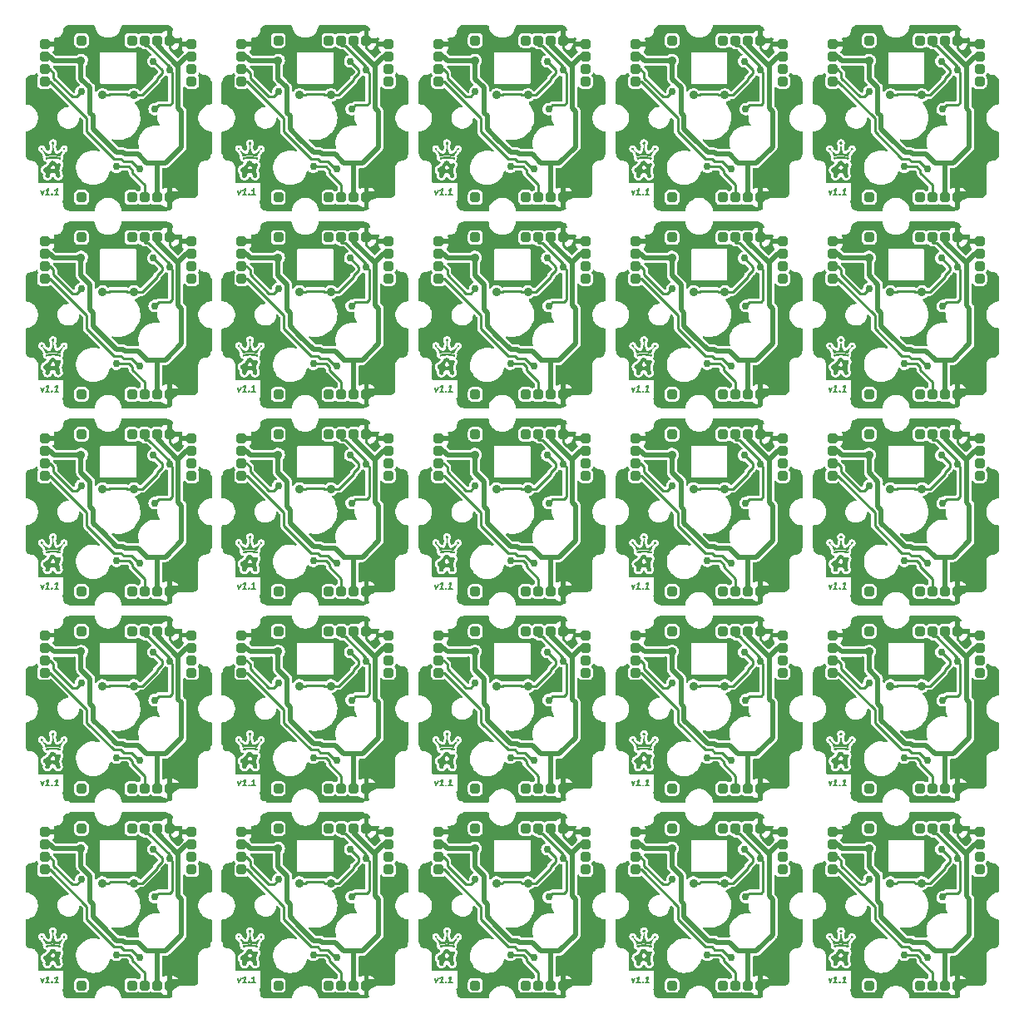
<source format=gtl>
G04 #@! TF.GenerationSoftware,KiCad,Pcbnew,(6.0.4-0)*
G04 #@! TF.CreationDate,2022-05-03T13:04:23-07:00*
G04 #@! TF.ProjectId,amoeba-king,616d6f65-6261-42d6-9b69-6e672e6b6963,rev?*
G04 #@! TF.SameCoordinates,Original*
G04 #@! TF.FileFunction,Copper,L1,Top*
G04 #@! TF.FilePolarity,Positive*
%FSLAX46Y46*%
G04 Gerber Fmt 4.6, Leading zero omitted, Abs format (unit mm)*
G04 Created by KiCad (PCBNEW (6.0.4-0)) date 2022-05-03 13:04:23*
%MOMM*%
%LPD*%
G01*
G04 APERTURE LIST*
G04 Aperture macros list*
%AMRoundRect*
0 Rectangle with rounded corners*
0 $1 Rounding radius*
0 $2 $3 $4 $5 $6 $7 $8 $9 X,Y pos of 4 corners*
0 Add a 4 corners polygon primitive as box body*
4,1,4,$2,$3,$4,$5,$6,$7,$8,$9,$2,$3,0*
0 Add four circle primitives for the rounded corners*
1,1,$1+$1,$2,$3*
1,1,$1+$1,$4,$5*
1,1,$1+$1,$6,$7*
1,1,$1+$1,$8,$9*
0 Add four rect primitives between the rounded corners*
20,1,$1+$1,$2,$3,$4,$5,0*
20,1,$1+$1,$4,$5,$6,$7,0*
20,1,$1+$1,$6,$7,$8,$9,0*
20,1,$1+$1,$8,$9,$2,$3,0*%
G04 Aperture macros list end*
%ADD10C,0.158750*%
G04 #@! TA.AperFunction,NonConductor*
%ADD11C,0.158750*%
G04 #@! TD*
G04 #@! TA.AperFunction,EtchedComponent*
%ADD12C,0.094155*%
G04 #@! TD*
G04 #@! TA.AperFunction,ComponentPad*
%ADD13RoundRect,0.250000X-0.250000X0.250000X-0.250000X-0.250000X0.250000X-0.250000X0.250000X0.250000X0*%
G04 #@! TD*
G04 #@! TA.AperFunction,ComponentPad*
%ADD14RoundRect,0.250000X-0.250000X-0.250000X0.250000X-0.250000X0.250000X0.250000X-0.250000X0.250000X0*%
G04 #@! TD*
G04 #@! TA.AperFunction,ComponentPad*
%ADD15RoundRect,0.250000X0.250000X-0.250000X0.250000X0.250000X-0.250000X0.250000X-0.250000X-0.250000X0*%
G04 #@! TD*
G04 #@! TA.AperFunction,ViaPad*
%ADD16C,0.889000*%
G04 #@! TD*
G04 #@! TA.AperFunction,ViaPad*
%ADD17C,0.762000*%
G04 #@! TD*
G04 #@! TA.AperFunction,Conductor*
%ADD18C,0.254000*%
G04 #@! TD*
G04 #@! TA.AperFunction,Conductor*
%ADD19C,0.508000*%
G04 #@! TD*
G04 APERTURE END LIST*
D10*
D11*
X67589456Y-176051028D02*
X67687730Y-176474361D01*
X67891837Y-176051028D01*
X68413444Y-176474361D02*
X68050587Y-176474361D01*
X68232016Y-176474361D02*
X68311391Y-175839361D01*
X68239575Y-175930076D01*
X68171540Y-175990552D01*
X68107284Y-176020790D01*
X68693147Y-176413885D02*
X68719605Y-176444123D01*
X68685587Y-176474361D01*
X68659129Y-176444123D01*
X68693147Y-176413885D01*
X68685587Y-176474361D01*
X69320587Y-176474361D02*
X68957730Y-176474361D01*
X69139159Y-176474361D02*
X69218534Y-175839361D01*
X69146718Y-175930076D01*
X69078682Y-175990552D01*
X69014426Y-176020790D01*
D10*
D11*
X127739456Y-176051028D02*
X127837730Y-176474361D01*
X128041837Y-176051028D01*
X128563444Y-176474361D02*
X128200587Y-176474361D01*
X128382016Y-176474361D02*
X128461391Y-175839361D01*
X128389575Y-175930076D01*
X128321540Y-175990552D01*
X128257284Y-176020790D01*
X128843147Y-176413885D02*
X128869605Y-176444123D01*
X128835587Y-176474361D01*
X128809129Y-176444123D01*
X128843147Y-176413885D01*
X128835587Y-176474361D01*
X129470587Y-176474361D02*
X129107730Y-176474361D01*
X129289159Y-176474361D02*
X129368534Y-175839361D01*
X129296718Y-175930076D01*
X129228682Y-175990552D01*
X129164426Y-176020790D01*
D10*
D11*
X127739456Y-236201028D02*
X127837730Y-236624361D01*
X128041837Y-236201028D01*
X128563444Y-236624361D02*
X128200587Y-236624361D01*
X128382016Y-236624361D02*
X128461391Y-235989361D01*
X128389575Y-236080076D01*
X128321540Y-236140552D01*
X128257284Y-236170790D01*
X128843147Y-236563885D02*
X128869605Y-236594123D01*
X128835587Y-236624361D01*
X128809129Y-236594123D01*
X128843147Y-236563885D01*
X128835587Y-236624361D01*
X129470587Y-236624361D02*
X129107730Y-236624361D01*
X129289159Y-236624361D02*
X129368534Y-235989361D01*
X129296718Y-236080076D01*
X129228682Y-236140552D01*
X129164426Y-236170790D01*
D10*
D11*
X147789456Y-176051028D02*
X147887730Y-176474361D01*
X148091837Y-176051028D01*
X148613444Y-176474361D02*
X148250587Y-176474361D01*
X148432016Y-176474361D02*
X148511391Y-175839361D01*
X148439575Y-175930076D01*
X148371540Y-175990552D01*
X148307284Y-176020790D01*
X148893147Y-176413885D02*
X148919605Y-176444123D01*
X148885587Y-176474361D01*
X148859129Y-176444123D01*
X148893147Y-176413885D01*
X148885587Y-176474361D01*
X149520587Y-176474361D02*
X149157730Y-176474361D01*
X149339159Y-176474361D02*
X149418534Y-175839361D01*
X149346718Y-175930076D01*
X149278682Y-175990552D01*
X149214426Y-176020790D01*
D10*
D11*
X127739456Y-256251028D02*
X127837730Y-256674361D01*
X128041837Y-256251028D01*
X128563444Y-256674361D02*
X128200587Y-256674361D01*
X128382016Y-256674361D02*
X128461391Y-256039361D01*
X128389575Y-256130076D01*
X128321540Y-256190552D01*
X128257284Y-256220790D01*
X128843147Y-256613885D02*
X128869605Y-256644123D01*
X128835587Y-256674361D01*
X128809129Y-256644123D01*
X128843147Y-256613885D01*
X128835587Y-256674361D01*
X129470587Y-256674361D02*
X129107730Y-256674361D01*
X129289159Y-256674361D02*
X129368534Y-256039361D01*
X129296718Y-256130076D01*
X129228682Y-256190552D01*
X129164426Y-256220790D01*
D10*
D11*
X127739456Y-216151028D02*
X127837730Y-216574361D01*
X128041837Y-216151028D01*
X128563444Y-216574361D02*
X128200587Y-216574361D01*
X128382016Y-216574361D02*
X128461391Y-215939361D01*
X128389575Y-216030076D01*
X128321540Y-216090552D01*
X128257284Y-216120790D01*
X128843147Y-216513885D02*
X128869605Y-216544123D01*
X128835587Y-216574361D01*
X128809129Y-216544123D01*
X128843147Y-216513885D01*
X128835587Y-216574361D01*
X129470587Y-216574361D02*
X129107730Y-216574361D01*
X129289159Y-216574361D02*
X129368534Y-215939361D01*
X129296718Y-216030076D01*
X129228682Y-216090552D01*
X129164426Y-216120790D01*
D10*
D11*
X147789456Y-236201028D02*
X147887730Y-236624361D01*
X148091837Y-236201028D01*
X148613444Y-236624361D02*
X148250587Y-236624361D01*
X148432016Y-236624361D02*
X148511391Y-235989361D01*
X148439575Y-236080076D01*
X148371540Y-236140552D01*
X148307284Y-236170790D01*
X148893147Y-236563885D02*
X148919605Y-236594123D01*
X148885587Y-236624361D01*
X148859129Y-236594123D01*
X148893147Y-236563885D01*
X148885587Y-236624361D01*
X149520587Y-236624361D02*
X149157730Y-236624361D01*
X149339159Y-236624361D02*
X149418534Y-235989361D01*
X149346718Y-236080076D01*
X149278682Y-236140552D01*
X149214426Y-236170790D01*
D10*
D11*
X107689456Y-256251028D02*
X107787730Y-256674361D01*
X107991837Y-256251028D01*
X108513444Y-256674361D02*
X108150587Y-256674361D01*
X108332016Y-256674361D02*
X108411391Y-256039361D01*
X108339575Y-256130076D01*
X108271540Y-256190552D01*
X108207284Y-256220790D01*
X108793147Y-256613885D02*
X108819605Y-256644123D01*
X108785587Y-256674361D01*
X108759129Y-256644123D01*
X108793147Y-256613885D01*
X108785587Y-256674361D01*
X109420587Y-256674361D02*
X109057730Y-256674361D01*
X109239159Y-256674361D02*
X109318534Y-256039361D01*
X109246718Y-256130076D01*
X109178682Y-256190552D01*
X109114426Y-256220790D01*
D10*
D11*
X87639456Y-256251028D02*
X87737730Y-256674361D01*
X87941837Y-256251028D01*
X88463444Y-256674361D02*
X88100587Y-256674361D01*
X88282016Y-256674361D02*
X88361391Y-256039361D01*
X88289575Y-256130076D01*
X88221540Y-256190552D01*
X88157284Y-256220790D01*
X88743147Y-256613885D02*
X88769605Y-256644123D01*
X88735587Y-256674361D01*
X88709129Y-256644123D01*
X88743147Y-256613885D01*
X88735587Y-256674361D01*
X89370587Y-256674361D02*
X89007730Y-256674361D01*
X89189159Y-256674361D02*
X89268534Y-256039361D01*
X89196718Y-256130076D01*
X89128682Y-256190552D01*
X89064426Y-256220790D01*
D10*
D11*
X87639456Y-176051028D02*
X87737730Y-176474361D01*
X87941837Y-176051028D01*
X88463444Y-176474361D02*
X88100587Y-176474361D01*
X88282016Y-176474361D02*
X88361391Y-175839361D01*
X88289575Y-175930076D01*
X88221540Y-175990552D01*
X88157284Y-176020790D01*
X88743147Y-176413885D02*
X88769605Y-176444123D01*
X88735587Y-176474361D01*
X88709129Y-176444123D01*
X88743147Y-176413885D01*
X88735587Y-176474361D01*
X89370587Y-176474361D02*
X89007730Y-176474361D01*
X89189159Y-176474361D02*
X89268534Y-175839361D01*
X89196718Y-175930076D01*
X89128682Y-175990552D01*
X89064426Y-176020790D01*
D10*
D11*
X67589456Y-216151028D02*
X67687730Y-216574361D01*
X67891837Y-216151028D01*
X68413444Y-216574361D02*
X68050587Y-216574361D01*
X68232016Y-216574361D02*
X68311391Y-215939361D01*
X68239575Y-216030076D01*
X68171540Y-216090552D01*
X68107284Y-216120790D01*
X68693147Y-216513885D02*
X68719605Y-216544123D01*
X68685587Y-216574361D01*
X68659129Y-216544123D01*
X68693147Y-216513885D01*
X68685587Y-216574361D01*
X69320587Y-216574361D02*
X68957730Y-216574361D01*
X69139159Y-216574361D02*
X69218534Y-215939361D01*
X69146718Y-216030076D01*
X69078682Y-216090552D01*
X69014426Y-216120790D01*
D10*
D11*
X67589456Y-196101028D02*
X67687730Y-196524361D01*
X67891837Y-196101028D01*
X68413444Y-196524361D02*
X68050587Y-196524361D01*
X68232016Y-196524361D02*
X68311391Y-195889361D01*
X68239575Y-195980076D01*
X68171540Y-196040552D01*
X68107284Y-196070790D01*
X68693147Y-196463885D02*
X68719605Y-196494123D01*
X68685587Y-196524361D01*
X68659129Y-196494123D01*
X68693147Y-196463885D01*
X68685587Y-196524361D01*
X69320587Y-196524361D02*
X68957730Y-196524361D01*
X69139159Y-196524361D02*
X69218534Y-195889361D01*
X69146718Y-195980076D01*
X69078682Y-196040552D01*
X69014426Y-196070790D01*
D10*
D11*
X87639456Y-216151028D02*
X87737730Y-216574361D01*
X87941837Y-216151028D01*
X88463444Y-216574361D02*
X88100587Y-216574361D01*
X88282016Y-216574361D02*
X88361391Y-215939361D01*
X88289575Y-216030076D01*
X88221540Y-216090552D01*
X88157284Y-216120790D01*
X88743147Y-216513885D02*
X88769605Y-216544123D01*
X88735587Y-216574361D01*
X88709129Y-216544123D01*
X88743147Y-216513885D01*
X88735587Y-216574361D01*
X89370587Y-216574361D02*
X89007730Y-216574361D01*
X89189159Y-216574361D02*
X89268534Y-215939361D01*
X89196718Y-216030076D01*
X89128682Y-216090552D01*
X89064426Y-216120790D01*
D10*
D11*
X107689456Y-176051028D02*
X107787730Y-176474361D01*
X107991837Y-176051028D01*
X108513444Y-176474361D02*
X108150587Y-176474361D01*
X108332016Y-176474361D02*
X108411391Y-175839361D01*
X108339575Y-175930076D01*
X108271540Y-175990552D01*
X108207284Y-176020790D01*
X108793147Y-176413885D02*
X108819605Y-176444123D01*
X108785587Y-176474361D01*
X108759129Y-176444123D01*
X108793147Y-176413885D01*
X108785587Y-176474361D01*
X109420587Y-176474361D02*
X109057730Y-176474361D01*
X109239159Y-176474361D02*
X109318534Y-175839361D01*
X109246718Y-175930076D01*
X109178682Y-175990552D01*
X109114426Y-176020790D01*
D10*
D11*
X107689456Y-236201028D02*
X107787730Y-236624361D01*
X107991837Y-236201028D01*
X108513444Y-236624361D02*
X108150587Y-236624361D01*
X108332016Y-236624361D02*
X108411391Y-235989361D01*
X108339575Y-236080076D01*
X108271540Y-236140552D01*
X108207284Y-236170790D01*
X108793147Y-236563885D02*
X108819605Y-236594123D01*
X108785587Y-236624361D01*
X108759129Y-236594123D01*
X108793147Y-236563885D01*
X108785587Y-236624361D01*
X109420587Y-236624361D02*
X109057730Y-236624361D01*
X109239159Y-236624361D02*
X109318534Y-235989361D01*
X109246718Y-236080076D01*
X109178682Y-236140552D01*
X109114426Y-236170790D01*
D10*
D11*
X107689456Y-216151028D02*
X107787730Y-216574361D01*
X107991837Y-216151028D01*
X108513444Y-216574361D02*
X108150587Y-216574361D01*
X108332016Y-216574361D02*
X108411391Y-215939361D01*
X108339575Y-216030076D01*
X108271540Y-216090552D01*
X108207284Y-216120790D01*
X108793147Y-216513885D02*
X108819605Y-216544123D01*
X108785587Y-216574361D01*
X108759129Y-216544123D01*
X108793147Y-216513885D01*
X108785587Y-216574361D01*
X109420587Y-216574361D02*
X109057730Y-216574361D01*
X109239159Y-216574361D02*
X109318534Y-215939361D01*
X109246718Y-216030076D01*
X109178682Y-216090552D01*
X109114426Y-216120790D01*
D10*
D11*
X107689456Y-196101028D02*
X107787730Y-196524361D01*
X107991837Y-196101028D01*
X108513444Y-196524361D02*
X108150587Y-196524361D01*
X108332016Y-196524361D02*
X108411391Y-195889361D01*
X108339575Y-195980076D01*
X108271540Y-196040552D01*
X108207284Y-196070790D01*
X108793147Y-196463885D02*
X108819605Y-196494123D01*
X108785587Y-196524361D01*
X108759129Y-196494123D01*
X108793147Y-196463885D01*
X108785587Y-196524361D01*
X109420587Y-196524361D02*
X109057730Y-196524361D01*
X109239159Y-196524361D02*
X109318534Y-195889361D01*
X109246718Y-195980076D01*
X109178682Y-196040552D01*
X109114426Y-196070790D01*
D10*
D11*
X87639456Y-236201028D02*
X87737730Y-236624361D01*
X87941837Y-236201028D01*
X88463444Y-236624361D02*
X88100587Y-236624361D01*
X88282016Y-236624361D02*
X88361391Y-235989361D01*
X88289575Y-236080076D01*
X88221540Y-236140552D01*
X88157284Y-236170790D01*
X88743147Y-236563885D02*
X88769605Y-236594123D01*
X88735587Y-236624361D01*
X88709129Y-236594123D01*
X88743147Y-236563885D01*
X88735587Y-236624361D01*
X89370587Y-236624361D02*
X89007730Y-236624361D01*
X89189159Y-236624361D02*
X89268534Y-235989361D01*
X89196718Y-236080076D01*
X89128682Y-236140552D01*
X89064426Y-236170790D01*
D10*
D11*
X147789456Y-196101028D02*
X147887730Y-196524361D01*
X148091837Y-196101028D01*
X148613444Y-196524361D02*
X148250587Y-196524361D01*
X148432016Y-196524361D02*
X148511391Y-195889361D01*
X148439575Y-195980076D01*
X148371540Y-196040552D01*
X148307284Y-196070790D01*
X148893147Y-196463885D02*
X148919605Y-196494123D01*
X148885587Y-196524361D01*
X148859129Y-196494123D01*
X148893147Y-196463885D01*
X148885587Y-196524361D01*
X149520587Y-196524361D02*
X149157730Y-196524361D01*
X149339159Y-196524361D02*
X149418534Y-195889361D01*
X149346718Y-195980076D01*
X149278682Y-196040552D01*
X149214426Y-196070790D01*
D10*
D11*
X127739456Y-196101028D02*
X127837730Y-196524361D01*
X128041837Y-196101028D01*
X128563444Y-196524361D02*
X128200587Y-196524361D01*
X128382016Y-196524361D02*
X128461391Y-195889361D01*
X128389575Y-195980076D01*
X128321540Y-196040552D01*
X128257284Y-196070790D01*
X128843147Y-196463885D02*
X128869605Y-196494123D01*
X128835587Y-196524361D01*
X128809129Y-196494123D01*
X128843147Y-196463885D01*
X128835587Y-196524361D01*
X129470587Y-196524361D02*
X129107730Y-196524361D01*
X129289159Y-196524361D02*
X129368534Y-195889361D01*
X129296718Y-195980076D01*
X129228682Y-196040552D01*
X129164426Y-196070790D01*
D10*
D11*
X87639456Y-196101028D02*
X87737730Y-196524361D01*
X87941837Y-196101028D01*
X88463444Y-196524361D02*
X88100587Y-196524361D01*
X88282016Y-196524361D02*
X88361391Y-195889361D01*
X88289575Y-195980076D01*
X88221540Y-196040552D01*
X88157284Y-196070790D01*
X88743147Y-196463885D02*
X88769605Y-196494123D01*
X88735587Y-196524361D01*
X88709129Y-196494123D01*
X88743147Y-196463885D01*
X88735587Y-196524361D01*
X89370587Y-196524361D02*
X89007730Y-196524361D01*
X89189159Y-196524361D02*
X89268534Y-195889361D01*
X89196718Y-195980076D01*
X89128682Y-196040552D01*
X89064426Y-196070790D01*
D10*
D11*
X67589456Y-256251028D02*
X67687730Y-256674361D01*
X67891837Y-256251028D01*
X68413444Y-256674361D02*
X68050587Y-256674361D01*
X68232016Y-256674361D02*
X68311391Y-256039361D01*
X68239575Y-256130076D01*
X68171540Y-256190552D01*
X68107284Y-256220790D01*
X68693147Y-256613885D02*
X68719605Y-256644123D01*
X68685587Y-256674361D01*
X68659129Y-256644123D01*
X68693147Y-256613885D01*
X68685587Y-256674361D01*
X69320587Y-256674361D02*
X68957730Y-256674361D01*
X69139159Y-256674361D02*
X69218534Y-256039361D01*
X69146718Y-256130076D01*
X69078682Y-256190552D01*
X69014426Y-256220790D01*
D10*
D11*
X67589456Y-236201028D02*
X67687730Y-236624361D01*
X67891837Y-236201028D01*
X68413444Y-236624361D02*
X68050587Y-236624361D01*
X68232016Y-236624361D02*
X68311391Y-235989361D01*
X68239575Y-236080076D01*
X68171540Y-236140552D01*
X68107284Y-236170790D01*
X68693147Y-236563885D02*
X68719605Y-236594123D01*
X68685587Y-236624361D01*
X68659129Y-236594123D01*
X68693147Y-236563885D01*
X68685587Y-236624361D01*
X69320587Y-236624361D02*
X68957730Y-236624361D01*
X69139159Y-236624361D02*
X69218534Y-235989361D01*
X69146718Y-236080076D01*
X69078682Y-236140552D01*
X69014426Y-236170790D01*
D10*
D11*
X147789456Y-256251028D02*
X147887730Y-256674361D01*
X148091837Y-256251028D01*
X148613444Y-256674361D02*
X148250587Y-256674361D01*
X148432016Y-256674361D02*
X148511391Y-256039361D01*
X148439575Y-256130076D01*
X148371540Y-256190552D01*
X148307284Y-256220790D01*
X148893147Y-256613885D02*
X148919605Y-256644123D01*
X148885587Y-256674361D01*
X148859129Y-256644123D01*
X148893147Y-256613885D01*
X148885587Y-256674361D01*
X149520587Y-256674361D02*
X149157730Y-256674361D01*
X149339159Y-256674361D02*
X149418534Y-256039361D01*
X149346718Y-256130076D01*
X149278682Y-256190552D01*
X149214426Y-256220790D01*
D10*
D11*
X147789456Y-216151028D02*
X147887730Y-216574361D01*
X148091837Y-216151028D01*
X148613444Y-216574361D02*
X148250587Y-216574361D01*
X148432016Y-216574361D02*
X148511391Y-215939361D01*
X148439575Y-216030076D01*
X148371540Y-216090552D01*
X148307284Y-216120790D01*
X148893147Y-216513885D02*
X148919605Y-216544123D01*
X148885587Y-216574361D01*
X148859129Y-216544123D01*
X148893147Y-216513885D01*
X148885587Y-216574361D01*
X149520587Y-216574361D02*
X149157730Y-216574361D01*
X149339159Y-216574361D02*
X149418534Y-215939361D01*
X149346718Y-216030076D01*
X149278682Y-216090552D01*
X149214426Y-216120790D01*
G36*
X68794081Y-172597036D02*
G01*
X68822764Y-172597749D01*
X68851264Y-172598720D01*
X68879573Y-172599950D01*
X68907683Y-172601435D01*
X68935587Y-172603175D01*
X68963276Y-172605169D01*
X68990744Y-172607414D01*
X69017983Y-172609908D01*
X69044984Y-172612652D01*
X69071741Y-172615642D01*
X69098246Y-172618879D01*
X69124490Y-172622359D01*
X69150467Y-172626081D01*
X69176168Y-172630045D01*
X69201587Y-172634248D01*
X69226714Y-172638689D01*
X69251543Y-172643367D01*
X69276066Y-172648279D01*
X69300276Y-172653425D01*
X69324163Y-172658803D01*
X69347722Y-172664412D01*
X69370944Y-172670249D01*
X69393822Y-172676314D01*
X69416348Y-172682605D01*
X69438513Y-172689120D01*
X69460312Y-172695858D01*
X69481735Y-172702817D01*
X69502775Y-172709996D01*
X69523425Y-172717394D01*
X69516058Y-172740578D01*
X69509784Y-172762970D01*
X69504783Y-172784730D01*
X69501237Y-172806018D01*
X69499327Y-172826995D01*
X69478044Y-172820165D01*
X69456425Y-172813533D01*
X69434476Y-172807104D01*
X69412202Y-172800881D01*
X69389608Y-172794865D01*
X69366700Y-172789060D01*
X69343483Y-172783469D01*
X69319963Y-172778094D01*
X69296145Y-172772940D01*
X69272034Y-172768008D01*
X69247637Y-172763302D01*
X69222957Y-172758824D01*
X69198002Y-172754579D01*
X69172775Y-172750567D01*
X69147283Y-172746793D01*
X69121531Y-172743259D01*
X69095524Y-172739969D01*
X69069268Y-172736925D01*
X69042768Y-172734130D01*
X69016030Y-172731587D01*
X68989058Y-172729300D01*
X68961859Y-172727270D01*
X68934438Y-172725502D01*
X68906801Y-172723997D01*
X68878951Y-172722759D01*
X68850896Y-172721791D01*
X68822641Y-172721096D01*
X68794190Y-172720677D01*
X68765728Y-172720551D01*
X68737441Y-172720732D01*
X68709334Y-172721216D01*
X68681416Y-172721996D01*
X68653694Y-172723067D01*
X68626174Y-172724423D01*
X68598863Y-172726058D01*
X68571769Y-172727968D01*
X68544898Y-172730146D01*
X68518258Y-172732586D01*
X68491856Y-172735284D01*
X68465698Y-172738233D01*
X68439792Y-172741427D01*
X68414145Y-172744862D01*
X68388763Y-172748532D01*
X68363655Y-172752430D01*
X68338826Y-172756552D01*
X68314284Y-172760891D01*
X68290036Y-172765442D01*
X68266090Y-172770200D01*
X68242451Y-172775158D01*
X68219127Y-172780312D01*
X68196126Y-172785655D01*
X68173454Y-172791182D01*
X68151118Y-172796887D01*
X68129126Y-172802765D01*
X68107483Y-172808810D01*
X68086199Y-172815017D01*
X68084356Y-172792286D01*
X68081393Y-172770029D01*
X68077096Y-172747691D01*
X68071252Y-172724718D01*
X68063645Y-172700556D01*
X68084531Y-172693402D01*
X68105809Y-172686500D01*
X68127471Y-172679848D01*
X68149505Y-172673449D01*
X68171903Y-172667302D01*
X68194656Y-172661408D01*
X68217754Y-172655767D01*
X68241188Y-172650381D01*
X68264948Y-172645250D01*
X68289024Y-172640374D01*
X68313408Y-172635754D01*
X68338090Y-172631390D01*
X68363060Y-172627284D01*
X68388308Y-172623435D01*
X68413827Y-172619845D01*
X68439605Y-172616514D01*
X68465634Y-172613442D01*
X68491904Y-172610630D01*
X68518405Y-172608079D01*
X68545129Y-172605789D01*
X68572065Y-172603761D01*
X68599205Y-172601996D01*
X68626539Y-172600493D01*
X68654057Y-172599255D01*
X68681750Y-172598280D01*
X68709608Y-172597570D01*
X68737622Y-172597126D01*
X68765783Y-172596948D01*
X68794081Y-172597036D01*
G37*
D12*
X68794081Y-172597036D02*
X68822764Y-172597749D01*
X68851264Y-172598720D01*
X68879573Y-172599950D01*
X68907683Y-172601435D01*
X68935587Y-172603175D01*
X68963276Y-172605169D01*
X68990744Y-172607414D01*
X69017983Y-172609908D01*
X69044984Y-172612652D01*
X69071741Y-172615642D01*
X69098246Y-172618879D01*
X69124490Y-172622359D01*
X69150467Y-172626081D01*
X69176168Y-172630045D01*
X69201587Y-172634248D01*
X69226714Y-172638689D01*
X69251543Y-172643367D01*
X69276066Y-172648279D01*
X69300276Y-172653425D01*
X69324163Y-172658803D01*
X69347722Y-172664412D01*
X69370944Y-172670249D01*
X69393822Y-172676314D01*
X69416348Y-172682605D01*
X69438513Y-172689120D01*
X69460312Y-172695858D01*
X69481735Y-172702817D01*
X69502775Y-172709996D01*
X69523425Y-172717394D01*
X69516058Y-172740578D01*
X69509784Y-172762970D01*
X69504783Y-172784730D01*
X69501237Y-172806018D01*
X69499327Y-172826995D01*
X69478044Y-172820165D01*
X69456425Y-172813533D01*
X69434476Y-172807104D01*
X69412202Y-172800881D01*
X69389608Y-172794865D01*
X69366700Y-172789060D01*
X69343483Y-172783469D01*
X69319963Y-172778094D01*
X69296145Y-172772940D01*
X69272034Y-172768008D01*
X69247637Y-172763302D01*
X69222957Y-172758824D01*
X69198002Y-172754579D01*
X69172775Y-172750567D01*
X69147283Y-172746793D01*
X69121531Y-172743259D01*
X69095524Y-172739969D01*
X69069268Y-172736925D01*
X69042768Y-172734130D01*
X69016030Y-172731587D01*
X68989058Y-172729300D01*
X68961859Y-172727270D01*
X68934438Y-172725502D01*
X68906801Y-172723997D01*
X68878951Y-172722759D01*
X68850896Y-172721791D01*
X68822641Y-172721096D01*
X68794190Y-172720677D01*
X68765728Y-172720551D01*
X68737441Y-172720732D01*
X68709334Y-172721216D01*
X68681416Y-172721996D01*
X68653694Y-172723067D01*
X68626174Y-172724423D01*
X68598863Y-172726058D01*
X68571769Y-172727968D01*
X68544898Y-172730146D01*
X68518258Y-172732586D01*
X68491856Y-172735284D01*
X68465698Y-172738233D01*
X68439792Y-172741427D01*
X68414145Y-172744862D01*
X68388763Y-172748532D01*
X68363655Y-172752430D01*
X68338826Y-172756552D01*
X68314284Y-172760891D01*
X68290036Y-172765442D01*
X68266090Y-172770200D01*
X68242451Y-172775158D01*
X68219127Y-172780312D01*
X68196126Y-172785655D01*
X68173454Y-172791182D01*
X68151118Y-172796887D01*
X68129126Y-172802765D01*
X68107483Y-172808810D01*
X68086199Y-172815017D01*
X68084356Y-172792286D01*
X68081393Y-172770029D01*
X68077096Y-172747691D01*
X68071252Y-172724718D01*
X68063645Y-172700556D01*
X68084531Y-172693402D01*
X68105809Y-172686500D01*
X68127471Y-172679848D01*
X68149505Y-172673449D01*
X68171903Y-172667302D01*
X68194656Y-172661408D01*
X68217754Y-172655767D01*
X68241188Y-172650381D01*
X68264948Y-172645250D01*
X68289024Y-172640374D01*
X68313408Y-172635754D01*
X68338090Y-172631390D01*
X68363060Y-172627284D01*
X68388308Y-172623435D01*
X68413827Y-172619845D01*
X68439605Y-172616514D01*
X68465634Y-172613442D01*
X68491904Y-172610630D01*
X68518405Y-172608079D01*
X68545129Y-172605789D01*
X68572065Y-172603761D01*
X68599205Y-172601996D01*
X68626539Y-172600493D01*
X68654057Y-172599255D01*
X68681750Y-172598280D01*
X68709608Y-172597570D01*
X68737622Y-172597126D01*
X68765783Y-172596948D01*
X68794081Y-172597036D01*
G36*
X68821812Y-171095937D02*
G01*
X68844229Y-171101423D01*
X68865135Y-171110206D01*
X68884230Y-171121992D01*
X68901213Y-171136485D01*
X68915783Y-171153392D01*
X68927639Y-171172417D01*
X68936480Y-171193265D01*
X68942005Y-171215642D01*
X68943914Y-171239254D01*
X68941524Y-171265684D01*
X68934870Y-171290265D01*
X68924728Y-171312564D01*
X68911874Y-171332148D01*
X68897081Y-171348581D01*
X68881126Y-171361431D01*
X68864784Y-171370264D01*
X68848829Y-171374646D01*
X68824541Y-171378780D01*
X68826579Y-171402790D01*
X68828698Y-171427022D01*
X68830911Y-171451459D01*
X68833232Y-171476084D01*
X68835676Y-171500879D01*
X68838255Y-171525826D01*
X68840985Y-171550907D01*
X68843878Y-171576106D01*
X68846948Y-171601404D01*
X68850210Y-171626784D01*
X68853677Y-171652229D01*
X68857363Y-171677720D01*
X68861282Y-171703240D01*
X68865447Y-171728771D01*
X68869872Y-171754296D01*
X68874572Y-171779798D01*
X68879560Y-171805258D01*
X68884850Y-171830659D01*
X68890456Y-171855984D01*
X68896391Y-171881214D01*
X68902669Y-171906333D01*
X68909305Y-171931322D01*
X68916312Y-171956165D01*
X68923703Y-171980843D01*
X68931494Y-172005338D01*
X68939696Y-172029634D01*
X68948325Y-172053713D01*
X68957394Y-172077556D01*
X68966918Y-172101147D01*
X68976908Y-172124468D01*
X68987381Y-172147501D01*
X68998349Y-172170228D01*
X69009826Y-172192633D01*
X69021827Y-172214697D01*
X69034364Y-172236402D01*
X69047452Y-172257732D01*
X69061104Y-172278669D01*
X69075335Y-172299194D01*
X69090158Y-172319291D01*
X69107428Y-172325850D01*
X69125451Y-172330549D01*
X69144179Y-172333463D01*
X69163562Y-172334668D01*
X69183553Y-172334237D01*
X69204102Y-172332248D01*
X69225160Y-172328774D01*
X69246680Y-172323891D01*
X69268612Y-172317673D01*
X69290907Y-172310197D01*
X69313518Y-172301537D01*
X69336394Y-172291768D01*
X69359489Y-172280965D01*
X69382752Y-172269204D01*
X69406135Y-172256560D01*
X69429589Y-172243107D01*
X69453066Y-172228921D01*
X69476518Y-172214077D01*
X69499894Y-172198650D01*
X69523147Y-172182715D01*
X69546229Y-172166347D01*
X69569089Y-172149622D01*
X69591680Y-172132615D01*
X69613953Y-172115400D01*
X69635858Y-172098053D01*
X69657349Y-172080648D01*
X69678375Y-172063262D01*
X69698888Y-172045969D01*
X69718839Y-172028843D01*
X69738180Y-172011962D01*
X69756862Y-171995399D01*
X69774836Y-171979229D01*
X69792054Y-171963528D01*
X69808466Y-171948371D01*
X69824025Y-171933833D01*
X69838681Y-171919988D01*
X69852386Y-171906913D01*
X69839661Y-171889812D01*
X69828945Y-171870706D01*
X69821552Y-171850454D01*
X69818796Y-171829915D01*
X69821069Y-171807260D01*
X69827592Y-171786136D01*
X69837916Y-171767003D01*
X69851596Y-171750320D01*
X69868185Y-171736545D01*
X69887235Y-171726137D01*
X69908300Y-171719556D01*
X69930934Y-171717261D01*
X69953589Y-171719556D01*
X69974713Y-171726137D01*
X69993846Y-171736545D01*
X70010530Y-171750320D01*
X70024304Y-171767003D01*
X70034712Y-171786136D01*
X70041293Y-171807260D01*
X70043588Y-171829915D01*
X70041293Y-171852549D01*
X70034712Y-171873614D01*
X70024304Y-171892664D01*
X70010530Y-171909253D01*
X69993846Y-171922933D01*
X69974713Y-171933257D01*
X69953589Y-171939780D01*
X69930934Y-171942053D01*
X69912751Y-171939615D01*
X69895422Y-171933502D01*
X69879257Y-171925517D01*
X69663250Y-172295003D01*
X69646038Y-172323823D01*
X69630358Y-172351850D01*
X69616134Y-172379095D01*
X69603291Y-172405572D01*
X69591751Y-172431294D01*
X69581440Y-172456274D01*
X69572282Y-172480523D01*
X69564200Y-172504055D01*
X69557118Y-172526883D01*
X69550961Y-172549019D01*
X69545652Y-172570476D01*
X69541117Y-172591266D01*
X69537277Y-172611404D01*
X69534059Y-172630900D01*
X69512303Y-172623961D01*
X69490232Y-172617211D01*
X69467851Y-172610653D01*
X69445163Y-172604292D01*
X69422172Y-172598130D01*
X69398883Y-172592172D01*
X69375298Y-172586420D01*
X69351423Y-172580878D01*
X69327261Y-172575550D01*
X69302816Y-172570439D01*
X69278092Y-172565549D01*
X69253094Y-172560883D01*
X69227824Y-172556444D01*
X69202288Y-172552237D01*
X69176489Y-172548265D01*
X69150430Y-172544532D01*
X69124117Y-172541040D01*
X69097553Y-172537793D01*
X69070741Y-172534795D01*
X69043687Y-172532050D01*
X69016394Y-172529560D01*
X68988865Y-172527330D01*
X68961106Y-172525363D01*
X68933119Y-172523662D01*
X68904909Y-172522232D01*
X68876480Y-172521074D01*
X68847836Y-172520194D01*
X68818981Y-172519595D01*
X68789918Y-172519279D01*
X68761211Y-172518827D01*
X68732644Y-172518695D01*
X68704224Y-172518880D01*
X68675960Y-172519374D01*
X68647860Y-172520173D01*
X68619933Y-172521271D01*
X68592185Y-172522663D01*
X68564626Y-172524343D01*
X68537263Y-172526305D01*
X68510104Y-172528545D01*
X68483158Y-172531056D01*
X68456433Y-172533833D01*
X68429936Y-172536871D01*
X68403676Y-172540163D01*
X68377661Y-172543706D01*
X68351900Y-172547493D01*
X68326399Y-172551518D01*
X68301168Y-172555776D01*
X68276214Y-172560262D01*
X68251545Y-172564970D01*
X68227170Y-172569895D01*
X68203097Y-172575030D01*
X68179333Y-172580372D01*
X68155887Y-172585913D01*
X68132768Y-172591650D01*
X68109982Y-172597575D01*
X68087539Y-172603684D01*
X68065445Y-172609971D01*
X68043710Y-172616431D01*
X68041258Y-172597137D01*
X68037920Y-172577066D01*
X68033678Y-172556221D01*
X68028514Y-172534602D01*
X68022411Y-172512214D01*
X68015351Y-172489056D01*
X68007315Y-172465133D01*
X67998287Y-172440446D01*
X67988248Y-172414997D01*
X67977181Y-172388788D01*
X67965067Y-172361822D01*
X67951890Y-172334100D01*
X67937630Y-172305625D01*
X67922271Y-172276400D01*
X67706780Y-171913631D01*
X67692175Y-171922138D01*
X67677253Y-171926447D01*
X67656137Y-171926034D01*
X67633482Y-171923760D01*
X67612358Y-171917238D01*
X67593225Y-171906913D01*
X67576541Y-171893233D01*
X67562767Y-171876645D01*
X67552359Y-171857594D01*
X67545778Y-171836529D01*
X67543483Y-171813896D01*
X67545778Y-171791240D01*
X67552359Y-171770116D01*
X67562767Y-171750983D01*
X67576541Y-171734300D01*
X67593225Y-171720525D01*
X67612358Y-171710118D01*
X67633482Y-171703537D01*
X67656137Y-171701241D01*
X67678771Y-171703537D01*
X67699836Y-171710118D01*
X67718886Y-171720525D01*
X67735475Y-171734300D01*
X67749155Y-171750983D01*
X67759479Y-171770116D01*
X67766002Y-171791240D01*
X67768275Y-171813896D01*
X67765764Y-171836101D01*
X67758738Y-171856576D01*
X67747953Y-171875090D01*
X67734169Y-171891410D01*
X67748069Y-171905094D01*
X67762876Y-171919520D01*
X67778542Y-171934613D01*
X67795022Y-171950299D01*
X67812267Y-171966506D01*
X67830231Y-171983159D01*
X67848868Y-172000184D01*
X67868130Y-172017508D01*
X67887970Y-172035057D01*
X67908342Y-172052757D01*
X67929199Y-172070535D01*
X67950494Y-172088316D01*
X67972180Y-172106027D01*
X67994210Y-172123594D01*
X68016537Y-172140943D01*
X68039115Y-172158001D01*
X68061896Y-172174694D01*
X68084835Y-172190948D01*
X68107883Y-172206689D01*
X68130994Y-172221843D01*
X68154122Y-172236337D01*
X68177218Y-172250098D01*
X68200238Y-172263050D01*
X68223133Y-172275121D01*
X68245856Y-172286237D01*
X68268362Y-172296323D01*
X68290603Y-172305307D01*
X68312531Y-172313114D01*
X68334102Y-172319671D01*
X68355266Y-172324903D01*
X68375978Y-172328738D01*
X68396191Y-172331100D01*
X68415858Y-172331918D01*
X68434932Y-172331116D01*
X68453366Y-172328621D01*
X68471114Y-172324360D01*
X68488128Y-172318258D01*
X68502602Y-172311467D01*
X68516564Y-172303321D01*
X68530024Y-172293861D01*
X68542994Y-172283132D01*
X68555484Y-172271173D01*
X68567505Y-172258030D01*
X68579068Y-172243742D01*
X68590184Y-172228354D01*
X68600864Y-172211908D01*
X68611119Y-172194446D01*
X68620959Y-172176010D01*
X68630396Y-172156643D01*
X68639440Y-172136388D01*
X68648103Y-172115287D01*
X68656395Y-172093382D01*
X68664327Y-172070715D01*
X68671910Y-172047330D01*
X68679154Y-172023269D01*
X68686072Y-171998574D01*
X68692673Y-171973287D01*
X68698969Y-171947452D01*
X68704970Y-171921110D01*
X68710688Y-171894304D01*
X68716132Y-171867077D01*
X68721315Y-171839470D01*
X68726247Y-171811527D01*
X68730939Y-171783289D01*
X68735402Y-171754800D01*
X68739646Y-171726102D01*
X68743683Y-171697236D01*
X68747523Y-171668247D01*
X68751178Y-171639175D01*
X68754658Y-171610064D01*
X68757975Y-171580955D01*
X68761138Y-171551893D01*
X68764159Y-171522918D01*
X68767049Y-171494073D01*
X68769819Y-171465401D01*
X68772480Y-171436945D01*
X68775041Y-171408746D01*
X68777516Y-171380847D01*
X68754729Y-171375663D01*
X68733408Y-171367215D01*
X68713878Y-171355771D01*
X68696462Y-171341601D01*
X68681486Y-171324972D01*
X68669273Y-171306154D01*
X68660148Y-171285416D01*
X68654435Y-171263026D01*
X68652459Y-171239254D01*
X68654368Y-171215642D01*
X68659893Y-171193265D01*
X68668734Y-171172417D01*
X68680590Y-171153392D01*
X68695160Y-171136485D01*
X68712143Y-171121992D01*
X68731238Y-171110206D01*
X68752144Y-171101423D01*
X68774561Y-171095937D01*
X68798186Y-171094043D01*
X68821812Y-171095937D01*
G37*
G36*
X68806058Y-173039362D02*
G01*
X68826140Y-173041679D01*
X68846221Y-173045541D01*
X68866302Y-173050948D01*
X68886384Y-173057900D01*
X68906465Y-173066396D01*
X68926547Y-173076437D01*
X68946628Y-173088022D01*
X68966710Y-173101153D01*
X68985795Y-173116893D01*
X69003522Y-173135622D01*
X69019917Y-173156309D01*
X69035008Y-173177922D01*
X69048822Y-173199431D01*
X69061385Y-173219806D01*
X69072723Y-173238015D01*
X69082865Y-173253028D01*
X69091836Y-173263813D01*
X69104559Y-173275052D01*
X69118113Y-173284475D01*
X69132433Y-173292212D01*
X69147454Y-173298393D01*
X69163112Y-173303147D01*
X69179343Y-173306604D01*
X69196082Y-173308894D01*
X69213264Y-173310147D01*
X69230826Y-173310491D01*
X69248702Y-173310058D01*
X69266829Y-173308976D01*
X69285141Y-173307376D01*
X69303575Y-173305387D01*
X69322066Y-173303139D01*
X69340549Y-173300762D01*
X69358960Y-173298384D01*
X69377235Y-173296137D01*
X69395308Y-173294150D01*
X69413117Y-173292551D01*
X69430595Y-173291473D01*
X69447679Y-173291043D01*
X69464305Y-173291391D01*
X69480407Y-173292648D01*
X69495921Y-173294944D01*
X69510784Y-173298406D01*
X69524929Y-173303167D01*
X69538294Y-173309355D01*
X69550814Y-173317099D01*
X69562423Y-173326530D01*
X69573058Y-173337778D01*
X69582654Y-173350972D01*
X69591147Y-173366242D01*
X69598472Y-173383717D01*
X69601694Y-173393554D01*
X69604227Y-173403258D01*
X69606099Y-173412848D01*
X69607335Y-173422343D01*
X69607965Y-173431765D01*
X69608015Y-173441132D01*
X69607513Y-173450464D01*
X69606487Y-173459782D01*
X69604964Y-173469105D01*
X69602972Y-173478453D01*
X69600538Y-173487847D01*
X69597689Y-173497305D01*
X69594454Y-173506849D01*
X69590859Y-173516497D01*
X69586933Y-173526270D01*
X69582703Y-173536187D01*
X69578196Y-173546269D01*
X69573439Y-173556536D01*
X69568462Y-173567007D01*
X69563290Y-173577701D01*
X69557951Y-173588640D01*
X69552474Y-173599843D01*
X69546885Y-173611330D01*
X69541211Y-173623120D01*
X69535482Y-173635234D01*
X69529723Y-173647692D01*
X69523963Y-173660513D01*
X69518229Y-173673718D01*
X69512549Y-173687326D01*
X69506950Y-173701356D01*
X69501460Y-173715830D01*
X69496106Y-173730767D01*
X69490915Y-173746187D01*
X69485916Y-173762109D01*
X69481135Y-173778554D01*
X69476601Y-173795542D01*
X69472341Y-173813091D01*
X69468382Y-173831224D01*
X69464751Y-173849958D01*
X69461478Y-173869314D01*
X69458588Y-173889313D01*
X69456109Y-173909973D01*
X69454070Y-173931315D01*
X69452497Y-173953359D01*
X69451418Y-173976125D01*
X69450861Y-173999631D01*
X69450852Y-174023900D01*
X69451420Y-174048949D01*
X69452593Y-174074800D01*
X69454397Y-174101471D01*
X69456860Y-174128984D01*
X69460010Y-174157357D01*
X69463874Y-174186612D01*
X69468480Y-174216766D01*
X69473855Y-174247842D01*
X69480026Y-174279858D01*
X69487023Y-174312834D01*
X69494871Y-174346790D01*
X69503598Y-174381747D01*
X69513232Y-174417723D01*
X69523801Y-174454739D01*
X69535331Y-174492816D01*
X69544435Y-174524953D01*
X69550071Y-174551926D01*
X69552452Y-174574708D01*
X69551790Y-174594267D01*
X69548299Y-174611576D01*
X69542193Y-174627605D01*
X69533683Y-174643325D01*
X69522983Y-174659707D01*
X69510307Y-174677722D01*
X69495323Y-174696396D01*
X69479412Y-174712873D01*
X69462574Y-174727153D01*
X69444810Y-174739236D01*
X69426118Y-174749123D01*
X69406500Y-174756812D01*
X69385955Y-174762305D01*
X69364483Y-174765600D01*
X69342084Y-174766699D01*
X69311497Y-174766699D01*
X69289987Y-174765540D01*
X69269017Y-174762064D01*
X69248588Y-174756272D01*
X69228699Y-174748162D01*
X69209351Y-174737735D01*
X69190544Y-174724991D01*
X69171968Y-174710972D01*
X69156096Y-174695795D01*
X69142927Y-174679459D01*
X69132461Y-174661965D01*
X69124699Y-174643312D01*
X69119639Y-174623500D01*
X69119529Y-174621063D01*
X69119077Y-174614092D01*
X69118103Y-174603094D01*
X69116426Y-174588578D01*
X69113865Y-174571051D01*
X69110239Y-174551023D01*
X69105368Y-174529001D01*
X69099071Y-174505492D01*
X69091166Y-174481007D01*
X69081474Y-174456052D01*
X69069813Y-174431136D01*
X69056002Y-174406766D01*
X69039862Y-174383452D01*
X69021210Y-174361701D01*
X68999866Y-174342021D01*
X68983010Y-174329426D01*
X68965023Y-174318037D01*
X68946024Y-174307859D01*
X68926134Y-174298897D01*
X68905473Y-174291158D01*
X68884160Y-174284647D01*
X68862316Y-174279369D01*
X68840060Y-174275330D01*
X68817514Y-174272535D01*
X68794796Y-174270990D01*
X68772026Y-174270700D01*
X68749325Y-174271671D01*
X68726814Y-174273909D01*
X68704610Y-174277419D01*
X68682836Y-174282206D01*
X68661610Y-174288276D01*
X68641054Y-174295634D01*
X68621286Y-174304287D01*
X68602426Y-174314239D01*
X68584596Y-174325496D01*
X68567915Y-174338063D01*
X68546863Y-174357775D01*
X68528572Y-174379543D01*
X68512845Y-174402863D01*
X68499490Y-174427226D01*
X68488314Y-174452127D01*
X68479121Y-174477060D01*
X68471718Y-174501518D01*
X68465913Y-174524995D01*
X68461510Y-174546984D01*
X68458316Y-174566979D01*
X68456137Y-174584475D01*
X68454780Y-174598964D01*
X68454050Y-174609940D01*
X68453755Y-174616897D01*
X68453699Y-174619328D01*
X68448254Y-174640801D01*
X68440260Y-174660728D01*
X68429717Y-174679111D01*
X68416625Y-174695950D01*
X68400985Y-174711243D01*
X68382795Y-174724992D01*
X68365317Y-174736057D01*
X68347045Y-174745420D01*
X68327979Y-174753081D01*
X68308118Y-174759039D01*
X68287463Y-174763295D01*
X68266013Y-174765848D01*
X68243769Y-174766699D01*
X68213182Y-174766699D01*
X68190543Y-174765635D01*
X68168968Y-174762442D01*
X68148457Y-174757122D01*
X68129010Y-174749672D01*
X68110628Y-174740095D01*
X68093309Y-174728389D01*
X68077055Y-174714555D01*
X68061865Y-174698592D01*
X68047739Y-174680502D01*
X68035436Y-174661588D01*
X68026134Y-174643423D01*
X68019533Y-174625478D01*
X68015335Y-174607224D01*
X68013242Y-174588133D01*
X68012954Y-174567675D01*
X68014172Y-174545322D01*
X68016599Y-174520545D01*
X68019935Y-174492816D01*
X68023064Y-174465064D01*
X68025273Y-174439107D01*
X68026602Y-174414868D01*
X68027089Y-174392276D01*
X68026773Y-174371255D01*
X68025695Y-174351731D01*
X68023893Y-174333631D01*
X68021407Y-174316879D01*
X68018275Y-174301403D01*
X68014538Y-174287128D01*
X68010234Y-174273979D01*
X68005403Y-174261883D01*
X68000084Y-174250766D01*
X67994316Y-174240553D01*
X67988139Y-174231170D01*
X67981591Y-174222543D01*
X67974713Y-174214599D01*
X67967542Y-174207262D01*
X67960120Y-174200460D01*
X67952484Y-174194117D01*
X67944674Y-174188159D01*
X67936730Y-174182513D01*
X67928690Y-174177105D01*
X67920595Y-174171859D01*
X67912482Y-174166703D01*
X67904392Y-174161562D01*
X67896364Y-174156361D01*
X67888437Y-174151027D01*
X67880650Y-174145486D01*
X67873043Y-174139664D01*
X67865655Y-174133485D01*
X67858524Y-174126877D01*
X67851691Y-174119765D01*
X67845195Y-174112076D01*
X67839075Y-174103734D01*
X67833370Y-174094666D01*
X67828119Y-174084797D01*
X67823362Y-174074054D01*
X67819138Y-174062363D01*
X67815486Y-174049648D01*
X67812446Y-174035837D01*
X67810057Y-174020855D01*
X67808358Y-174004628D01*
X67807388Y-173987082D01*
X67807187Y-173968143D01*
X67807710Y-173951889D01*
X67808936Y-173936487D01*
X67810849Y-173921894D01*
X67813434Y-173908065D01*
X67816676Y-173894957D01*
X67820559Y-173882529D01*
X67825067Y-173870736D01*
X67830185Y-173859536D01*
X67835898Y-173848885D01*
X67842190Y-173838740D01*
X67849046Y-173829058D01*
X67856450Y-173819796D01*
X67864386Y-173810911D01*
X67872840Y-173802360D01*
X67881796Y-173794099D01*
X67891238Y-173786085D01*
X67901151Y-173778276D01*
X67911519Y-173770628D01*
X67922327Y-173763098D01*
X67933560Y-173755643D01*
X67945202Y-173748220D01*
X67957238Y-173740785D01*
X67969651Y-173733296D01*
X67982427Y-173725709D01*
X67983388Y-173725143D01*
X68573395Y-173725143D01*
X68580255Y-173729946D01*
X68585748Y-173729946D01*
X68586439Y-173752597D01*
X68583008Y-173753283D01*
X68582317Y-173792404D01*
X68606337Y-173874769D01*
X68630361Y-173873397D01*
X68630361Y-173883692D01*
X68654384Y-173883692D01*
X68654384Y-173963309D01*
X68670167Y-173977034D01*
X68685269Y-173963309D01*
X68684578Y-173884378D01*
X68721640Y-173884378D01*
X68720950Y-173934483D01*
X68736052Y-173961936D01*
X68809491Y-173961936D01*
X68830084Y-173933797D01*
X68829393Y-173962623D01*
X68844490Y-173976348D01*
X68858218Y-173962623D01*
X68858218Y-173883692D01*
X68916556Y-173883692D01*
X68916556Y-173874769D01*
X68982249Y-173874769D01*
X69003528Y-173793094D01*
X69003528Y-173751225D01*
X69000094Y-173751911D01*
X68999404Y-173729946D01*
X69013134Y-173724458D01*
X68956168Y-173594736D01*
X68952049Y-173589072D01*
X68946557Y-173585813D01*
X68906751Y-173585127D01*
X68901946Y-173571399D01*
X68867627Y-173571399D01*
X68868318Y-173481487D01*
X68862139Y-173473250D01*
X68763990Y-173473250D01*
X68718881Y-173480801D01*
X68718881Y-173570713D01*
X68685955Y-173570713D01*
X68679090Y-173585814D01*
X68640656Y-173585814D01*
X68636367Y-173587357D01*
X68633105Y-173590619D01*
X68573395Y-173725143D01*
X67983388Y-173725143D01*
X67995551Y-173717982D01*
X68009006Y-173710070D01*
X68022777Y-173701932D01*
X68036850Y-173693523D01*
X68051207Y-173684802D01*
X68065835Y-173675724D01*
X68080716Y-173666246D01*
X68095837Y-173656326D01*
X68111182Y-173645920D01*
X68126734Y-173634985D01*
X68142479Y-173623478D01*
X68158401Y-173611356D01*
X68174484Y-173598576D01*
X68190714Y-173585094D01*
X68207075Y-173570868D01*
X68223551Y-173555854D01*
X68240126Y-173540009D01*
X68256786Y-173523290D01*
X68273515Y-173505655D01*
X68290297Y-173487059D01*
X68307117Y-173467460D01*
X68323960Y-173446814D01*
X68340810Y-173425079D01*
X68357651Y-173402211D01*
X68374468Y-173378167D01*
X68391246Y-173352905D01*
X68407969Y-173326380D01*
X68424622Y-173298550D01*
X68441189Y-173269372D01*
X68447469Y-173257873D01*
X68455425Y-173243373D01*
X68464949Y-173226554D01*
X68475931Y-173208099D01*
X68488262Y-173188688D01*
X68501831Y-173169003D01*
X68516531Y-173149725D01*
X68532250Y-173131536D01*
X68548880Y-173115118D01*
X68566311Y-173101153D01*
X68586118Y-173088022D01*
X68605994Y-173076437D01*
X68625939Y-173066396D01*
X68645952Y-173057900D01*
X68666034Y-173050948D01*
X68686185Y-173045541D01*
X68706404Y-173041679D01*
X68726692Y-173039362D01*
X68747048Y-173038590D01*
X68785976Y-173038590D01*
X68806058Y-173039362D01*
G37*
G36*
X88856058Y-173039362D02*
G01*
X88876140Y-173041679D01*
X88896221Y-173045541D01*
X88916302Y-173050948D01*
X88936384Y-173057900D01*
X88956465Y-173066396D01*
X88976547Y-173076437D01*
X88996628Y-173088022D01*
X89016710Y-173101153D01*
X89035795Y-173116893D01*
X89053522Y-173135622D01*
X89069917Y-173156309D01*
X89085008Y-173177922D01*
X89098822Y-173199431D01*
X89111385Y-173219806D01*
X89122723Y-173238015D01*
X89132865Y-173253028D01*
X89141836Y-173263813D01*
X89154559Y-173275052D01*
X89168113Y-173284475D01*
X89182433Y-173292212D01*
X89197454Y-173298393D01*
X89213112Y-173303147D01*
X89229343Y-173306604D01*
X89246082Y-173308894D01*
X89263264Y-173310147D01*
X89280826Y-173310491D01*
X89298702Y-173310058D01*
X89316829Y-173308976D01*
X89335141Y-173307376D01*
X89353575Y-173305387D01*
X89372066Y-173303139D01*
X89390549Y-173300762D01*
X89408960Y-173298384D01*
X89427235Y-173296137D01*
X89445308Y-173294150D01*
X89463117Y-173292551D01*
X89480595Y-173291473D01*
X89497679Y-173291043D01*
X89514305Y-173291391D01*
X89530407Y-173292648D01*
X89545921Y-173294944D01*
X89560784Y-173298406D01*
X89574929Y-173303167D01*
X89588294Y-173309355D01*
X89600814Y-173317099D01*
X89612423Y-173326530D01*
X89623058Y-173337778D01*
X89632654Y-173350972D01*
X89641147Y-173366242D01*
X89648472Y-173383717D01*
X89651694Y-173393554D01*
X89654227Y-173403258D01*
X89656099Y-173412848D01*
X89657335Y-173422343D01*
X89657965Y-173431765D01*
X89658015Y-173441132D01*
X89657513Y-173450464D01*
X89656487Y-173459782D01*
X89654964Y-173469105D01*
X89652972Y-173478453D01*
X89650538Y-173487847D01*
X89647689Y-173497305D01*
X89644454Y-173506849D01*
X89640859Y-173516497D01*
X89636933Y-173526270D01*
X89632703Y-173536187D01*
X89628196Y-173546269D01*
X89623439Y-173556536D01*
X89618462Y-173567007D01*
X89613290Y-173577701D01*
X89607951Y-173588640D01*
X89602474Y-173599843D01*
X89596885Y-173611330D01*
X89591211Y-173623120D01*
X89585482Y-173635234D01*
X89579723Y-173647692D01*
X89573963Y-173660513D01*
X89568229Y-173673718D01*
X89562549Y-173687326D01*
X89556950Y-173701356D01*
X89551460Y-173715830D01*
X89546106Y-173730767D01*
X89540915Y-173746187D01*
X89535916Y-173762109D01*
X89531135Y-173778554D01*
X89526601Y-173795542D01*
X89522341Y-173813091D01*
X89518382Y-173831224D01*
X89514751Y-173849958D01*
X89511478Y-173869314D01*
X89508588Y-173889313D01*
X89506109Y-173909973D01*
X89504070Y-173931315D01*
X89502497Y-173953359D01*
X89501418Y-173976125D01*
X89500861Y-173999631D01*
X89500852Y-174023900D01*
X89501420Y-174048949D01*
X89502593Y-174074800D01*
X89504397Y-174101471D01*
X89506860Y-174128984D01*
X89510010Y-174157357D01*
X89513874Y-174186612D01*
X89518480Y-174216766D01*
X89523855Y-174247842D01*
X89530026Y-174279858D01*
X89537023Y-174312834D01*
X89544871Y-174346790D01*
X89553598Y-174381747D01*
X89563232Y-174417723D01*
X89573801Y-174454739D01*
X89585331Y-174492816D01*
X89594435Y-174524953D01*
X89600071Y-174551926D01*
X89602452Y-174574708D01*
X89601790Y-174594267D01*
X89598299Y-174611576D01*
X89592193Y-174627605D01*
X89583683Y-174643325D01*
X89572983Y-174659707D01*
X89560307Y-174677722D01*
X89545323Y-174696396D01*
X89529412Y-174712873D01*
X89512574Y-174727153D01*
X89494810Y-174739236D01*
X89476118Y-174749123D01*
X89456500Y-174756812D01*
X89435955Y-174762305D01*
X89414483Y-174765600D01*
X89392084Y-174766699D01*
X89361497Y-174766699D01*
X89339987Y-174765540D01*
X89319017Y-174762064D01*
X89298588Y-174756272D01*
X89278699Y-174748162D01*
X89259351Y-174737735D01*
X89240544Y-174724991D01*
X89221968Y-174710972D01*
X89206096Y-174695795D01*
X89192927Y-174679459D01*
X89182461Y-174661965D01*
X89174699Y-174643312D01*
X89169639Y-174623500D01*
X89169529Y-174621063D01*
X89169077Y-174614092D01*
X89168103Y-174603094D01*
X89166426Y-174588578D01*
X89163865Y-174571051D01*
X89160239Y-174551023D01*
X89155368Y-174529001D01*
X89149071Y-174505492D01*
X89141166Y-174481007D01*
X89131474Y-174456052D01*
X89119813Y-174431136D01*
X89106002Y-174406766D01*
X89089862Y-174383452D01*
X89071210Y-174361701D01*
X89049866Y-174342021D01*
X89033010Y-174329426D01*
X89015023Y-174318037D01*
X88996024Y-174307859D01*
X88976134Y-174298897D01*
X88955473Y-174291158D01*
X88934160Y-174284647D01*
X88912316Y-174279369D01*
X88890060Y-174275330D01*
X88867514Y-174272535D01*
X88844796Y-174270990D01*
X88822026Y-174270700D01*
X88799325Y-174271671D01*
X88776814Y-174273909D01*
X88754610Y-174277419D01*
X88732836Y-174282206D01*
X88711610Y-174288276D01*
X88691054Y-174295634D01*
X88671286Y-174304287D01*
X88652426Y-174314239D01*
X88634596Y-174325496D01*
X88617915Y-174338063D01*
X88596863Y-174357775D01*
X88578572Y-174379543D01*
X88562845Y-174402863D01*
X88549490Y-174427226D01*
X88538314Y-174452127D01*
X88529121Y-174477060D01*
X88521718Y-174501518D01*
X88515913Y-174524995D01*
X88511510Y-174546984D01*
X88508316Y-174566979D01*
X88506137Y-174584475D01*
X88504780Y-174598964D01*
X88504050Y-174609940D01*
X88503755Y-174616897D01*
X88503699Y-174619328D01*
X88498254Y-174640801D01*
X88490260Y-174660728D01*
X88479717Y-174679111D01*
X88466625Y-174695950D01*
X88450985Y-174711243D01*
X88432795Y-174724992D01*
X88415317Y-174736057D01*
X88397045Y-174745420D01*
X88377979Y-174753081D01*
X88358118Y-174759039D01*
X88337463Y-174763295D01*
X88316013Y-174765848D01*
X88293769Y-174766699D01*
X88263182Y-174766699D01*
X88240543Y-174765635D01*
X88218968Y-174762442D01*
X88198457Y-174757122D01*
X88179010Y-174749672D01*
X88160628Y-174740095D01*
X88143309Y-174728389D01*
X88127055Y-174714555D01*
X88111865Y-174698592D01*
X88097739Y-174680502D01*
X88085436Y-174661588D01*
X88076134Y-174643423D01*
X88069533Y-174625478D01*
X88065335Y-174607224D01*
X88063242Y-174588133D01*
X88062954Y-174567675D01*
X88064172Y-174545322D01*
X88066599Y-174520545D01*
X88069935Y-174492816D01*
X88073064Y-174465064D01*
X88075273Y-174439107D01*
X88076602Y-174414868D01*
X88077089Y-174392276D01*
X88076773Y-174371255D01*
X88075695Y-174351731D01*
X88073893Y-174333631D01*
X88071407Y-174316879D01*
X88068275Y-174301403D01*
X88064538Y-174287128D01*
X88060234Y-174273979D01*
X88055403Y-174261883D01*
X88050084Y-174250766D01*
X88044316Y-174240553D01*
X88038139Y-174231170D01*
X88031591Y-174222543D01*
X88024713Y-174214599D01*
X88017542Y-174207262D01*
X88010120Y-174200460D01*
X88002484Y-174194117D01*
X87994674Y-174188159D01*
X87986730Y-174182513D01*
X87978690Y-174177105D01*
X87970595Y-174171859D01*
X87962482Y-174166703D01*
X87954392Y-174161562D01*
X87946364Y-174156361D01*
X87938437Y-174151027D01*
X87930650Y-174145486D01*
X87923043Y-174139664D01*
X87915655Y-174133485D01*
X87908524Y-174126877D01*
X87901691Y-174119765D01*
X87895195Y-174112076D01*
X87889075Y-174103734D01*
X87883370Y-174094666D01*
X87878119Y-174084797D01*
X87873362Y-174074054D01*
X87869138Y-174062363D01*
X87865486Y-174049648D01*
X87862446Y-174035837D01*
X87860057Y-174020855D01*
X87858358Y-174004628D01*
X87857388Y-173987082D01*
X87857187Y-173968143D01*
X87857710Y-173951889D01*
X87858936Y-173936487D01*
X87860849Y-173921894D01*
X87863434Y-173908065D01*
X87866676Y-173894957D01*
X87870559Y-173882529D01*
X87875067Y-173870736D01*
X87880185Y-173859536D01*
X87885898Y-173848885D01*
X87892190Y-173838740D01*
X87899046Y-173829058D01*
X87906450Y-173819796D01*
X87914386Y-173810911D01*
X87922840Y-173802360D01*
X87931796Y-173794099D01*
X87941238Y-173786085D01*
X87951151Y-173778276D01*
X87961519Y-173770628D01*
X87972327Y-173763098D01*
X87983560Y-173755643D01*
X87995202Y-173748220D01*
X88007238Y-173740785D01*
X88019651Y-173733296D01*
X88032427Y-173725709D01*
X88033388Y-173725143D01*
X88623395Y-173725143D01*
X88630255Y-173729946D01*
X88635748Y-173729946D01*
X88636439Y-173752597D01*
X88633008Y-173753283D01*
X88632317Y-173792404D01*
X88656337Y-173874769D01*
X88680361Y-173873397D01*
X88680361Y-173883692D01*
X88704384Y-173883692D01*
X88704384Y-173963309D01*
X88720167Y-173977034D01*
X88735269Y-173963309D01*
X88734578Y-173884378D01*
X88771640Y-173884378D01*
X88770950Y-173934483D01*
X88786052Y-173961936D01*
X88859491Y-173961936D01*
X88880084Y-173933797D01*
X88879393Y-173962623D01*
X88894490Y-173976348D01*
X88908218Y-173962623D01*
X88908218Y-173883692D01*
X88966556Y-173883692D01*
X88966556Y-173874769D01*
X89032249Y-173874769D01*
X89053528Y-173793094D01*
X89053528Y-173751225D01*
X89050094Y-173751911D01*
X89049404Y-173729946D01*
X89063134Y-173724458D01*
X89006168Y-173594736D01*
X89002049Y-173589072D01*
X88996557Y-173585813D01*
X88956751Y-173585127D01*
X88951946Y-173571399D01*
X88917627Y-173571399D01*
X88918318Y-173481487D01*
X88912139Y-173473250D01*
X88813990Y-173473250D01*
X88768881Y-173480801D01*
X88768881Y-173570713D01*
X88735955Y-173570713D01*
X88729090Y-173585814D01*
X88690656Y-173585814D01*
X88686367Y-173587357D01*
X88683105Y-173590619D01*
X88623395Y-173725143D01*
X88033388Y-173725143D01*
X88045551Y-173717982D01*
X88059006Y-173710070D01*
X88072777Y-173701932D01*
X88086850Y-173693523D01*
X88101207Y-173684802D01*
X88115835Y-173675724D01*
X88130716Y-173666246D01*
X88145837Y-173656326D01*
X88161182Y-173645920D01*
X88176734Y-173634985D01*
X88192479Y-173623478D01*
X88208401Y-173611356D01*
X88224484Y-173598576D01*
X88240714Y-173585094D01*
X88257075Y-173570868D01*
X88273551Y-173555854D01*
X88290126Y-173540009D01*
X88306786Y-173523290D01*
X88323515Y-173505655D01*
X88340297Y-173487059D01*
X88357117Y-173467460D01*
X88373960Y-173446814D01*
X88390810Y-173425079D01*
X88407651Y-173402211D01*
X88424468Y-173378167D01*
X88441246Y-173352905D01*
X88457969Y-173326380D01*
X88474622Y-173298550D01*
X88491189Y-173269372D01*
X88497469Y-173257873D01*
X88505425Y-173243373D01*
X88514949Y-173226554D01*
X88525931Y-173208099D01*
X88538262Y-173188688D01*
X88551831Y-173169003D01*
X88566531Y-173149725D01*
X88582250Y-173131536D01*
X88598880Y-173115118D01*
X88616311Y-173101153D01*
X88636118Y-173088022D01*
X88655994Y-173076437D01*
X88675939Y-173066396D01*
X88695952Y-173057900D01*
X88716034Y-173050948D01*
X88736185Y-173045541D01*
X88756404Y-173041679D01*
X88776692Y-173039362D01*
X88797048Y-173038590D01*
X88835976Y-173038590D01*
X88856058Y-173039362D01*
G37*
G36*
X148994081Y-252797036D02*
G01*
X149022764Y-252797749D01*
X149051264Y-252798720D01*
X149079573Y-252799950D01*
X149107683Y-252801435D01*
X149135587Y-252803175D01*
X149163276Y-252805169D01*
X149190744Y-252807414D01*
X149217983Y-252809908D01*
X149244984Y-252812652D01*
X149271741Y-252815642D01*
X149298246Y-252818879D01*
X149324490Y-252822359D01*
X149350467Y-252826081D01*
X149376168Y-252830045D01*
X149401587Y-252834248D01*
X149426714Y-252838689D01*
X149451543Y-252843367D01*
X149476066Y-252848279D01*
X149500276Y-252853425D01*
X149524163Y-252858803D01*
X149547722Y-252864412D01*
X149570944Y-252870249D01*
X149593822Y-252876314D01*
X149616348Y-252882605D01*
X149638513Y-252889120D01*
X149660312Y-252895858D01*
X149681735Y-252902817D01*
X149702775Y-252909996D01*
X149723425Y-252917394D01*
X149716058Y-252940578D01*
X149709784Y-252962970D01*
X149704783Y-252984730D01*
X149701237Y-253006018D01*
X149699327Y-253026995D01*
X149678044Y-253020165D01*
X149656425Y-253013533D01*
X149634476Y-253007104D01*
X149612202Y-253000881D01*
X149589608Y-252994865D01*
X149566700Y-252989060D01*
X149543483Y-252983469D01*
X149519963Y-252978094D01*
X149496145Y-252972940D01*
X149472034Y-252968008D01*
X149447637Y-252963302D01*
X149422957Y-252958824D01*
X149398002Y-252954579D01*
X149372775Y-252950567D01*
X149347283Y-252946793D01*
X149321531Y-252943259D01*
X149295524Y-252939969D01*
X149269268Y-252936925D01*
X149242768Y-252934130D01*
X149216030Y-252931587D01*
X149189058Y-252929300D01*
X149161859Y-252927270D01*
X149134438Y-252925502D01*
X149106801Y-252923997D01*
X149078951Y-252922759D01*
X149050896Y-252921791D01*
X149022641Y-252921096D01*
X148994190Y-252920677D01*
X148965728Y-252920551D01*
X148937441Y-252920732D01*
X148909334Y-252921216D01*
X148881416Y-252921996D01*
X148853694Y-252923067D01*
X148826174Y-252924423D01*
X148798863Y-252926058D01*
X148771769Y-252927968D01*
X148744898Y-252930146D01*
X148718258Y-252932586D01*
X148691856Y-252935284D01*
X148665698Y-252938233D01*
X148639792Y-252941427D01*
X148614145Y-252944862D01*
X148588763Y-252948532D01*
X148563655Y-252952430D01*
X148538826Y-252956552D01*
X148514284Y-252960891D01*
X148490036Y-252965442D01*
X148466090Y-252970200D01*
X148442451Y-252975158D01*
X148419127Y-252980312D01*
X148396126Y-252985655D01*
X148373454Y-252991182D01*
X148351118Y-252996887D01*
X148329126Y-253002765D01*
X148307483Y-253008810D01*
X148286199Y-253015017D01*
X148284356Y-252992286D01*
X148281393Y-252970029D01*
X148277096Y-252947691D01*
X148271252Y-252924718D01*
X148263645Y-252900556D01*
X148284531Y-252893402D01*
X148305809Y-252886500D01*
X148327471Y-252879848D01*
X148349505Y-252873449D01*
X148371903Y-252867302D01*
X148394656Y-252861408D01*
X148417754Y-252855767D01*
X148441188Y-252850381D01*
X148464948Y-252845250D01*
X148489024Y-252840374D01*
X148513408Y-252835754D01*
X148538090Y-252831390D01*
X148563060Y-252827284D01*
X148588308Y-252823435D01*
X148613827Y-252819845D01*
X148639605Y-252816514D01*
X148665634Y-252813442D01*
X148691904Y-252810630D01*
X148718405Y-252808079D01*
X148745129Y-252805789D01*
X148772065Y-252803761D01*
X148799205Y-252801996D01*
X148826539Y-252800493D01*
X148854057Y-252799255D01*
X148881750Y-252798280D01*
X148909608Y-252797570D01*
X148937622Y-252797126D01*
X148965783Y-252796948D01*
X148994081Y-252797036D01*
G37*
X148994081Y-252797036D02*
X149022764Y-252797749D01*
X149051264Y-252798720D01*
X149079573Y-252799950D01*
X149107683Y-252801435D01*
X149135587Y-252803175D01*
X149163276Y-252805169D01*
X149190744Y-252807414D01*
X149217983Y-252809908D01*
X149244984Y-252812652D01*
X149271741Y-252815642D01*
X149298246Y-252818879D01*
X149324490Y-252822359D01*
X149350467Y-252826081D01*
X149376168Y-252830045D01*
X149401587Y-252834248D01*
X149426714Y-252838689D01*
X149451543Y-252843367D01*
X149476066Y-252848279D01*
X149500276Y-252853425D01*
X149524163Y-252858803D01*
X149547722Y-252864412D01*
X149570944Y-252870249D01*
X149593822Y-252876314D01*
X149616348Y-252882605D01*
X149638513Y-252889120D01*
X149660312Y-252895858D01*
X149681735Y-252902817D01*
X149702775Y-252909996D01*
X149723425Y-252917394D01*
X149716058Y-252940578D01*
X149709784Y-252962970D01*
X149704783Y-252984730D01*
X149701237Y-253006018D01*
X149699327Y-253026995D01*
X149678044Y-253020165D01*
X149656425Y-253013533D01*
X149634476Y-253007104D01*
X149612202Y-253000881D01*
X149589608Y-252994865D01*
X149566700Y-252989060D01*
X149543483Y-252983469D01*
X149519963Y-252978094D01*
X149496145Y-252972940D01*
X149472034Y-252968008D01*
X149447637Y-252963302D01*
X149422957Y-252958824D01*
X149398002Y-252954579D01*
X149372775Y-252950567D01*
X149347283Y-252946793D01*
X149321531Y-252943259D01*
X149295524Y-252939969D01*
X149269268Y-252936925D01*
X149242768Y-252934130D01*
X149216030Y-252931587D01*
X149189058Y-252929300D01*
X149161859Y-252927270D01*
X149134438Y-252925502D01*
X149106801Y-252923997D01*
X149078951Y-252922759D01*
X149050896Y-252921791D01*
X149022641Y-252921096D01*
X148994190Y-252920677D01*
X148965728Y-252920551D01*
X148937441Y-252920732D01*
X148909334Y-252921216D01*
X148881416Y-252921996D01*
X148853694Y-252923067D01*
X148826174Y-252924423D01*
X148798863Y-252926058D01*
X148771769Y-252927968D01*
X148744898Y-252930146D01*
X148718258Y-252932586D01*
X148691856Y-252935284D01*
X148665698Y-252938233D01*
X148639792Y-252941427D01*
X148614145Y-252944862D01*
X148588763Y-252948532D01*
X148563655Y-252952430D01*
X148538826Y-252956552D01*
X148514284Y-252960891D01*
X148490036Y-252965442D01*
X148466090Y-252970200D01*
X148442451Y-252975158D01*
X148419127Y-252980312D01*
X148396126Y-252985655D01*
X148373454Y-252991182D01*
X148351118Y-252996887D01*
X148329126Y-253002765D01*
X148307483Y-253008810D01*
X148286199Y-253015017D01*
X148284356Y-252992286D01*
X148281393Y-252970029D01*
X148277096Y-252947691D01*
X148271252Y-252924718D01*
X148263645Y-252900556D01*
X148284531Y-252893402D01*
X148305809Y-252886500D01*
X148327471Y-252879848D01*
X148349505Y-252873449D01*
X148371903Y-252867302D01*
X148394656Y-252861408D01*
X148417754Y-252855767D01*
X148441188Y-252850381D01*
X148464948Y-252845250D01*
X148489024Y-252840374D01*
X148513408Y-252835754D01*
X148538090Y-252831390D01*
X148563060Y-252827284D01*
X148588308Y-252823435D01*
X148613827Y-252819845D01*
X148639605Y-252816514D01*
X148665634Y-252813442D01*
X148691904Y-252810630D01*
X148718405Y-252808079D01*
X148745129Y-252805789D01*
X148772065Y-252803761D01*
X148799205Y-252801996D01*
X148826539Y-252800493D01*
X148854057Y-252799255D01*
X148881750Y-252798280D01*
X148909608Y-252797570D01*
X148937622Y-252797126D01*
X148965783Y-252796948D01*
X148994081Y-252797036D01*
G36*
X149021812Y-251295937D02*
G01*
X149044229Y-251301423D01*
X149065135Y-251310206D01*
X149084230Y-251321992D01*
X149101213Y-251336485D01*
X149115783Y-251353392D01*
X149127639Y-251372417D01*
X149136480Y-251393265D01*
X149142005Y-251415642D01*
X149143914Y-251439254D01*
X149141524Y-251465684D01*
X149134870Y-251490265D01*
X149124728Y-251512564D01*
X149111874Y-251532148D01*
X149097081Y-251548581D01*
X149081126Y-251561431D01*
X149064784Y-251570264D01*
X149048829Y-251574646D01*
X149024541Y-251578780D01*
X149026579Y-251602790D01*
X149028698Y-251627022D01*
X149030911Y-251651459D01*
X149033232Y-251676084D01*
X149035676Y-251700879D01*
X149038255Y-251725826D01*
X149040985Y-251750907D01*
X149043878Y-251776106D01*
X149046948Y-251801404D01*
X149050210Y-251826784D01*
X149053677Y-251852229D01*
X149057363Y-251877720D01*
X149061282Y-251903240D01*
X149065447Y-251928771D01*
X149069872Y-251954296D01*
X149074572Y-251979798D01*
X149079560Y-252005258D01*
X149084850Y-252030659D01*
X149090456Y-252055984D01*
X149096391Y-252081214D01*
X149102669Y-252106333D01*
X149109305Y-252131322D01*
X149116312Y-252156165D01*
X149123703Y-252180843D01*
X149131494Y-252205338D01*
X149139696Y-252229634D01*
X149148325Y-252253713D01*
X149157394Y-252277556D01*
X149166918Y-252301147D01*
X149176908Y-252324468D01*
X149187381Y-252347501D01*
X149198349Y-252370228D01*
X149209826Y-252392633D01*
X149221827Y-252414697D01*
X149234364Y-252436402D01*
X149247452Y-252457732D01*
X149261104Y-252478669D01*
X149275335Y-252499194D01*
X149290158Y-252519291D01*
X149307428Y-252525850D01*
X149325451Y-252530549D01*
X149344179Y-252533463D01*
X149363562Y-252534668D01*
X149383553Y-252534237D01*
X149404102Y-252532248D01*
X149425160Y-252528774D01*
X149446680Y-252523891D01*
X149468612Y-252517673D01*
X149490907Y-252510197D01*
X149513518Y-252501537D01*
X149536394Y-252491768D01*
X149559489Y-252480965D01*
X149582752Y-252469204D01*
X149606135Y-252456560D01*
X149629589Y-252443107D01*
X149653066Y-252428921D01*
X149676518Y-252414077D01*
X149699894Y-252398650D01*
X149723147Y-252382715D01*
X149746229Y-252366347D01*
X149769089Y-252349622D01*
X149791680Y-252332615D01*
X149813953Y-252315400D01*
X149835858Y-252298053D01*
X149857349Y-252280648D01*
X149878375Y-252263262D01*
X149898888Y-252245969D01*
X149918839Y-252228843D01*
X149938180Y-252211962D01*
X149956862Y-252195399D01*
X149974836Y-252179229D01*
X149992054Y-252163528D01*
X150008466Y-252148371D01*
X150024025Y-252133833D01*
X150038681Y-252119988D01*
X150052386Y-252106913D01*
X150039661Y-252089812D01*
X150028945Y-252070706D01*
X150021552Y-252050454D01*
X150018796Y-252029915D01*
X150021069Y-252007260D01*
X150027592Y-251986136D01*
X150037916Y-251967003D01*
X150051596Y-251950320D01*
X150068185Y-251936545D01*
X150087235Y-251926137D01*
X150108300Y-251919556D01*
X150130934Y-251917261D01*
X150153589Y-251919556D01*
X150174713Y-251926137D01*
X150193846Y-251936545D01*
X150210530Y-251950320D01*
X150224304Y-251967003D01*
X150234712Y-251986136D01*
X150241293Y-252007260D01*
X150243588Y-252029915D01*
X150241293Y-252052549D01*
X150234712Y-252073614D01*
X150224304Y-252092664D01*
X150210530Y-252109253D01*
X150193846Y-252122933D01*
X150174713Y-252133257D01*
X150153589Y-252139780D01*
X150130934Y-252142053D01*
X150112751Y-252139615D01*
X150095422Y-252133502D01*
X150079257Y-252125517D01*
X149863250Y-252495003D01*
X149846038Y-252523823D01*
X149830358Y-252551850D01*
X149816134Y-252579095D01*
X149803291Y-252605572D01*
X149791751Y-252631294D01*
X149781440Y-252656274D01*
X149772282Y-252680523D01*
X149764200Y-252704055D01*
X149757118Y-252726883D01*
X149750961Y-252749019D01*
X149745652Y-252770476D01*
X149741117Y-252791266D01*
X149737277Y-252811404D01*
X149734059Y-252830900D01*
X149712303Y-252823961D01*
X149690232Y-252817211D01*
X149667851Y-252810653D01*
X149645163Y-252804292D01*
X149622172Y-252798130D01*
X149598883Y-252792172D01*
X149575298Y-252786420D01*
X149551423Y-252780878D01*
X149527261Y-252775550D01*
X149502816Y-252770439D01*
X149478092Y-252765549D01*
X149453094Y-252760883D01*
X149427824Y-252756444D01*
X149402288Y-252752237D01*
X149376489Y-252748265D01*
X149350430Y-252744532D01*
X149324117Y-252741040D01*
X149297553Y-252737793D01*
X149270741Y-252734795D01*
X149243687Y-252732050D01*
X149216394Y-252729560D01*
X149188865Y-252727330D01*
X149161106Y-252725363D01*
X149133119Y-252723662D01*
X149104909Y-252722232D01*
X149076480Y-252721074D01*
X149047836Y-252720194D01*
X149018981Y-252719595D01*
X148989918Y-252719279D01*
X148961211Y-252718827D01*
X148932644Y-252718695D01*
X148904224Y-252718880D01*
X148875960Y-252719374D01*
X148847860Y-252720173D01*
X148819933Y-252721271D01*
X148792185Y-252722663D01*
X148764626Y-252724343D01*
X148737263Y-252726305D01*
X148710104Y-252728545D01*
X148683158Y-252731056D01*
X148656433Y-252733833D01*
X148629936Y-252736871D01*
X148603676Y-252740163D01*
X148577661Y-252743706D01*
X148551900Y-252747493D01*
X148526399Y-252751518D01*
X148501168Y-252755776D01*
X148476214Y-252760262D01*
X148451545Y-252764970D01*
X148427170Y-252769895D01*
X148403097Y-252775030D01*
X148379333Y-252780372D01*
X148355887Y-252785913D01*
X148332768Y-252791650D01*
X148309982Y-252797575D01*
X148287539Y-252803684D01*
X148265445Y-252809971D01*
X148243710Y-252816431D01*
X148241258Y-252797137D01*
X148237920Y-252777066D01*
X148233678Y-252756221D01*
X148228514Y-252734602D01*
X148222411Y-252712214D01*
X148215351Y-252689056D01*
X148207315Y-252665133D01*
X148198287Y-252640446D01*
X148188248Y-252614997D01*
X148177181Y-252588788D01*
X148165067Y-252561822D01*
X148151890Y-252534100D01*
X148137630Y-252505625D01*
X148122271Y-252476400D01*
X147906780Y-252113631D01*
X147892175Y-252122138D01*
X147877253Y-252126447D01*
X147856137Y-252126034D01*
X147833482Y-252123760D01*
X147812358Y-252117238D01*
X147793225Y-252106913D01*
X147776541Y-252093233D01*
X147762767Y-252076645D01*
X147752359Y-252057594D01*
X147745778Y-252036529D01*
X147743483Y-252013896D01*
X147745778Y-251991240D01*
X147752359Y-251970116D01*
X147762767Y-251950983D01*
X147776541Y-251934300D01*
X147793225Y-251920525D01*
X147812358Y-251910118D01*
X147833482Y-251903537D01*
X147856137Y-251901241D01*
X147878771Y-251903537D01*
X147899836Y-251910118D01*
X147918886Y-251920525D01*
X147935475Y-251934300D01*
X147949155Y-251950983D01*
X147959479Y-251970116D01*
X147966002Y-251991240D01*
X147968275Y-252013896D01*
X147965764Y-252036101D01*
X147958738Y-252056576D01*
X147947953Y-252075090D01*
X147934169Y-252091410D01*
X147948069Y-252105094D01*
X147962876Y-252119520D01*
X147978542Y-252134613D01*
X147995022Y-252150299D01*
X148012267Y-252166506D01*
X148030231Y-252183159D01*
X148048868Y-252200184D01*
X148068130Y-252217508D01*
X148087970Y-252235057D01*
X148108342Y-252252757D01*
X148129199Y-252270535D01*
X148150494Y-252288316D01*
X148172180Y-252306027D01*
X148194210Y-252323594D01*
X148216537Y-252340943D01*
X148239115Y-252358001D01*
X148261896Y-252374694D01*
X148284835Y-252390948D01*
X148307883Y-252406689D01*
X148330994Y-252421843D01*
X148354122Y-252436337D01*
X148377218Y-252450098D01*
X148400238Y-252463050D01*
X148423133Y-252475121D01*
X148445856Y-252486237D01*
X148468362Y-252496323D01*
X148490603Y-252505307D01*
X148512531Y-252513114D01*
X148534102Y-252519671D01*
X148555266Y-252524903D01*
X148575978Y-252528738D01*
X148596191Y-252531100D01*
X148615858Y-252531918D01*
X148634932Y-252531116D01*
X148653366Y-252528621D01*
X148671114Y-252524360D01*
X148688128Y-252518258D01*
X148702602Y-252511467D01*
X148716564Y-252503321D01*
X148730024Y-252493861D01*
X148742994Y-252483132D01*
X148755484Y-252471173D01*
X148767505Y-252458030D01*
X148779068Y-252443742D01*
X148790184Y-252428354D01*
X148800864Y-252411908D01*
X148811119Y-252394446D01*
X148820959Y-252376010D01*
X148830396Y-252356643D01*
X148839440Y-252336388D01*
X148848103Y-252315287D01*
X148856395Y-252293382D01*
X148864327Y-252270715D01*
X148871910Y-252247330D01*
X148879154Y-252223269D01*
X148886072Y-252198574D01*
X148892673Y-252173287D01*
X148898969Y-252147452D01*
X148904970Y-252121110D01*
X148910688Y-252094304D01*
X148916132Y-252067077D01*
X148921315Y-252039470D01*
X148926247Y-252011527D01*
X148930939Y-251983289D01*
X148935402Y-251954800D01*
X148939646Y-251926102D01*
X148943683Y-251897236D01*
X148947523Y-251868247D01*
X148951178Y-251839175D01*
X148954658Y-251810064D01*
X148957975Y-251780955D01*
X148961138Y-251751893D01*
X148964159Y-251722918D01*
X148967049Y-251694073D01*
X148969819Y-251665401D01*
X148972480Y-251636945D01*
X148975041Y-251608746D01*
X148977516Y-251580847D01*
X148954729Y-251575663D01*
X148933408Y-251567215D01*
X148913878Y-251555771D01*
X148896462Y-251541601D01*
X148881486Y-251524972D01*
X148869273Y-251506154D01*
X148860148Y-251485416D01*
X148854435Y-251463026D01*
X148852459Y-251439254D01*
X148854368Y-251415642D01*
X148859893Y-251393265D01*
X148868734Y-251372417D01*
X148880590Y-251353392D01*
X148895160Y-251336485D01*
X148912143Y-251321992D01*
X148931238Y-251310206D01*
X148952144Y-251301423D01*
X148974561Y-251295937D01*
X148998186Y-251294043D01*
X149021812Y-251295937D01*
G37*
G36*
X149006058Y-173039362D02*
G01*
X149026140Y-173041679D01*
X149046221Y-173045541D01*
X149066302Y-173050948D01*
X149086384Y-173057900D01*
X149106465Y-173066396D01*
X149126547Y-173076437D01*
X149146628Y-173088022D01*
X149166710Y-173101153D01*
X149185795Y-173116893D01*
X149203522Y-173135622D01*
X149219917Y-173156309D01*
X149235008Y-173177922D01*
X149248822Y-173199431D01*
X149261385Y-173219806D01*
X149272723Y-173238015D01*
X149282865Y-173253028D01*
X149291836Y-173263813D01*
X149304559Y-173275052D01*
X149318113Y-173284475D01*
X149332433Y-173292212D01*
X149347454Y-173298393D01*
X149363112Y-173303147D01*
X149379343Y-173306604D01*
X149396082Y-173308894D01*
X149413264Y-173310147D01*
X149430826Y-173310491D01*
X149448702Y-173310058D01*
X149466829Y-173308976D01*
X149485141Y-173307376D01*
X149503575Y-173305387D01*
X149522066Y-173303139D01*
X149540549Y-173300762D01*
X149558960Y-173298384D01*
X149577235Y-173296137D01*
X149595308Y-173294150D01*
X149613117Y-173292551D01*
X149630595Y-173291473D01*
X149647679Y-173291043D01*
X149664305Y-173291391D01*
X149680407Y-173292648D01*
X149695921Y-173294944D01*
X149710784Y-173298406D01*
X149724929Y-173303167D01*
X149738294Y-173309355D01*
X149750814Y-173317099D01*
X149762423Y-173326530D01*
X149773058Y-173337778D01*
X149782654Y-173350972D01*
X149791147Y-173366242D01*
X149798472Y-173383717D01*
X149801694Y-173393554D01*
X149804227Y-173403258D01*
X149806099Y-173412848D01*
X149807335Y-173422343D01*
X149807965Y-173431765D01*
X149808015Y-173441132D01*
X149807513Y-173450464D01*
X149806487Y-173459782D01*
X149804964Y-173469105D01*
X149802972Y-173478453D01*
X149800538Y-173487847D01*
X149797689Y-173497305D01*
X149794454Y-173506849D01*
X149790859Y-173516497D01*
X149786933Y-173526270D01*
X149782703Y-173536187D01*
X149778196Y-173546269D01*
X149773439Y-173556536D01*
X149768462Y-173567007D01*
X149763290Y-173577701D01*
X149757951Y-173588640D01*
X149752474Y-173599843D01*
X149746885Y-173611330D01*
X149741211Y-173623120D01*
X149735482Y-173635234D01*
X149729723Y-173647692D01*
X149723963Y-173660513D01*
X149718229Y-173673718D01*
X149712549Y-173687326D01*
X149706950Y-173701356D01*
X149701460Y-173715830D01*
X149696106Y-173730767D01*
X149690915Y-173746187D01*
X149685916Y-173762109D01*
X149681135Y-173778554D01*
X149676601Y-173795542D01*
X149672341Y-173813091D01*
X149668382Y-173831224D01*
X149664751Y-173849958D01*
X149661478Y-173869314D01*
X149658588Y-173889313D01*
X149656109Y-173909973D01*
X149654070Y-173931315D01*
X149652497Y-173953359D01*
X149651418Y-173976125D01*
X149650861Y-173999631D01*
X149650852Y-174023900D01*
X149651420Y-174048949D01*
X149652593Y-174074800D01*
X149654397Y-174101471D01*
X149656860Y-174128984D01*
X149660010Y-174157357D01*
X149663874Y-174186612D01*
X149668480Y-174216766D01*
X149673855Y-174247842D01*
X149680026Y-174279858D01*
X149687023Y-174312834D01*
X149694871Y-174346790D01*
X149703598Y-174381747D01*
X149713232Y-174417723D01*
X149723801Y-174454739D01*
X149735331Y-174492816D01*
X149744435Y-174524953D01*
X149750071Y-174551926D01*
X149752452Y-174574708D01*
X149751790Y-174594267D01*
X149748299Y-174611576D01*
X149742193Y-174627605D01*
X149733683Y-174643325D01*
X149722983Y-174659707D01*
X149710307Y-174677722D01*
X149695323Y-174696396D01*
X149679412Y-174712873D01*
X149662574Y-174727153D01*
X149644810Y-174739236D01*
X149626118Y-174749123D01*
X149606500Y-174756812D01*
X149585955Y-174762305D01*
X149564483Y-174765600D01*
X149542084Y-174766699D01*
X149511497Y-174766699D01*
X149489987Y-174765540D01*
X149469017Y-174762064D01*
X149448588Y-174756272D01*
X149428699Y-174748162D01*
X149409351Y-174737735D01*
X149390544Y-174724991D01*
X149371968Y-174710972D01*
X149356096Y-174695795D01*
X149342927Y-174679459D01*
X149332461Y-174661965D01*
X149324699Y-174643312D01*
X149319639Y-174623500D01*
X149319529Y-174621063D01*
X149319077Y-174614092D01*
X149318103Y-174603094D01*
X149316426Y-174588578D01*
X149313865Y-174571051D01*
X149310239Y-174551023D01*
X149305368Y-174529001D01*
X149299071Y-174505492D01*
X149291166Y-174481007D01*
X149281474Y-174456052D01*
X149269813Y-174431136D01*
X149256002Y-174406766D01*
X149239862Y-174383452D01*
X149221210Y-174361701D01*
X149199866Y-174342021D01*
X149183010Y-174329426D01*
X149165023Y-174318037D01*
X149146024Y-174307859D01*
X149126134Y-174298897D01*
X149105473Y-174291158D01*
X149084160Y-174284647D01*
X149062316Y-174279369D01*
X149040060Y-174275330D01*
X149017514Y-174272535D01*
X148994796Y-174270990D01*
X148972026Y-174270700D01*
X148949325Y-174271671D01*
X148926814Y-174273909D01*
X148904610Y-174277419D01*
X148882836Y-174282206D01*
X148861610Y-174288276D01*
X148841054Y-174295634D01*
X148821286Y-174304287D01*
X148802426Y-174314239D01*
X148784596Y-174325496D01*
X148767915Y-174338063D01*
X148746863Y-174357775D01*
X148728572Y-174379543D01*
X148712845Y-174402863D01*
X148699490Y-174427226D01*
X148688314Y-174452127D01*
X148679121Y-174477060D01*
X148671718Y-174501518D01*
X148665913Y-174524995D01*
X148661510Y-174546984D01*
X148658316Y-174566979D01*
X148656137Y-174584475D01*
X148654780Y-174598964D01*
X148654050Y-174609940D01*
X148653755Y-174616897D01*
X148653699Y-174619328D01*
X148648254Y-174640801D01*
X148640260Y-174660728D01*
X148629717Y-174679111D01*
X148616625Y-174695950D01*
X148600985Y-174711243D01*
X148582795Y-174724992D01*
X148565317Y-174736057D01*
X148547045Y-174745420D01*
X148527979Y-174753081D01*
X148508118Y-174759039D01*
X148487463Y-174763295D01*
X148466013Y-174765848D01*
X148443769Y-174766699D01*
X148413182Y-174766699D01*
X148390543Y-174765635D01*
X148368968Y-174762442D01*
X148348457Y-174757122D01*
X148329010Y-174749672D01*
X148310628Y-174740095D01*
X148293309Y-174728389D01*
X148277055Y-174714555D01*
X148261865Y-174698592D01*
X148247739Y-174680502D01*
X148235436Y-174661588D01*
X148226134Y-174643423D01*
X148219533Y-174625478D01*
X148215335Y-174607224D01*
X148213242Y-174588133D01*
X148212954Y-174567675D01*
X148214172Y-174545322D01*
X148216599Y-174520545D01*
X148219935Y-174492816D01*
X148223064Y-174465064D01*
X148225273Y-174439107D01*
X148226602Y-174414868D01*
X148227089Y-174392276D01*
X148226773Y-174371255D01*
X148225695Y-174351731D01*
X148223893Y-174333631D01*
X148221407Y-174316879D01*
X148218275Y-174301403D01*
X148214538Y-174287128D01*
X148210234Y-174273979D01*
X148205403Y-174261883D01*
X148200084Y-174250766D01*
X148194316Y-174240553D01*
X148188139Y-174231170D01*
X148181591Y-174222543D01*
X148174713Y-174214599D01*
X148167542Y-174207262D01*
X148160120Y-174200460D01*
X148152484Y-174194117D01*
X148144674Y-174188159D01*
X148136730Y-174182513D01*
X148128690Y-174177105D01*
X148120595Y-174171859D01*
X148112482Y-174166703D01*
X148104392Y-174161562D01*
X148096364Y-174156361D01*
X148088437Y-174151027D01*
X148080650Y-174145486D01*
X148073043Y-174139664D01*
X148065655Y-174133485D01*
X148058524Y-174126877D01*
X148051691Y-174119765D01*
X148045195Y-174112076D01*
X148039075Y-174103734D01*
X148033370Y-174094666D01*
X148028119Y-174084797D01*
X148023362Y-174074054D01*
X148019138Y-174062363D01*
X148015486Y-174049648D01*
X148012446Y-174035837D01*
X148010057Y-174020855D01*
X148008358Y-174004628D01*
X148007388Y-173987082D01*
X148007187Y-173968143D01*
X148007710Y-173951889D01*
X148008936Y-173936487D01*
X148010849Y-173921894D01*
X148013434Y-173908065D01*
X148016676Y-173894957D01*
X148020559Y-173882529D01*
X148025067Y-173870736D01*
X148030185Y-173859536D01*
X148035898Y-173848885D01*
X148042190Y-173838740D01*
X148049046Y-173829058D01*
X148056450Y-173819796D01*
X148064386Y-173810911D01*
X148072840Y-173802360D01*
X148081796Y-173794099D01*
X148091238Y-173786085D01*
X148101151Y-173778276D01*
X148111519Y-173770628D01*
X148122327Y-173763098D01*
X148133560Y-173755643D01*
X148145202Y-173748220D01*
X148157238Y-173740785D01*
X148169651Y-173733296D01*
X148182427Y-173725709D01*
X148183388Y-173725143D01*
X148773395Y-173725143D01*
X148780255Y-173729946D01*
X148785748Y-173729946D01*
X148786439Y-173752597D01*
X148783008Y-173753283D01*
X148782317Y-173792404D01*
X148806337Y-173874769D01*
X148830361Y-173873397D01*
X148830361Y-173883692D01*
X148854384Y-173883692D01*
X148854384Y-173963309D01*
X148870167Y-173977034D01*
X148885269Y-173963309D01*
X148884578Y-173884378D01*
X148921640Y-173884378D01*
X148920950Y-173934483D01*
X148936052Y-173961936D01*
X149009491Y-173961936D01*
X149030084Y-173933797D01*
X149029393Y-173962623D01*
X149044490Y-173976348D01*
X149058218Y-173962623D01*
X149058218Y-173883692D01*
X149116556Y-173883692D01*
X149116556Y-173874769D01*
X149182249Y-173874769D01*
X149203528Y-173793094D01*
X149203528Y-173751225D01*
X149200094Y-173751911D01*
X149199404Y-173729946D01*
X149213134Y-173724458D01*
X149156168Y-173594736D01*
X149152049Y-173589072D01*
X149146557Y-173585813D01*
X149106751Y-173585127D01*
X149101946Y-173571399D01*
X149067627Y-173571399D01*
X149068318Y-173481487D01*
X149062139Y-173473250D01*
X148963990Y-173473250D01*
X148918881Y-173480801D01*
X148918881Y-173570713D01*
X148885955Y-173570713D01*
X148879090Y-173585814D01*
X148840656Y-173585814D01*
X148836367Y-173587357D01*
X148833105Y-173590619D01*
X148773395Y-173725143D01*
X148183388Y-173725143D01*
X148195551Y-173717982D01*
X148209006Y-173710070D01*
X148222777Y-173701932D01*
X148236850Y-173693523D01*
X148251207Y-173684802D01*
X148265835Y-173675724D01*
X148280716Y-173666246D01*
X148295837Y-173656326D01*
X148311182Y-173645920D01*
X148326734Y-173634985D01*
X148342479Y-173623478D01*
X148358401Y-173611356D01*
X148374484Y-173598576D01*
X148390714Y-173585094D01*
X148407075Y-173570868D01*
X148423551Y-173555854D01*
X148440126Y-173540009D01*
X148456786Y-173523290D01*
X148473515Y-173505655D01*
X148490297Y-173487059D01*
X148507117Y-173467460D01*
X148523960Y-173446814D01*
X148540810Y-173425079D01*
X148557651Y-173402211D01*
X148574468Y-173378167D01*
X148591246Y-173352905D01*
X148607969Y-173326380D01*
X148624622Y-173298550D01*
X148641189Y-173269372D01*
X148647469Y-173257873D01*
X148655425Y-173243373D01*
X148664949Y-173226554D01*
X148675931Y-173208099D01*
X148688262Y-173188688D01*
X148701831Y-173169003D01*
X148716531Y-173149725D01*
X148732250Y-173131536D01*
X148748880Y-173115118D01*
X148766311Y-173101153D01*
X148786118Y-173088022D01*
X148805994Y-173076437D01*
X148825939Y-173066396D01*
X148845952Y-173057900D01*
X148866034Y-173050948D01*
X148886185Y-173045541D01*
X148906404Y-173041679D01*
X148926692Y-173039362D01*
X148947048Y-173038590D01*
X148985976Y-173038590D01*
X149006058Y-173039362D01*
G37*
G36*
X108906058Y-193089362D02*
G01*
X108926140Y-193091679D01*
X108946221Y-193095541D01*
X108966302Y-193100948D01*
X108986384Y-193107900D01*
X109006465Y-193116396D01*
X109026547Y-193126437D01*
X109046628Y-193138022D01*
X109066710Y-193151153D01*
X109085795Y-193166893D01*
X109103522Y-193185622D01*
X109119917Y-193206309D01*
X109135008Y-193227922D01*
X109148822Y-193249431D01*
X109161385Y-193269806D01*
X109172723Y-193288015D01*
X109182865Y-193303028D01*
X109191836Y-193313813D01*
X109204559Y-193325052D01*
X109218113Y-193334475D01*
X109232433Y-193342212D01*
X109247454Y-193348393D01*
X109263112Y-193353147D01*
X109279343Y-193356604D01*
X109296082Y-193358894D01*
X109313264Y-193360147D01*
X109330826Y-193360491D01*
X109348702Y-193360058D01*
X109366829Y-193358976D01*
X109385141Y-193357376D01*
X109403575Y-193355387D01*
X109422066Y-193353139D01*
X109440549Y-193350762D01*
X109458960Y-193348384D01*
X109477235Y-193346137D01*
X109495308Y-193344150D01*
X109513117Y-193342551D01*
X109530595Y-193341473D01*
X109547679Y-193341043D01*
X109564305Y-193341391D01*
X109580407Y-193342648D01*
X109595921Y-193344944D01*
X109610784Y-193348406D01*
X109624929Y-193353167D01*
X109638294Y-193359355D01*
X109650814Y-193367099D01*
X109662423Y-193376530D01*
X109673058Y-193387778D01*
X109682654Y-193400972D01*
X109691147Y-193416242D01*
X109698472Y-193433717D01*
X109701694Y-193443554D01*
X109704227Y-193453258D01*
X109706099Y-193462848D01*
X109707335Y-193472343D01*
X109707965Y-193481765D01*
X109708015Y-193491132D01*
X109707513Y-193500464D01*
X109706487Y-193509782D01*
X109704964Y-193519105D01*
X109702972Y-193528453D01*
X109700538Y-193537847D01*
X109697689Y-193547305D01*
X109694454Y-193556849D01*
X109690859Y-193566497D01*
X109686933Y-193576270D01*
X109682703Y-193586187D01*
X109678196Y-193596269D01*
X109673439Y-193606536D01*
X109668462Y-193617007D01*
X109663290Y-193627701D01*
X109657951Y-193638640D01*
X109652474Y-193649843D01*
X109646885Y-193661330D01*
X109641211Y-193673120D01*
X109635482Y-193685234D01*
X109629723Y-193697692D01*
X109623963Y-193710513D01*
X109618229Y-193723718D01*
X109612549Y-193737326D01*
X109606950Y-193751356D01*
X109601460Y-193765830D01*
X109596106Y-193780767D01*
X109590915Y-193796187D01*
X109585916Y-193812109D01*
X109581135Y-193828554D01*
X109576601Y-193845542D01*
X109572341Y-193863091D01*
X109568382Y-193881224D01*
X109564751Y-193899958D01*
X109561478Y-193919314D01*
X109558588Y-193939313D01*
X109556109Y-193959973D01*
X109554070Y-193981315D01*
X109552497Y-194003359D01*
X109551418Y-194026125D01*
X109550861Y-194049631D01*
X109550852Y-194073900D01*
X109551420Y-194098949D01*
X109552593Y-194124800D01*
X109554397Y-194151471D01*
X109556860Y-194178984D01*
X109560010Y-194207357D01*
X109563874Y-194236612D01*
X109568480Y-194266766D01*
X109573855Y-194297842D01*
X109580026Y-194329858D01*
X109587023Y-194362834D01*
X109594871Y-194396790D01*
X109603598Y-194431747D01*
X109613232Y-194467723D01*
X109623801Y-194504739D01*
X109635331Y-194542816D01*
X109644435Y-194574953D01*
X109650071Y-194601926D01*
X109652452Y-194624708D01*
X109651790Y-194644267D01*
X109648299Y-194661576D01*
X109642193Y-194677605D01*
X109633683Y-194693325D01*
X109622983Y-194709707D01*
X109610307Y-194727722D01*
X109595323Y-194746396D01*
X109579412Y-194762873D01*
X109562574Y-194777153D01*
X109544810Y-194789236D01*
X109526118Y-194799123D01*
X109506500Y-194806812D01*
X109485955Y-194812305D01*
X109464483Y-194815600D01*
X109442084Y-194816699D01*
X109411497Y-194816699D01*
X109389987Y-194815540D01*
X109369017Y-194812064D01*
X109348588Y-194806272D01*
X109328699Y-194798162D01*
X109309351Y-194787735D01*
X109290544Y-194774991D01*
X109271968Y-194760972D01*
X109256096Y-194745795D01*
X109242927Y-194729459D01*
X109232461Y-194711965D01*
X109224699Y-194693312D01*
X109219639Y-194673500D01*
X109219529Y-194671063D01*
X109219077Y-194664092D01*
X109218103Y-194653094D01*
X109216426Y-194638578D01*
X109213865Y-194621051D01*
X109210239Y-194601023D01*
X109205368Y-194579001D01*
X109199071Y-194555492D01*
X109191166Y-194531007D01*
X109181474Y-194506052D01*
X109169813Y-194481136D01*
X109156002Y-194456766D01*
X109139862Y-194433452D01*
X109121210Y-194411701D01*
X109099866Y-194392021D01*
X109083010Y-194379426D01*
X109065023Y-194368037D01*
X109046024Y-194357859D01*
X109026134Y-194348897D01*
X109005473Y-194341158D01*
X108984160Y-194334647D01*
X108962316Y-194329369D01*
X108940060Y-194325330D01*
X108917514Y-194322535D01*
X108894796Y-194320990D01*
X108872026Y-194320700D01*
X108849325Y-194321671D01*
X108826814Y-194323909D01*
X108804610Y-194327419D01*
X108782836Y-194332206D01*
X108761610Y-194338276D01*
X108741054Y-194345634D01*
X108721286Y-194354287D01*
X108702426Y-194364239D01*
X108684596Y-194375496D01*
X108667915Y-194388063D01*
X108646863Y-194407775D01*
X108628572Y-194429543D01*
X108612845Y-194452863D01*
X108599490Y-194477226D01*
X108588314Y-194502127D01*
X108579121Y-194527060D01*
X108571718Y-194551518D01*
X108565913Y-194574995D01*
X108561510Y-194596984D01*
X108558316Y-194616979D01*
X108556137Y-194634475D01*
X108554780Y-194648964D01*
X108554050Y-194659940D01*
X108553755Y-194666897D01*
X108553699Y-194669328D01*
X108548254Y-194690801D01*
X108540260Y-194710728D01*
X108529717Y-194729111D01*
X108516625Y-194745950D01*
X108500985Y-194761243D01*
X108482795Y-194774992D01*
X108465317Y-194786057D01*
X108447045Y-194795420D01*
X108427979Y-194803081D01*
X108408118Y-194809039D01*
X108387463Y-194813295D01*
X108366013Y-194815848D01*
X108343769Y-194816699D01*
X108313182Y-194816699D01*
X108290543Y-194815635D01*
X108268968Y-194812442D01*
X108248457Y-194807122D01*
X108229010Y-194799672D01*
X108210628Y-194790095D01*
X108193309Y-194778389D01*
X108177055Y-194764555D01*
X108161865Y-194748592D01*
X108147739Y-194730502D01*
X108135436Y-194711588D01*
X108126134Y-194693423D01*
X108119533Y-194675478D01*
X108115335Y-194657224D01*
X108113242Y-194638133D01*
X108112954Y-194617675D01*
X108114172Y-194595322D01*
X108116599Y-194570545D01*
X108119935Y-194542816D01*
X108123064Y-194515064D01*
X108125273Y-194489107D01*
X108126602Y-194464868D01*
X108127089Y-194442276D01*
X108126773Y-194421255D01*
X108125695Y-194401731D01*
X108123893Y-194383631D01*
X108121407Y-194366879D01*
X108118275Y-194351403D01*
X108114538Y-194337128D01*
X108110234Y-194323979D01*
X108105403Y-194311883D01*
X108100084Y-194300766D01*
X108094316Y-194290553D01*
X108088139Y-194281170D01*
X108081591Y-194272543D01*
X108074713Y-194264599D01*
X108067542Y-194257262D01*
X108060120Y-194250460D01*
X108052484Y-194244117D01*
X108044674Y-194238159D01*
X108036730Y-194232513D01*
X108028690Y-194227105D01*
X108020595Y-194221859D01*
X108012482Y-194216703D01*
X108004392Y-194211562D01*
X107996364Y-194206361D01*
X107988437Y-194201027D01*
X107980650Y-194195486D01*
X107973043Y-194189664D01*
X107965655Y-194183485D01*
X107958524Y-194176877D01*
X107951691Y-194169765D01*
X107945195Y-194162076D01*
X107939075Y-194153734D01*
X107933370Y-194144666D01*
X107928119Y-194134797D01*
X107923362Y-194124054D01*
X107919138Y-194112363D01*
X107915486Y-194099648D01*
X107912446Y-194085837D01*
X107910057Y-194070855D01*
X107908358Y-194054628D01*
X107907388Y-194037082D01*
X107907187Y-194018143D01*
X107907710Y-194001889D01*
X107908936Y-193986487D01*
X107910849Y-193971894D01*
X107913434Y-193958065D01*
X107916676Y-193944957D01*
X107920559Y-193932529D01*
X107925067Y-193920736D01*
X107930185Y-193909536D01*
X107935898Y-193898885D01*
X107942190Y-193888740D01*
X107949046Y-193879058D01*
X107956450Y-193869796D01*
X107964386Y-193860911D01*
X107972840Y-193852360D01*
X107981796Y-193844099D01*
X107991238Y-193836085D01*
X108001151Y-193828276D01*
X108011519Y-193820628D01*
X108022327Y-193813098D01*
X108033560Y-193805643D01*
X108045202Y-193798220D01*
X108057238Y-193790785D01*
X108069651Y-193783296D01*
X108082427Y-193775709D01*
X108083388Y-193775143D01*
X108673395Y-193775143D01*
X108680255Y-193779946D01*
X108685748Y-193779946D01*
X108686439Y-193802597D01*
X108683008Y-193803283D01*
X108682317Y-193842404D01*
X108706337Y-193924769D01*
X108730361Y-193923397D01*
X108730361Y-193933692D01*
X108754384Y-193933692D01*
X108754384Y-194013309D01*
X108770167Y-194027034D01*
X108785269Y-194013309D01*
X108784578Y-193934378D01*
X108821640Y-193934378D01*
X108820950Y-193984483D01*
X108836052Y-194011936D01*
X108909491Y-194011936D01*
X108930084Y-193983797D01*
X108929393Y-194012623D01*
X108944490Y-194026348D01*
X108958218Y-194012623D01*
X108958218Y-193933692D01*
X109016556Y-193933692D01*
X109016556Y-193924769D01*
X109082249Y-193924769D01*
X109103528Y-193843094D01*
X109103528Y-193801225D01*
X109100094Y-193801911D01*
X109099404Y-193779946D01*
X109113134Y-193774458D01*
X109056168Y-193644736D01*
X109052049Y-193639072D01*
X109046557Y-193635813D01*
X109006751Y-193635127D01*
X109001946Y-193621399D01*
X108967627Y-193621399D01*
X108968318Y-193531487D01*
X108962139Y-193523250D01*
X108863990Y-193523250D01*
X108818881Y-193530801D01*
X108818881Y-193620713D01*
X108785955Y-193620713D01*
X108779090Y-193635814D01*
X108740656Y-193635814D01*
X108736367Y-193637357D01*
X108733105Y-193640619D01*
X108673395Y-193775143D01*
X108083388Y-193775143D01*
X108095551Y-193767982D01*
X108109006Y-193760070D01*
X108122777Y-193751932D01*
X108136850Y-193743523D01*
X108151207Y-193734802D01*
X108165835Y-193725724D01*
X108180716Y-193716246D01*
X108195837Y-193706326D01*
X108211182Y-193695920D01*
X108226734Y-193684985D01*
X108242479Y-193673478D01*
X108258401Y-193661356D01*
X108274484Y-193648576D01*
X108290714Y-193635094D01*
X108307075Y-193620868D01*
X108323551Y-193605854D01*
X108340126Y-193590009D01*
X108356786Y-193573290D01*
X108373515Y-193555655D01*
X108390297Y-193537059D01*
X108407117Y-193517460D01*
X108423960Y-193496814D01*
X108440810Y-193475079D01*
X108457651Y-193452211D01*
X108474468Y-193428167D01*
X108491246Y-193402905D01*
X108507969Y-193376380D01*
X108524622Y-193348550D01*
X108541189Y-193319372D01*
X108547469Y-193307873D01*
X108555425Y-193293373D01*
X108564949Y-193276554D01*
X108575931Y-193258099D01*
X108588262Y-193238688D01*
X108601831Y-193219003D01*
X108616531Y-193199725D01*
X108632250Y-193181536D01*
X108648880Y-193165118D01*
X108666311Y-193151153D01*
X108686118Y-193138022D01*
X108705994Y-193126437D01*
X108725939Y-193116396D01*
X108745952Y-193107900D01*
X108766034Y-193100948D01*
X108786185Y-193095541D01*
X108806404Y-193091679D01*
X108826692Y-193089362D01*
X108847048Y-193088590D01*
X108885976Y-193088590D01*
X108906058Y-193089362D01*
G37*
G36*
X148994081Y-212697036D02*
G01*
X149022764Y-212697749D01*
X149051264Y-212698720D01*
X149079573Y-212699950D01*
X149107683Y-212701435D01*
X149135587Y-212703175D01*
X149163276Y-212705169D01*
X149190744Y-212707414D01*
X149217983Y-212709908D01*
X149244984Y-212712652D01*
X149271741Y-212715642D01*
X149298246Y-212718879D01*
X149324490Y-212722359D01*
X149350467Y-212726081D01*
X149376168Y-212730045D01*
X149401587Y-212734248D01*
X149426714Y-212738689D01*
X149451543Y-212743367D01*
X149476066Y-212748279D01*
X149500276Y-212753425D01*
X149524163Y-212758803D01*
X149547722Y-212764412D01*
X149570944Y-212770249D01*
X149593822Y-212776314D01*
X149616348Y-212782605D01*
X149638513Y-212789120D01*
X149660312Y-212795858D01*
X149681735Y-212802817D01*
X149702775Y-212809996D01*
X149723425Y-212817394D01*
X149716058Y-212840578D01*
X149709784Y-212862970D01*
X149704783Y-212884730D01*
X149701237Y-212906018D01*
X149699327Y-212926995D01*
X149678044Y-212920165D01*
X149656425Y-212913533D01*
X149634476Y-212907104D01*
X149612202Y-212900881D01*
X149589608Y-212894865D01*
X149566700Y-212889060D01*
X149543483Y-212883469D01*
X149519963Y-212878094D01*
X149496145Y-212872940D01*
X149472034Y-212868008D01*
X149447637Y-212863302D01*
X149422957Y-212858824D01*
X149398002Y-212854579D01*
X149372775Y-212850567D01*
X149347283Y-212846793D01*
X149321531Y-212843259D01*
X149295524Y-212839969D01*
X149269268Y-212836925D01*
X149242768Y-212834130D01*
X149216030Y-212831587D01*
X149189058Y-212829300D01*
X149161859Y-212827270D01*
X149134438Y-212825502D01*
X149106801Y-212823997D01*
X149078951Y-212822759D01*
X149050896Y-212821791D01*
X149022641Y-212821096D01*
X148994190Y-212820677D01*
X148965728Y-212820551D01*
X148937441Y-212820732D01*
X148909334Y-212821216D01*
X148881416Y-212821996D01*
X148853694Y-212823067D01*
X148826174Y-212824423D01*
X148798863Y-212826058D01*
X148771769Y-212827968D01*
X148744898Y-212830146D01*
X148718258Y-212832586D01*
X148691856Y-212835284D01*
X148665698Y-212838233D01*
X148639792Y-212841427D01*
X148614145Y-212844862D01*
X148588763Y-212848532D01*
X148563655Y-212852430D01*
X148538826Y-212856552D01*
X148514284Y-212860891D01*
X148490036Y-212865442D01*
X148466090Y-212870200D01*
X148442451Y-212875158D01*
X148419127Y-212880312D01*
X148396126Y-212885655D01*
X148373454Y-212891182D01*
X148351118Y-212896887D01*
X148329126Y-212902765D01*
X148307483Y-212908810D01*
X148286199Y-212915017D01*
X148284356Y-212892286D01*
X148281393Y-212870029D01*
X148277096Y-212847691D01*
X148271252Y-212824718D01*
X148263645Y-212800556D01*
X148284531Y-212793402D01*
X148305809Y-212786500D01*
X148327471Y-212779848D01*
X148349505Y-212773449D01*
X148371903Y-212767302D01*
X148394656Y-212761408D01*
X148417754Y-212755767D01*
X148441188Y-212750381D01*
X148464948Y-212745250D01*
X148489024Y-212740374D01*
X148513408Y-212735754D01*
X148538090Y-212731390D01*
X148563060Y-212727284D01*
X148588308Y-212723435D01*
X148613827Y-212719845D01*
X148639605Y-212716514D01*
X148665634Y-212713442D01*
X148691904Y-212710630D01*
X148718405Y-212708079D01*
X148745129Y-212705789D01*
X148772065Y-212703761D01*
X148799205Y-212701996D01*
X148826539Y-212700493D01*
X148854057Y-212699255D01*
X148881750Y-212698280D01*
X148909608Y-212697570D01*
X148937622Y-212697126D01*
X148965783Y-212696948D01*
X148994081Y-212697036D01*
G37*
X148994081Y-212697036D02*
X149022764Y-212697749D01*
X149051264Y-212698720D01*
X149079573Y-212699950D01*
X149107683Y-212701435D01*
X149135587Y-212703175D01*
X149163276Y-212705169D01*
X149190744Y-212707414D01*
X149217983Y-212709908D01*
X149244984Y-212712652D01*
X149271741Y-212715642D01*
X149298246Y-212718879D01*
X149324490Y-212722359D01*
X149350467Y-212726081D01*
X149376168Y-212730045D01*
X149401587Y-212734248D01*
X149426714Y-212738689D01*
X149451543Y-212743367D01*
X149476066Y-212748279D01*
X149500276Y-212753425D01*
X149524163Y-212758803D01*
X149547722Y-212764412D01*
X149570944Y-212770249D01*
X149593822Y-212776314D01*
X149616348Y-212782605D01*
X149638513Y-212789120D01*
X149660312Y-212795858D01*
X149681735Y-212802817D01*
X149702775Y-212809996D01*
X149723425Y-212817394D01*
X149716058Y-212840578D01*
X149709784Y-212862970D01*
X149704783Y-212884730D01*
X149701237Y-212906018D01*
X149699327Y-212926995D01*
X149678044Y-212920165D01*
X149656425Y-212913533D01*
X149634476Y-212907104D01*
X149612202Y-212900881D01*
X149589608Y-212894865D01*
X149566700Y-212889060D01*
X149543483Y-212883469D01*
X149519963Y-212878094D01*
X149496145Y-212872940D01*
X149472034Y-212868008D01*
X149447637Y-212863302D01*
X149422957Y-212858824D01*
X149398002Y-212854579D01*
X149372775Y-212850567D01*
X149347283Y-212846793D01*
X149321531Y-212843259D01*
X149295524Y-212839969D01*
X149269268Y-212836925D01*
X149242768Y-212834130D01*
X149216030Y-212831587D01*
X149189058Y-212829300D01*
X149161859Y-212827270D01*
X149134438Y-212825502D01*
X149106801Y-212823997D01*
X149078951Y-212822759D01*
X149050896Y-212821791D01*
X149022641Y-212821096D01*
X148994190Y-212820677D01*
X148965728Y-212820551D01*
X148937441Y-212820732D01*
X148909334Y-212821216D01*
X148881416Y-212821996D01*
X148853694Y-212823067D01*
X148826174Y-212824423D01*
X148798863Y-212826058D01*
X148771769Y-212827968D01*
X148744898Y-212830146D01*
X148718258Y-212832586D01*
X148691856Y-212835284D01*
X148665698Y-212838233D01*
X148639792Y-212841427D01*
X148614145Y-212844862D01*
X148588763Y-212848532D01*
X148563655Y-212852430D01*
X148538826Y-212856552D01*
X148514284Y-212860891D01*
X148490036Y-212865442D01*
X148466090Y-212870200D01*
X148442451Y-212875158D01*
X148419127Y-212880312D01*
X148396126Y-212885655D01*
X148373454Y-212891182D01*
X148351118Y-212896887D01*
X148329126Y-212902765D01*
X148307483Y-212908810D01*
X148286199Y-212915017D01*
X148284356Y-212892286D01*
X148281393Y-212870029D01*
X148277096Y-212847691D01*
X148271252Y-212824718D01*
X148263645Y-212800556D01*
X148284531Y-212793402D01*
X148305809Y-212786500D01*
X148327471Y-212779848D01*
X148349505Y-212773449D01*
X148371903Y-212767302D01*
X148394656Y-212761408D01*
X148417754Y-212755767D01*
X148441188Y-212750381D01*
X148464948Y-212745250D01*
X148489024Y-212740374D01*
X148513408Y-212735754D01*
X148538090Y-212731390D01*
X148563060Y-212727284D01*
X148588308Y-212723435D01*
X148613827Y-212719845D01*
X148639605Y-212716514D01*
X148665634Y-212713442D01*
X148691904Y-212710630D01*
X148718405Y-212708079D01*
X148745129Y-212705789D01*
X148772065Y-212703761D01*
X148799205Y-212701996D01*
X148826539Y-212700493D01*
X148854057Y-212699255D01*
X148881750Y-212698280D01*
X148909608Y-212697570D01*
X148937622Y-212697126D01*
X148965783Y-212696948D01*
X148994081Y-212697036D01*
G36*
X149021812Y-211195937D02*
G01*
X149044229Y-211201423D01*
X149065135Y-211210206D01*
X149084230Y-211221992D01*
X149101213Y-211236485D01*
X149115783Y-211253392D01*
X149127639Y-211272417D01*
X149136480Y-211293265D01*
X149142005Y-211315642D01*
X149143914Y-211339254D01*
X149141524Y-211365684D01*
X149134870Y-211390265D01*
X149124728Y-211412564D01*
X149111874Y-211432148D01*
X149097081Y-211448581D01*
X149081126Y-211461431D01*
X149064784Y-211470264D01*
X149048829Y-211474646D01*
X149024541Y-211478780D01*
X149026579Y-211502790D01*
X149028698Y-211527022D01*
X149030911Y-211551459D01*
X149033232Y-211576084D01*
X149035676Y-211600879D01*
X149038255Y-211625826D01*
X149040985Y-211650907D01*
X149043878Y-211676106D01*
X149046948Y-211701404D01*
X149050210Y-211726784D01*
X149053677Y-211752229D01*
X149057363Y-211777720D01*
X149061282Y-211803240D01*
X149065447Y-211828771D01*
X149069872Y-211854296D01*
X149074572Y-211879798D01*
X149079560Y-211905258D01*
X149084850Y-211930659D01*
X149090456Y-211955984D01*
X149096391Y-211981214D01*
X149102669Y-212006333D01*
X149109305Y-212031322D01*
X149116312Y-212056165D01*
X149123703Y-212080843D01*
X149131494Y-212105338D01*
X149139696Y-212129634D01*
X149148325Y-212153713D01*
X149157394Y-212177556D01*
X149166918Y-212201147D01*
X149176908Y-212224468D01*
X149187381Y-212247501D01*
X149198349Y-212270228D01*
X149209826Y-212292633D01*
X149221827Y-212314697D01*
X149234364Y-212336402D01*
X149247452Y-212357732D01*
X149261104Y-212378669D01*
X149275335Y-212399194D01*
X149290158Y-212419291D01*
X149307428Y-212425850D01*
X149325451Y-212430549D01*
X149344179Y-212433463D01*
X149363562Y-212434668D01*
X149383553Y-212434237D01*
X149404102Y-212432248D01*
X149425160Y-212428774D01*
X149446680Y-212423891D01*
X149468612Y-212417673D01*
X149490907Y-212410197D01*
X149513518Y-212401537D01*
X149536394Y-212391768D01*
X149559489Y-212380965D01*
X149582752Y-212369204D01*
X149606135Y-212356560D01*
X149629589Y-212343107D01*
X149653066Y-212328921D01*
X149676518Y-212314077D01*
X149699894Y-212298650D01*
X149723147Y-212282715D01*
X149746229Y-212266347D01*
X149769089Y-212249622D01*
X149791680Y-212232615D01*
X149813953Y-212215400D01*
X149835858Y-212198053D01*
X149857349Y-212180648D01*
X149878375Y-212163262D01*
X149898888Y-212145969D01*
X149918839Y-212128843D01*
X149938180Y-212111962D01*
X149956862Y-212095399D01*
X149974836Y-212079229D01*
X149992054Y-212063528D01*
X150008466Y-212048371D01*
X150024025Y-212033833D01*
X150038681Y-212019988D01*
X150052386Y-212006913D01*
X150039661Y-211989812D01*
X150028945Y-211970706D01*
X150021552Y-211950454D01*
X150018796Y-211929915D01*
X150021069Y-211907260D01*
X150027592Y-211886136D01*
X150037916Y-211867003D01*
X150051596Y-211850320D01*
X150068185Y-211836545D01*
X150087235Y-211826137D01*
X150108300Y-211819556D01*
X150130934Y-211817261D01*
X150153589Y-211819556D01*
X150174713Y-211826137D01*
X150193846Y-211836545D01*
X150210530Y-211850320D01*
X150224304Y-211867003D01*
X150234712Y-211886136D01*
X150241293Y-211907260D01*
X150243588Y-211929915D01*
X150241293Y-211952549D01*
X150234712Y-211973614D01*
X150224304Y-211992664D01*
X150210530Y-212009253D01*
X150193846Y-212022933D01*
X150174713Y-212033257D01*
X150153589Y-212039780D01*
X150130934Y-212042053D01*
X150112751Y-212039615D01*
X150095422Y-212033502D01*
X150079257Y-212025517D01*
X149863250Y-212395003D01*
X149846038Y-212423823D01*
X149830358Y-212451850D01*
X149816134Y-212479095D01*
X149803291Y-212505572D01*
X149791751Y-212531294D01*
X149781440Y-212556274D01*
X149772282Y-212580523D01*
X149764200Y-212604055D01*
X149757118Y-212626883D01*
X149750961Y-212649019D01*
X149745652Y-212670476D01*
X149741117Y-212691266D01*
X149737277Y-212711404D01*
X149734059Y-212730900D01*
X149712303Y-212723961D01*
X149690232Y-212717211D01*
X149667851Y-212710653D01*
X149645163Y-212704292D01*
X149622172Y-212698130D01*
X149598883Y-212692172D01*
X149575298Y-212686420D01*
X149551423Y-212680878D01*
X149527261Y-212675550D01*
X149502816Y-212670439D01*
X149478092Y-212665549D01*
X149453094Y-212660883D01*
X149427824Y-212656444D01*
X149402288Y-212652237D01*
X149376489Y-212648265D01*
X149350430Y-212644532D01*
X149324117Y-212641040D01*
X149297553Y-212637793D01*
X149270741Y-212634795D01*
X149243687Y-212632050D01*
X149216394Y-212629560D01*
X149188865Y-212627330D01*
X149161106Y-212625363D01*
X149133119Y-212623662D01*
X149104909Y-212622232D01*
X149076480Y-212621074D01*
X149047836Y-212620194D01*
X149018981Y-212619595D01*
X148989918Y-212619279D01*
X148961211Y-212618827D01*
X148932644Y-212618695D01*
X148904224Y-212618880D01*
X148875960Y-212619374D01*
X148847860Y-212620173D01*
X148819933Y-212621271D01*
X148792185Y-212622663D01*
X148764626Y-212624343D01*
X148737263Y-212626305D01*
X148710104Y-212628545D01*
X148683158Y-212631056D01*
X148656433Y-212633833D01*
X148629936Y-212636871D01*
X148603676Y-212640163D01*
X148577661Y-212643706D01*
X148551900Y-212647493D01*
X148526399Y-212651518D01*
X148501168Y-212655776D01*
X148476214Y-212660262D01*
X148451545Y-212664970D01*
X148427170Y-212669895D01*
X148403097Y-212675030D01*
X148379333Y-212680372D01*
X148355887Y-212685913D01*
X148332768Y-212691650D01*
X148309982Y-212697575D01*
X148287539Y-212703684D01*
X148265445Y-212709971D01*
X148243710Y-212716431D01*
X148241258Y-212697137D01*
X148237920Y-212677066D01*
X148233678Y-212656221D01*
X148228514Y-212634602D01*
X148222411Y-212612214D01*
X148215351Y-212589056D01*
X148207315Y-212565133D01*
X148198287Y-212540446D01*
X148188248Y-212514997D01*
X148177181Y-212488788D01*
X148165067Y-212461822D01*
X148151890Y-212434100D01*
X148137630Y-212405625D01*
X148122271Y-212376400D01*
X147906780Y-212013631D01*
X147892175Y-212022138D01*
X147877253Y-212026447D01*
X147856137Y-212026034D01*
X147833482Y-212023760D01*
X147812358Y-212017238D01*
X147793225Y-212006913D01*
X147776541Y-211993233D01*
X147762767Y-211976645D01*
X147752359Y-211957594D01*
X147745778Y-211936529D01*
X147743483Y-211913896D01*
X147745778Y-211891240D01*
X147752359Y-211870116D01*
X147762767Y-211850983D01*
X147776541Y-211834300D01*
X147793225Y-211820525D01*
X147812358Y-211810118D01*
X147833482Y-211803537D01*
X147856137Y-211801241D01*
X147878771Y-211803537D01*
X147899836Y-211810118D01*
X147918886Y-211820525D01*
X147935475Y-211834300D01*
X147949155Y-211850983D01*
X147959479Y-211870116D01*
X147966002Y-211891240D01*
X147968275Y-211913896D01*
X147965764Y-211936101D01*
X147958738Y-211956576D01*
X147947953Y-211975090D01*
X147934169Y-211991410D01*
X147948069Y-212005094D01*
X147962876Y-212019520D01*
X147978542Y-212034613D01*
X147995022Y-212050299D01*
X148012267Y-212066506D01*
X148030231Y-212083159D01*
X148048868Y-212100184D01*
X148068130Y-212117508D01*
X148087970Y-212135057D01*
X148108342Y-212152757D01*
X148129199Y-212170535D01*
X148150494Y-212188316D01*
X148172180Y-212206027D01*
X148194210Y-212223594D01*
X148216537Y-212240943D01*
X148239115Y-212258001D01*
X148261896Y-212274694D01*
X148284835Y-212290948D01*
X148307883Y-212306689D01*
X148330994Y-212321843D01*
X148354122Y-212336337D01*
X148377218Y-212350098D01*
X148400238Y-212363050D01*
X148423133Y-212375121D01*
X148445856Y-212386237D01*
X148468362Y-212396323D01*
X148490603Y-212405307D01*
X148512531Y-212413114D01*
X148534102Y-212419671D01*
X148555266Y-212424903D01*
X148575978Y-212428738D01*
X148596191Y-212431100D01*
X148615858Y-212431918D01*
X148634932Y-212431116D01*
X148653366Y-212428621D01*
X148671114Y-212424360D01*
X148688128Y-212418258D01*
X148702602Y-212411467D01*
X148716564Y-212403321D01*
X148730024Y-212393861D01*
X148742994Y-212383132D01*
X148755484Y-212371173D01*
X148767505Y-212358030D01*
X148779068Y-212343742D01*
X148790184Y-212328354D01*
X148800864Y-212311908D01*
X148811119Y-212294446D01*
X148820959Y-212276010D01*
X148830396Y-212256643D01*
X148839440Y-212236388D01*
X148848103Y-212215287D01*
X148856395Y-212193382D01*
X148864327Y-212170715D01*
X148871910Y-212147330D01*
X148879154Y-212123269D01*
X148886072Y-212098574D01*
X148892673Y-212073287D01*
X148898969Y-212047452D01*
X148904970Y-212021110D01*
X148910688Y-211994304D01*
X148916132Y-211967077D01*
X148921315Y-211939470D01*
X148926247Y-211911527D01*
X148930939Y-211883289D01*
X148935402Y-211854800D01*
X148939646Y-211826102D01*
X148943683Y-211797236D01*
X148947523Y-211768247D01*
X148951178Y-211739175D01*
X148954658Y-211710064D01*
X148957975Y-211680955D01*
X148961138Y-211651893D01*
X148964159Y-211622918D01*
X148967049Y-211594073D01*
X148969819Y-211565401D01*
X148972480Y-211536945D01*
X148975041Y-211508746D01*
X148977516Y-211480847D01*
X148954729Y-211475663D01*
X148933408Y-211467215D01*
X148913878Y-211455771D01*
X148896462Y-211441601D01*
X148881486Y-211424972D01*
X148869273Y-211406154D01*
X148860148Y-211385416D01*
X148854435Y-211363026D01*
X148852459Y-211339254D01*
X148854368Y-211315642D01*
X148859893Y-211293265D01*
X148868734Y-211272417D01*
X148880590Y-211253392D01*
X148895160Y-211236485D01*
X148912143Y-211221992D01*
X148931238Y-211210206D01*
X148952144Y-211201423D01*
X148974561Y-211195937D01*
X148998186Y-211194043D01*
X149021812Y-211195937D01*
G37*
G36*
X128956058Y-173039362D02*
G01*
X128976140Y-173041679D01*
X128996221Y-173045541D01*
X129016302Y-173050948D01*
X129036384Y-173057900D01*
X129056465Y-173066396D01*
X129076547Y-173076437D01*
X129096628Y-173088022D01*
X129116710Y-173101153D01*
X129135795Y-173116893D01*
X129153522Y-173135622D01*
X129169917Y-173156309D01*
X129185008Y-173177922D01*
X129198822Y-173199431D01*
X129211385Y-173219806D01*
X129222723Y-173238015D01*
X129232865Y-173253028D01*
X129241836Y-173263813D01*
X129254559Y-173275052D01*
X129268113Y-173284475D01*
X129282433Y-173292212D01*
X129297454Y-173298393D01*
X129313112Y-173303147D01*
X129329343Y-173306604D01*
X129346082Y-173308894D01*
X129363264Y-173310147D01*
X129380826Y-173310491D01*
X129398702Y-173310058D01*
X129416829Y-173308976D01*
X129435141Y-173307376D01*
X129453575Y-173305387D01*
X129472066Y-173303139D01*
X129490549Y-173300762D01*
X129508960Y-173298384D01*
X129527235Y-173296137D01*
X129545308Y-173294150D01*
X129563117Y-173292551D01*
X129580595Y-173291473D01*
X129597679Y-173291043D01*
X129614305Y-173291391D01*
X129630407Y-173292648D01*
X129645921Y-173294944D01*
X129660784Y-173298406D01*
X129674929Y-173303167D01*
X129688294Y-173309355D01*
X129700814Y-173317099D01*
X129712423Y-173326530D01*
X129723058Y-173337778D01*
X129732654Y-173350972D01*
X129741147Y-173366242D01*
X129748472Y-173383717D01*
X129751694Y-173393554D01*
X129754227Y-173403258D01*
X129756099Y-173412848D01*
X129757335Y-173422343D01*
X129757965Y-173431765D01*
X129758015Y-173441132D01*
X129757513Y-173450464D01*
X129756487Y-173459782D01*
X129754964Y-173469105D01*
X129752972Y-173478453D01*
X129750538Y-173487847D01*
X129747689Y-173497305D01*
X129744454Y-173506849D01*
X129740859Y-173516497D01*
X129736933Y-173526270D01*
X129732703Y-173536187D01*
X129728196Y-173546269D01*
X129723439Y-173556536D01*
X129718462Y-173567007D01*
X129713290Y-173577701D01*
X129707951Y-173588640D01*
X129702474Y-173599843D01*
X129696885Y-173611330D01*
X129691211Y-173623120D01*
X129685482Y-173635234D01*
X129679723Y-173647692D01*
X129673963Y-173660513D01*
X129668229Y-173673718D01*
X129662549Y-173687326D01*
X129656950Y-173701356D01*
X129651460Y-173715830D01*
X129646106Y-173730767D01*
X129640915Y-173746187D01*
X129635916Y-173762109D01*
X129631135Y-173778554D01*
X129626601Y-173795542D01*
X129622341Y-173813091D01*
X129618382Y-173831224D01*
X129614751Y-173849958D01*
X129611478Y-173869314D01*
X129608588Y-173889313D01*
X129606109Y-173909973D01*
X129604070Y-173931315D01*
X129602497Y-173953359D01*
X129601418Y-173976125D01*
X129600861Y-173999631D01*
X129600852Y-174023900D01*
X129601420Y-174048949D01*
X129602593Y-174074800D01*
X129604397Y-174101471D01*
X129606860Y-174128984D01*
X129610010Y-174157357D01*
X129613874Y-174186612D01*
X129618480Y-174216766D01*
X129623855Y-174247842D01*
X129630026Y-174279858D01*
X129637023Y-174312834D01*
X129644871Y-174346790D01*
X129653598Y-174381747D01*
X129663232Y-174417723D01*
X129673801Y-174454739D01*
X129685331Y-174492816D01*
X129694435Y-174524953D01*
X129700071Y-174551926D01*
X129702452Y-174574708D01*
X129701790Y-174594267D01*
X129698299Y-174611576D01*
X129692193Y-174627605D01*
X129683683Y-174643325D01*
X129672983Y-174659707D01*
X129660307Y-174677722D01*
X129645323Y-174696396D01*
X129629412Y-174712873D01*
X129612574Y-174727153D01*
X129594810Y-174739236D01*
X129576118Y-174749123D01*
X129556500Y-174756812D01*
X129535955Y-174762305D01*
X129514483Y-174765600D01*
X129492084Y-174766699D01*
X129461497Y-174766699D01*
X129439987Y-174765540D01*
X129419017Y-174762064D01*
X129398588Y-174756272D01*
X129378699Y-174748162D01*
X129359351Y-174737735D01*
X129340544Y-174724991D01*
X129321968Y-174710972D01*
X129306096Y-174695795D01*
X129292927Y-174679459D01*
X129282461Y-174661965D01*
X129274699Y-174643312D01*
X129269639Y-174623500D01*
X129269529Y-174621063D01*
X129269077Y-174614092D01*
X129268103Y-174603094D01*
X129266426Y-174588578D01*
X129263865Y-174571051D01*
X129260239Y-174551023D01*
X129255368Y-174529001D01*
X129249071Y-174505492D01*
X129241166Y-174481007D01*
X129231474Y-174456052D01*
X129219813Y-174431136D01*
X129206002Y-174406766D01*
X129189862Y-174383452D01*
X129171210Y-174361701D01*
X129149866Y-174342021D01*
X129133010Y-174329426D01*
X129115023Y-174318037D01*
X129096024Y-174307859D01*
X129076134Y-174298897D01*
X129055473Y-174291158D01*
X129034160Y-174284647D01*
X129012316Y-174279369D01*
X128990060Y-174275330D01*
X128967514Y-174272535D01*
X128944796Y-174270990D01*
X128922026Y-174270700D01*
X128899325Y-174271671D01*
X128876814Y-174273909D01*
X128854610Y-174277419D01*
X128832836Y-174282206D01*
X128811610Y-174288276D01*
X128791054Y-174295634D01*
X128771286Y-174304287D01*
X128752426Y-174314239D01*
X128734596Y-174325496D01*
X128717915Y-174338063D01*
X128696863Y-174357775D01*
X128678572Y-174379543D01*
X128662845Y-174402863D01*
X128649490Y-174427226D01*
X128638314Y-174452127D01*
X128629121Y-174477060D01*
X128621718Y-174501518D01*
X128615913Y-174524995D01*
X128611510Y-174546984D01*
X128608316Y-174566979D01*
X128606137Y-174584475D01*
X128604780Y-174598964D01*
X128604050Y-174609940D01*
X128603755Y-174616897D01*
X128603699Y-174619328D01*
X128598254Y-174640801D01*
X128590260Y-174660728D01*
X128579717Y-174679111D01*
X128566625Y-174695950D01*
X128550985Y-174711243D01*
X128532795Y-174724992D01*
X128515317Y-174736057D01*
X128497045Y-174745420D01*
X128477979Y-174753081D01*
X128458118Y-174759039D01*
X128437463Y-174763295D01*
X128416013Y-174765848D01*
X128393769Y-174766699D01*
X128363182Y-174766699D01*
X128340543Y-174765635D01*
X128318968Y-174762442D01*
X128298457Y-174757122D01*
X128279010Y-174749672D01*
X128260628Y-174740095D01*
X128243309Y-174728389D01*
X128227055Y-174714555D01*
X128211865Y-174698592D01*
X128197739Y-174680502D01*
X128185436Y-174661588D01*
X128176134Y-174643423D01*
X128169533Y-174625478D01*
X128165335Y-174607224D01*
X128163242Y-174588133D01*
X128162954Y-174567675D01*
X128164172Y-174545322D01*
X128166599Y-174520545D01*
X128169935Y-174492816D01*
X128173064Y-174465064D01*
X128175273Y-174439107D01*
X128176602Y-174414868D01*
X128177089Y-174392276D01*
X128176773Y-174371255D01*
X128175695Y-174351731D01*
X128173893Y-174333631D01*
X128171407Y-174316879D01*
X128168275Y-174301403D01*
X128164538Y-174287128D01*
X128160234Y-174273979D01*
X128155403Y-174261883D01*
X128150084Y-174250766D01*
X128144316Y-174240553D01*
X128138139Y-174231170D01*
X128131591Y-174222543D01*
X128124713Y-174214599D01*
X128117542Y-174207262D01*
X128110120Y-174200460D01*
X128102484Y-174194117D01*
X128094674Y-174188159D01*
X128086730Y-174182513D01*
X128078690Y-174177105D01*
X128070595Y-174171859D01*
X128062482Y-174166703D01*
X128054392Y-174161562D01*
X128046364Y-174156361D01*
X128038437Y-174151027D01*
X128030650Y-174145486D01*
X128023043Y-174139664D01*
X128015655Y-174133485D01*
X128008524Y-174126877D01*
X128001691Y-174119765D01*
X127995195Y-174112076D01*
X127989075Y-174103734D01*
X127983370Y-174094666D01*
X127978119Y-174084797D01*
X127973362Y-174074054D01*
X127969138Y-174062363D01*
X127965486Y-174049648D01*
X127962446Y-174035837D01*
X127960057Y-174020855D01*
X127958358Y-174004628D01*
X127957388Y-173987082D01*
X127957187Y-173968143D01*
X127957710Y-173951889D01*
X127958936Y-173936487D01*
X127960849Y-173921894D01*
X127963434Y-173908065D01*
X127966676Y-173894957D01*
X127970559Y-173882529D01*
X127975067Y-173870736D01*
X127980185Y-173859536D01*
X127985898Y-173848885D01*
X127992190Y-173838740D01*
X127999046Y-173829058D01*
X128006450Y-173819796D01*
X128014386Y-173810911D01*
X128022840Y-173802360D01*
X128031796Y-173794099D01*
X128041238Y-173786085D01*
X128051151Y-173778276D01*
X128061519Y-173770628D01*
X128072327Y-173763098D01*
X128083560Y-173755643D01*
X128095202Y-173748220D01*
X128107238Y-173740785D01*
X128119651Y-173733296D01*
X128132427Y-173725709D01*
X128133388Y-173725143D01*
X128723395Y-173725143D01*
X128730255Y-173729946D01*
X128735748Y-173729946D01*
X128736439Y-173752597D01*
X128733008Y-173753283D01*
X128732317Y-173792404D01*
X128756337Y-173874769D01*
X128780361Y-173873397D01*
X128780361Y-173883692D01*
X128804384Y-173883692D01*
X128804384Y-173963309D01*
X128820167Y-173977034D01*
X128835269Y-173963309D01*
X128834578Y-173884378D01*
X128871640Y-173884378D01*
X128870950Y-173934483D01*
X128886052Y-173961936D01*
X128959491Y-173961936D01*
X128980084Y-173933797D01*
X128979393Y-173962623D01*
X128994490Y-173976348D01*
X129008218Y-173962623D01*
X129008218Y-173883692D01*
X129066556Y-173883692D01*
X129066556Y-173874769D01*
X129132249Y-173874769D01*
X129153528Y-173793094D01*
X129153528Y-173751225D01*
X129150094Y-173751911D01*
X129149404Y-173729946D01*
X129163134Y-173724458D01*
X129106168Y-173594736D01*
X129102049Y-173589072D01*
X129096557Y-173585813D01*
X129056751Y-173585127D01*
X129051946Y-173571399D01*
X129017627Y-173571399D01*
X129018318Y-173481487D01*
X129012139Y-173473250D01*
X128913990Y-173473250D01*
X128868881Y-173480801D01*
X128868881Y-173570713D01*
X128835955Y-173570713D01*
X128829090Y-173585814D01*
X128790656Y-173585814D01*
X128786367Y-173587357D01*
X128783105Y-173590619D01*
X128723395Y-173725143D01*
X128133388Y-173725143D01*
X128145551Y-173717982D01*
X128159006Y-173710070D01*
X128172777Y-173701932D01*
X128186850Y-173693523D01*
X128201207Y-173684802D01*
X128215835Y-173675724D01*
X128230716Y-173666246D01*
X128245837Y-173656326D01*
X128261182Y-173645920D01*
X128276734Y-173634985D01*
X128292479Y-173623478D01*
X128308401Y-173611356D01*
X128324484Y-173598576D01*
X128340714Y-173585094D01*
X128357075Y-173570868D01*
X128373551Y-173555854D01*
X128390126Y-173540009D01*
X128406786Y-173523290D01*
X128423515Y-173505655D01*
X128440297Y-173487059D01*
X128457117Y-173467460D01*
X128473960Y-173446814D01*
X128490810Y-173425079D01*
X128507651Y-173402211D01*
X128524468Y-173378167D01*
X128541246Y-173352905D01*
X128557969Y-173326380D01*
X128574622Y-173298550D01*
X128591189Y-173269372D01*
X128597469Y-173257873D01*
X128605425Y-173243373D01*
X128614949Y-173226554D01*
X128625931Y-173208099D01*
X128638262Y-173188688D01*
X128651831Y-173169003D01*
X128666531Y-173149725D01*
X128682250Y-173131536D01*
X128698880Y-173115118D01*
X128716311Y-173101153D01*
X128736118Y-173088022D01*
X128755994Y-173076437D01*
X128775939Y-173066396D01*
X128795952Y-173057900D01*
X128816034Y-173050948D01*
X128836185Y-173045541D01*
X128856404Y-173041679D01*
X128876692Y-173039362D01*
X128897048Y-173038590D01*
X128935976Y-173038590D01*
X128956058Y-173039362D01*
G37*
G36*
X149006058Y-193089362D02*
G01*
X149026140Y-193091679D01*
X149046221Y-193095541D01*
X149066302Y-193100948D01*
X149086384Y-193107900D01*
X149106465Y-193116396D01*
X149126547Y-193126437D01*
X149146628Y-193138022D01*
X149166710Y-193151153D01*
X149185795Y-193166893D01*
X149203522Y-193185622D01*
X149219917Y-193206309D01*
X149235008Y-193227922D01*
X149248822Y-193249431D01*
X149261385Y-193269806D01*
X149272723Y-193288015D01*
X149282865Y-193303028D01*
X149291836Y-193313813D01*
X149304559Y-193325052D01*
X149318113Y-193334475D01*
X149332433Y-193342212D01*
X149347454Y-193348393D01*
X149363112Y-193353147D01*
X149379343Y-193356604D01*
X149396082Y-193358894D01*
X149413264Y-193360147D01*
X149430826Y-193360491D01*
X149448702Y-193360058D01*
X149466829Y-193358976D01*
X149485141Y-193357376D01*
X149503575Y-193355387D01*
X149522066Y-193353139D01*
X149540549Y-193350762D01*
X149558960Y-193348384D01*
X149577235Y-193346137D01*
X149595308Y-193344150D01*
X149613117Y-193342551D01*
X149630595Y-193341473D01*
X149647679Y-193341043D01*
X149664305Y-193341391D01*
X149680407Y-193342648D01*
X149695921Y-193344944D01*
X149710784Y-193348406D01*
X149724929Y-193353167D01*
X149738294Y-193359355D01*
X149750814Y-193367099D01*
X149762423Y-193376530D01*
X149773058Y-193387778D01*
X149782654Y-193400972D01*
X149791147Y-193416242D01*
X149798472Y-193433717D01*
X149801694Y-193443554D01*
X149804227Y-193453258D01*
X149806099Y-193462848D01*
X149807335Y-193472343D01*
X149807965Y-193481765D01*
X149808015Y-193491132D01*
X149807513Y-193500464D01*
X149806487Y-193509782D01*
X149804964Y-193519105D01*
X149802972Y-193528453D01*
X149800538Y-193537847D01*
X149797689Y-193547305D01*
X149794454Y-193556849D01*
X149790859Y-193566497D01*
X149786933Y-193576270D01*
X149782703Y-193586187D01*
X149778196Y-193596269D01*
X149773439Y-193606536D01*
X149768462Y-193617007D01*
X149763290Y-193627701D01*
X149757951Y-193638640D01*
X149752474Y-193649843D01*
X149746885Y-193661330D01*
X149741211Y-193673120D01*
X149735482Y-193685234D01*
X149729723Y-193697692D01*
X149723963Y-193710513D01*
X149718229Y-193723718D01*
X149712549Y-193737326D01*
X149706950Y-193751356D01*
X149701460Y-193765830D01*
X149696106Y-193780767D01*
X149690915Y-193796187D01*
X149685916Y-193812109D01*
X149681135Y-193828554D01*
X149676601Y-193845542D01*
X149672341Y-193863091D01*
X149668382Y-193881224D01*
X149664751Y-193899958D01*
X149661478Y-193919314D01*
X149658588Y-193939313D01*
X149656109Y-193959973D01*
X149654070Y-193981315D01*
X149652497Y-194003359D01*
X149651418Y-194026125D01*
X149650861Y-194049631D01*
X149650852Y-194073900D01*
X149651420Y-194098949D01*
X149652593Y-194124800D01*
X149654397Y-194151471D01*
X149656860Y-194178984D01*
X149660010Y-194207357D01*
X149663874Y-194236612D01*
X149668480Y-194266766D01*
X149673855Y-194297842D01*
X149680026Y-194329858D01*
X149687023Y-194362834D01*
X149694871Y-194396790D01*
X149703598Y-194431747D01*
X149713232Y-194467723D01*
X149723801Y-194504739D01*
X149735331Y-194542816D01*
X149744435Y-194574953D01*
X149750071Y-194601926D01*
X149752452Y-194624708D01*
X149751790Y-194644267D01*
X149748299Y-194661576D01*
X149742193Y-194677605D01*
X149733683Y-194693325D01*
X149722983Y-194709707D01*
X149710307Y-194727722D01*
X149695323Y-194746396D01*
X149679412Y-194762873D01*
X149662574Y-194777153D01*
X149644810Y-194789236D01*
X149626118Y-194799123D01*
X149606500Y-194806812D01*
X149585955Y-194812305D01*
X149564483Y-194815600D01*
X149542084Y-194816699D01*
X149511497Y-194816699D01*
X149489987Y-194815540D01*
X149469017Y-194812064D01*
X149448588Y-194806272D01*
X149428699Y-194798162D01*
X149409351Y-194787735D01*
X149390544Y-194774991D01*
X149371968Y-194760972D01*
X149356096Y-194745795D01*
X149342927Y-194729459D01*
X149332461Y-194711965D01*
X149324699Y-194693312D01*
X149319639Y-194673500D01*
X149319529Y-194671063D01*
X149319077Y-194664092D01*
X149318103Y-194653094D01*
X149316426Y-194638578D01*
X149313865Y-194621051D01*
X149310239Y-194601023D01*
X149305368Y-194579001D01*
X149299071Y-194555492D01*
X149291166Y-194531007D01*
X149281474Y-194506052D01*
X149269813Y-194481136D01*
X149256002Y-194456766D01*
X149239862Y-194433452D01*
X149221210Y-194411701D01*
X149199866Y-194392021D01*
X149183010Y-194379426D01*
X149165023Y-194368037D01*
X149146024Y-194357859D01*
X149126134Y-194348897D01*
X149105473Y-194341158D01*
X149084160Y-194334647D01*
X149062316Y-194329369D01*
X149040060Y-194325330D01*
X149017514Y-194322535D01*
X148994796Y-194320990D01*
X148972026Y-194320700D01*
X148949325Y-194321671D01*
X148926814Y-194323909D01*
X148904610Y-194327419D01*
X148882836Y-194332206D01*
X148861610Y-194338276D01*
X148841054Y-194345634D01*
X148821286Y-194354287D01*
X148802426Y-194364239D01*
X148784596Y-194375496D01*
X148767915Y-194388063D01*
X148746863Y-194407775D01*
X148728572Y-194429543D01*
X148712845Y-194452863D01*
X148699490Y-194477226D01*
X148688314Y-194502127D01*
X148679121Y-194527060D01*
X148671718Y-194551518D01*
X148665913Y-194574995D01*
X148661510Y-194596984D01*
X148658316Y-194616979D01*
X148656137Y-194634475D01*
X148654780Y-194648964D01*
X148654050Y-194659940D01*
X148653755Y-194666897D01*
X148653699Y-194669328D01*
X148648254Y-194690801D01*
X148640260Y-194710728D01*
X148629717Y-194729111D01*
X148616625Y-194745950D01*
X148600985Y-194761243D01*
X148582795Y-194774992D01*
X148565317Y-194786057D01*
X148547045Y-194795420D01*
X148527979Y-194803081D01*
X148508118Y-194809039D01*
X148487463Y-194813295D01*
X148466013Y-194815848D01*
X148443769Y-194816699D01*
X148413182Y-194816699D01*
X148390543Y-194815635D01*
X148368968Y-194812442D01*
X148348457Y-194807122D01*
X148329010Y-194799672D01*
X148310628Y-194790095D01*
X148293309Y-194778389D01*
X148277055Y-194764555D01*
X148261865Y-194748592D01*
X148247739Y-194730502D01*
X148235436Y-194711588D01*
X148226134Y-194693423D01*
X148219533Y-194675478D01*
X148215335Y-194657224D01*
X148213242Y-194638133D01*
X148212954Y-194617675D01*
X148214172Y-194595322D01*
X148216599Y-194570545D01*
X148219935Y-194542816D01*
X148223064Y-194515064D01*
X148225273Y-194489107D01*
X148226602Y-194464868D01*
X148227089Y-194442276D01*
X148226773Y-194421255D01*
X148225695Y-194401731D01*
X148223893Y-194383631D01*
X148221407Y-194366879D01*
X148218275Y-194351403D01*
X148214538Y-194337128D01*
X148210234Y-194323979D01*
X148205403Y-194311883D01*
X148200084Y-194300766D01*
X148194316Y-194290553D01*
X148188139Y-194281170D01*
X148181591Y-194272543D01*
X148174713Y-194264599D01*
X148167542Y-194257262D01*
X148160120Y-194250460D01*
X148152484Y-194244117D01*
X148144674Y-194238159D01*
X148136730Y-194232513D01*
X148128690Y-194227105D01*
X148120595Y-194221859D01*
X148112482Y-194216703D01*
X148104392Y-194211562D01*
X148096364Y-194206361D01*
X148088437Y-194201027D01*
X148080650Y-194195486D01*
X148073043Y-194189664D01*
X148065655Y-194183485D01*
X148058524Y-194176877D01*
X148051691Y-194169765D01*
X148045195Y-194162076D01*
X148039075Y-194153734D01*
X148033370Y-194144666D01*
X148028119Y-194134797D01*
X148023362Y-194124054D01*
X148019138Y-194112363D01*
X148015486Y-194099648D01*
X148012446Y-194085837D01*
X148010057Y-194070855D01*
X148008358Y-194054628D01*
X148007388Y-194037082D01*
X148007187Y-194018143D01*
X148007710Y-194001889D01*
X148008936Y-193986487D01*
X148010849Y-193971894D01*
X148013434Y-193958065D01*
X148016676Y-193944957D01*
X148020559Y-193932529D01*
X148025067Y-193920736D01*
X148030185Y-193909536D01*
X148035898Y-193898885D01*
X148042190Y-193888740D01*
X148049046Y-193879058D01*
X148056450Y-193869796D01*
X148064386Y-193860911D01*
X148072840Y-193852360D01*
X148081796Y-193844099D01*
X148091238Y-193836085D01*
X148101151Y-193828276D01*
X148111519Y-193820628D01*
X148122327Y-193813098D01*
X148133560Y-193805643D01*
X148145202Y-193798220D01*
X148157238Y-193790785D01*
X148169651Y-193783296D01*
X148182427Y-193775709D01*
X148183388Y-193775143D01*
X148773395Y-193775143D01*
X148780255Y-193779946D01*
X148785748Y-193779946D01*
X148786439Y-193802597D01*
X148783008Y-193803283D01*
X148782317Y-193842404D01*
X148806337Y-193924769D01*
X148830361Y-193923397D01*
X148830361Y-193933692D01*
X148854384Y-193933692D01*
X148854384Y-194013309D01*
X148870167Y-194027034D01*
X148885269Y-194013309D01*
X148884578Y-193934378D01*
X148921640Y-193934378D01*
X148920950Y-193984483D01*
X148936052Y-194011936D01*
X149009491Y-194011936D01*
X149030084Y-193983797D01*
X149029393Y-194012623D01*
X149044490Y-194026348D01*
X149058218Y-194012623D01*
X149058218Y-193933692D01*
X149116556Y-193933692D01*
X149116556Y-193924769D01*
X149182249Y-193924769D01*
X149203528Y-193843094D01*
X149203528Y-193801225D01*
X149200094Y-193801911D01*
X149199404Y-193779946D01*
X149213134Y-193774458D01*
X149156168Y-193644736D01*
X149152049Y-193639072D01*
X149146557Y-193635813D01*
X149106751Y-193635127D01*
X149101946Y-193621399D01*
X149067627Y-193621399D01*
X149068318Y-193531487D01*
X149062139Y-193523250D01*
X148963990Y-193523250D01*
X148918881Y-193530801D01*
X148918881Y-193620713D01*
X148885955Y-193620713D01*
X148879090Y-193635814D01*
X148840656Y-193635814D01*
X148836367Y-193637357D01*
X148833105Y-193640619D01*
X148773395Y-193775143D01*
X148183388Y-193775143D01*
X148195551Y-193767982D01*
X148209006Y-193760070D01*
X148222777Y-193751932D01*
X148236850Y-193743523D01*
X148251207Y-193734802D01*
X148265835Y-193725724D01*
X148280716Y-193716246D01*
X148295837Y-193706326D01*
X148311182Y-193695920D01*
X148326734Y-193684985D01*
X148342479Y-193673478D01*
X148358401Y-193661356D01*
X148374484Y-193648576D01*
X148390714Y-193635094D01*
X148407075Y-193620868D01*
X148423551Y-193605854D01*
X148440126Y-193590009D01*
X148456786Y-193573290D01*
X148473515Y-193555655D01*
X148490297Y-193537059D01*
X148507117Y-193517460D01*
X148523960Y-193496814D01*
X148540810Y-193475079D01*
X148557651Y-193452211D01*
X148574468Y-193428167D01*
X148591246Y-193402905D01*
X148607969Y-193376380D01*
X148624622Y-193348550D01*
X148641189Y-193319372D01*
X148647469Y-193307873D01*
X148655425Y-193293373D01*
X148664949Y-193276554D01*
X148675931Y-193258099D01*
X148688262Y-193238688D01*
X148701831Y-193219003D01*
X148716531Y-193199725D01*
X148732250Y-193181536D01*
X148748880Y-193165118D01*
X148766311Y-193151153D01*
X148786118Y-193138022D01*
X148805994Y-193126437D01*
X148825939Y-193116396D01*
X148845952Y-193107900D01*
X148866034Y-193100948D01*
X148886185Y-193095541D01*
X148906404Y-193091679D01*
X148926692Y-193089362D01*
X148947048Y-193088590D01*
X148985976Y-193088590D01*
X149006058Y-193089362D01*
G37*
G36*
X88844081Y-172597036D02*
G01*
X88872764Y-172597749D01*
X88901264Y-172598720D01*
X88929573Y-172599950D01*
X88957683Y-172601435D01*
X88985587Y-172603175D01*
X89013276Y-172605169D01*
X89040744Y-172607414D01*
X89067983Y-172609908D01*
X89094984Y-172612652D01*
X89121741Y-172615642D01*
X89148246Y-172618879D01*
X89174490Y-172622359D01*
X89200467Y-172626081D01*
X89226168Y-172630045D01*
X89251587Y-172634248D01*
X89276714Y-172638689D01*
X89301543Y-172643367D01*
X89326066Y-172648279D01*
X89350276Y-172653425D01*
X89374163Y-172658803D01*
X89397722Y-172664412D01*
X89420944Y-172670249D01*
X89443822Y-172676314D01*
X89466348Y-172682605D01*
X89488513Y-172689120D01*
X89510312Y-172695858D01*
X89531735Y-172702817D01*
X89552775Y-172709996D01*
X89573425Y-172717394D01*
X89566058Y-172740578D01*
X89559784Y-172762970D01*
X89554783Y-172784730D01*
X89551237Y-172806018D01*
X89549327Y-172826995D01*
X89528044Y-172820165D01*
X89506425Y-172813533D01*
X89484476Y-172807104D01*
X89462202Y-172800881D01*
X89439608Y-172794865D01*
X89416700Y-172789060D01*
X89393483Y-172783469D01*
X89369963Y-172778094D01*
X89346145Y-172772940D01*
X89322034Y-172768008D01*
X89297637Y-172763302D01*
X89272957Y-172758824D01*
X89248002Y-172754579D01*
X89222775Y-172750567D01*
X89197283Y-172746793D01*
X89171531Y-172743259D01*
X89145524Y-172739969D01*
X89119268Y-172736925D01*
X89092768Y-172734130D01*
X89066030Y-172731587D01*
X89039058Y-172729300D01*
X89011859Y-172727270D01*
X88984438Y-172725502D01*
X88956801Y-172723997D01*
X88928951Y-172722759D01*
X88900896Y-172721791D01*
X88872641Y-172721096D01*
X88844190Y-172720677D01*
X88815728Y-172720551D01*
X88787441Y-172720732D01*
X88759334Y-172721216D01*
X88731416Y-172721996D01*
X88703694Y-172723067D01*
X88676174Y-172724423D01*
X88648863Y-172726058D01*
X88621769Y-172727968D01*
X88594898Y-172730146D01*
X88568258Y-172732586D01*
X88541856Y-172735284D01*
X88515698Y-172738233D01*
X88489792Y-172741427D01*
X88464145Y-172744862D01*
X88438763Y-172748532D01*
X88413655Y-172752430D01*
X88388826Y-172756552D01*
X88364284Y-172760891D01*
X88340036Y-172765442D01*
X88316090Y-172770200D01*
X88292451Y-172775158D01*
X88269127Y-172780312D01*
X88246126Y-172785655D01*
X88223454Y-172791182D01*
X88201118Y-172796887D01*
X88179126Y-172802765D01*
X88157483Y-172808810D01*
X88136199Y-172815017D01*
X88134356Y-172792286D01*
X88131393Y-172770029D01*
X88127096Y-172747691D01*
X88121252Y-172724718D01*
X88113645Y-172700556D01*
X88134531Y-172693402D01*
X88155809Y-172686500D01*
X88177471Y-172679848D01*
X88199505Y-172673449D01*
X88221903Y-172667302D01*
X88244656Y-172661408D01*
X88267754Y-172655767D01*
X88291188Y-172650381D01*
X88314948Y-172645250D01*
X88339024Y-172640374D01*
X88363408Y-172635754D01*
X88388090Y-172631390D01*
X88413060Y-172627284D01*
X88438308Y-172623435D01*
X88463827Y-172619845D01*
X88489605Y-172616514D01*
X88515634Y-172613442D01*
X88541904Y-172610630D01*
X88568405Y-172608079D01*
X88595129Y-172605789D01*
X88622065Y-172603761D01*
X88649205Y-172601996D01*
X88676539Y-172600493D01*
X88704057Y-172599255D01*
X88731750Y-172598280D01*
X88759608Y-172597570D01*
X88787622Y-172597126D01*
X88815783Y-172596948D01*
X88844081Y-172597036D01*
G37*
X88844081Y-172597036D02*
X88872764Y-172597749D01*
X88901264Y-172598720D01*
X88929573Y-172599950D01*
X88957683Y-172601435D01*
X88985587Y-172603175D01*
X89013276Y-172605169D01*
X89040744Y-172607414D01*
X89067983Y-172609908D01*
X89094984Y-172612652D01*
X89121741Y-172615642D01*
X89148246Y-172618879D01*
X89174490Y-172622359D01*
X89200467Y-172626081D01*
X89226168Y-172630045D01*
X89251587Y-172634248D01*
X89276714Y-172638689D01*
X89301543Y-172643367D01*
X89326066Y-172648279D01*
X89350276Y-172653425D01*
X89374163Y-172658803D01*
X89397722Y-172664412D01*
X89420944Y-172670249D01*
X89443822Y-172676314D01*
X89466348Y-172682605D01*
X89488513Y-172689120D01*
X89510312Y-172695858D01*
X89531735Y-172702817D01*
X89552775Y-172709996D01*
X89573425Y-172717394D01*
X89566058Y-172740578D01*
X89559784Y-172762970D01*
X89554783Y-172784730D01*
X89551237Y-172806018D01*
X89549327Y-172826995D01*
X89528044Y-172820165D01*
X89506425Y-172813533D01*
X89484476Y-172807104D01*
X89462202Y-172800881D01*
X89439608Y-172794865D01*
X89416700Y-172789060D01*
X89393483Y-172783469D01*
X89369963Y-172778094D01*
X89346145Y-172772940D01*
X89322034Y-172768008D01*
X89297637Y-172763302D01*
X89272957Y-172758824D01*
X89248002Y-172754579D01*
X89222775Y-172750567D01*
X89197283Y-172746793D01*
X89171531Y-172743259D01*
X89145524Y-172739969D01*
X89119268Y-172736925D01*
X89092768Y-172734130D01*
X89066030Y-172731587D01*
X89039058Y-172729300D01*
X89011859Y-172727270D01*
X88984438Y-172725502D01*
X88956801Y-172723997D01*
X88928951Y-172722759D01*
X88900896Y-172721791D01*
X88872641Y-172721096D01*
X88844190Y-172720677D01*
X88815728Y-172720551D01*
X88787441Y-172720732D01*
X88759334Y-172721216D01*
X88731416Y-172721996D01*
X88703694Y-172723067D01*
X88676174Y-172724423D01*
X88648863Y-172726058D01*
X88621769Y-172727968D01*
X88594898Y-172730146D01*
X88568258Y-172732586D01*
X88541856Y-172735284D01*
X88515698Y-172738233D01*
X88489792Y-172741427D01*
X88464145Y-172744862D01*
X88438763Y-172748532D01*
X88413655Y-172752430D01*
X88388826Y-172756552D01*
X88364284Y-172760891D01*
X88340036Y-172765442D01*
X88316090Y-172770200D01*
X88292451Y-172775158D01*
X88269127Y-172780312D01*
X88246126Y-172785655D01*
X88223454Y-172791182D01*
X88201118Y-172796887D01*
X88179126Y-172802765D01*
X88157483Y-172808810D01*
X88136199Y-172815017D01*
X88134356Y-172792286D01*
X88131393Y-172770029D01*
X88127096Y-172747691D01*
X88121252Y-172724718D01*
X88113645Y-172700556D01*
X88134531Y-172693402D01*
X88155809Y-172686500D01*
X88177471Y-172679848D01*
X88199505Y-172673449D01*
X88221903Y-172667302D01*
X88244656Y-172661408D01*
X88267754Y-172655767D01*
X88291188Y-172650381D01*
X88314948Y-172645250D01*
X88339024Y-172640374D01*
X88363408Y-172635754D01*
X88388090Y-172631390D01*
X88413060Y-172627284D01*
X88438308Y-172623435D01*
X88463827Y-172619845D01*
X88489605Y-172616514D01*
X88515634Y-172613442D01*
X88541904Y-172610630D01*
X88568405Y-172608079D01*
X88595129Y-172605789D01*
X88622065Y-172603761D01*
X88649205Y-172601996D01*
X88676539Y-172600493D01*
X88704057Y-172599255D01*
X88731750Y-172598280D01*
X88759608Y-172597570D01*
X88787622Y-172597126D01*
X88815783Y-172596948D01*
X88844081Y-172597036D01*
G36*
X88871812Y-171095937D02*
G01*
X88894229Y-171101423D01*
X88915135Y-171110206D01*
X88934230Y-171121992D01*
X88951213Y-171136485D01*
X88965783Y-171153392D01*
X88977639Y-171172417D01*
X88986480Y-171193265D01*
X88992005Y-171215642D01*
X88993914Y-171239254D01*
X88991524Y-171265684D01*
X88984870Y-171290265D01*
X88974728Y-171312564D01*
X88961874Y-171332148D01*
X88947081Y-171348581D01*
X88931126Y-171361431D01*
X88914784Y-171370264D01*
X88898829Y-171374646D01*
X88874541Y-171378780D01*
X88876579Y-171402790D01*
X88878698Y-171427022D01*
X88880911Y-171451459D01*
X88883232Y-171476084D01*
X88885676Y-171500879D01*
X88888255Y-171525826D01*
X88890985Y-171550907D01*
X88893878Y-171576106D01*
X88896948Y-171601404D01*
X88900210Y-171626784D01*
X88903677Y-171652229D01*
X88907363Y-171677720D01*
X88911282Y-171703240D01*
X88915447Y-171728771D01*
X88919872Y-171754296D01*
X88924572Y-171779798D01*
X88929560Y-171805258D01*
X88934850Y-171830659D01*
X88940456Y-171855984D01*
X88946391Y-171881214D01*
X88952669Y-171906333D01*
X88959305Y-171931322D01*
X88966312Y-171956165D01*
X88973703Y-171980843D01*
X88981494Y-172005338D01*
X88989696Y-172029634D01*
X88998325Y-172053713D01*
X89007394Y-172077556D01*
X89016918Y-172101147D01*
X89026908Y-172124468D01*
X89037381Y-172147501D01*
X89048349Y-172170228D01*
X89059826Y-172192633D01*
X89071827Y-172214697D01*
X89084364Y-172236402D01*
X89097452Y-172257732D01*
X89111104Y-172278669D01*
X89125335Y-172299194D01*
X89140158Y-172319291D01*
X89157428Y-172325850D01*
X89175451Y-172330549D01*
X89194179Y-172333463D01*
X89213562Y-172334668D01*
X89233553Y-172334237D01*
X89254102Y-172332248D01*
X89275160Y-172328774D01*
X89296680Y-172323891D01*
X89318612Y-172317673D01*
X89340907Y-172310197D01*
X89363518Y-172301537D01*
X89386394Y-172291768D01*
X89409489Y-172280965D01*
X89432752Y-172269204D01*
X89456135Y-172256560D01*
X89479589Y-172243107D01*
X89503066Y-172228921D01*
X89526518Y-172214077D01*
X89549894Y-172198650D01*
X89573147Y-172182715D01*
X89596229Y-172166347D01*
X89619089Y-172149622D01*
X89641680Y-172132615D01*
X89663953Y-172115400D01*
X89685858Y-172098053D01*
X89707349Y-172080648D01*
X89728375Y-172063262D01*
X89748888Y-172045969D01*
X89768839Y-172028843D01*
X89788180Y-172011962D01*
X89806862Y-171995399D01*
X89824836Y-171979229D01*
X89842054Y-171963528D01*
X89858466Y-171948371D01*
X89874025Y-171933833D01*
X89888681Y-171919988D01*
X89902386Y-171906913D01*
X89889661Y-171889812D01*
X89878945Y-171870706D01*
X89871552Y-171850454D01*
X89868796Y-171829915D01*
X89871069Y-171807260D01*
X89877592Y-171786136D01*
X89887916Y-171767003D01*
X89901596Y-171750320D01*
X89918185Y-171736545D01*
X89937235Y-171726137D01*
X89958300Y-171719556D01*
X89980934Y-171717261D01*
X90003589Y-171719556D01*
X90024713Y-171726137D01*
X90043846Y-171736545D01*
X90060530Y-171750320D01*
X90074304Y-171767003D01*
X90084712Y-171786136D01*
X90091293Y-171807260D01*
X90093588Y-171829915D01*
X90091293Y-171852549D01*
X90084712Y-171873614D01*
X90074304Y-171892664D01*
X90060530Y-171909253D01*
X90043846Y-171922933D01*
X90024713Y-171933257D01*
X90003589Y-171939780D01*
X89980934Y-171942053D01*
X89962751Y-171939615D01*
X89945422Y-171933502D01*
X89929257Y-171925517D01*
X89713250Y-172295003D01*
X89696038Y-172323823D01*
X89680358Y-172351850D01*
X89666134Y-172379095D01*
X89653291Y-172405572D01*
X89641751Y-172431294D01*
X89631440Y-172456274D01*
X89622282Y-172480523D01*
X89614200Y-172504055D01*
X89607118Y-172526883D01*
X89600961Y-172549019D01*
X89595652Y-172570476D01*
X89591117Y-172591266D01*
X89587277Y-172611404D01*
X89584059Y-172630900D01*
X89562303Y-172623961D01*
X89540232Y-172617211D01*
X89517851Y-172610653D01*
X89495163Y-172604292D01*
X89472172Y-172598130D01*
X89448883Y-172592172D01*
X89425298Y-172586420D01*
X89401423Y-172580878D01*
X89377261Y-172575550D01*
X89352816Y-172570439D01*
X89328092Y-172565549D01*
X89303094Y-172560883D01*
X89277824Y-172556444D01*
X89252288Y-172552237D01*
X89226489Y-172548265D01*
X89200430Y-172544532D01*
X89174117Y-172541040D01*
X89147553Y-172537793D01*
X89120741Y-172534795D01*
X89093687Y-172532050D01*
X89066394Y-172529560D01*
X89038865Y-172527330D01*
X89011106Y-172525363D01*
X88983119Y-172523662D01*
X88954909Y-172522232D01*
X88926480Y-172521074D01*
X88897836Y-172520194D01*
X88868981Y-172519595D01*
X88839918Y-172519279D01*
X88811211Y-172518827D01*
X88782644Y-172518695D01*
X88754224Y-172518880D01*
X88725960Y-172519374D01*
X88697860Y-172520173D01*
X88669933Y-172521271D01*
X88642185Y-172522663D01*
X88614626Y-172524343D01*
X88587263Y-172526305D01*
X88560104Y-172528545D01*
X88533158Y-172531056D01*
X88506433Y-172533833D01*
X88479936Y-172536871D01*
X88453676Y-172540163D01*
X88427661Y-172543706D01*
X88401900Y-172547493D01*
X88376399Y-172551518D01*
X88351168Y-172555776D01*
X88326214Y-172560262D01*
X88301545Y-172564970D01*
X88277170Y-172569895D01*
X88253097Y-172575030D01*
X88229333Y-172580372D01*
X88205887Y-172585913D01*
X88182768Y-172591650D01*
X88159982Y-172597575D01*
X88137539Y-172603684D01*
X88115445Y-172609971D01*
X88093710Y-172616431D01*
X88091258Y-172597137D01*
X88087920Y-172577066D01*
X88083678Y-172556221D01*
X88078514Y-172534602D01*
X88072411Y-172512214D01*
X88065351Y-172489056D01*
X88057315Y-172465133D01*
X88048287Y-172440446D01*
X88038248Y-172414997D01*
X88027181Y-172388788D01*
X88015067Y-172361822D01*
X88001890Y-172334100D01*
X87987630Y-172305625D01*
X87972271Y-172276400D01*
X87756780Y-171913631D01*
X87742175Y-171922138D01*
X87727253Y-171926447D01*
X87706137Y-171926034D01*
X87683482Y-171923760D01*
X87662358Y-171917238D01*
X87643225Y-171906913D01*
X87626541Y-171893233D01*
X87612767Y-171876645D01*
X87602359Y-171857594D01*
X87595778Y-171836529D01*
X87593483Y-171813896D01*
X87595778Y-171791240D01*
X87602359Y-171770116D01*
X87612767Y-171750983D01*
X87626541Y-171734300D01*
X87643225Y-171720525D01*
X87662358Y-171710118D01*
X87683482Y-171703537D01*
X87706137Y-171701241D01*
X87728771Y-171703537D01*
X87749836Y-171710118D01*
X87768886Y-171720525D01*
X87785475Y-171734300D01*
X87799155Y-171750983D01*
X87809479Y-171770116D01*
X87816002Y-171791240D01*
X87818275Y-171813896D01*
X87815764Y-171836101D01*
X87808738Y-171856576D01*
X87797953Y-171875090D01*
X87784169Y-171891410D01*
X87798069Y-171905094D01*
X87812876Y-171919520D01*
X87828542Y-171934613D01*
X87845022Y-171950299D01*
X87862267Y-171966506D01*
X87880231Y-171983159D01*
X87898868Y-172000184D01*
X87918130Y-172017508D01*
X87937970Y-172035057D01*
X87958342Y-172052757D01*
X87979199Y-172070535D01*
X88000494Y-172088316D01*
X88022180Y-172106027D01*
X88044210Y-172123594D01*
X88066537Y-172140943D01*
X88089115Y-172158001D01*
X88111896Y-172174694D01*
X88134835Y-172190948D01*
X88157883Y-172206689D01*
X88180994Y-172221843D01*
X88204122Y-172236337D01*
X88227218Y-172250098D01*
X88250238Y-172263050D01*
X88273133Y-172275121D01*
X88295856Y-172286237D01*
X88318362Y-172296323D01*
X88340603Y-172305307D01*
X88362531Y-172313114D01*
X88384102Y-172319671D01*
X88405266Y-172324903D01*
X88425978Y-172328738D01*
X88446191Y-172331100D01*
X88465858Y-172331918D01*
X88484932Y-172331116D01*
X88503366Y-172328621D01*
X88521114Y-172324360D01*
X88538128Y-172318258D01*
X88552602Y-172311467D01*
X88566564Y-172303321D01*
X88580024Y-172293861D01*
X88592994Y-172283132D01*
X88605484Y-172271173D01*
X88617505Y-172258030D01*
X88629068Y-172243742D01*
X88640184Y-172228354D01*
X88650864Y-172211908D01*
X88661119Y-172194446D01*
X88670959Y-172176010D01*
X88680396Y-172156643D01*
X88689440Y-172136388D01*
X88698103Y-172115287D01*
X88706395Y-172093382D01*
X88714327Y-172070715D01*
X88721910Y-172047330D01*
X88729154Y-172023269D01*
X88736072Y-171998574D01*
X88742673Y-171973287D01*
X88748969Y-171947452D01*
X88754970Y-171921110D01*
X88760688Y-171894304D01*
X88766132Y-171867077D01*
X88771315Y-171839470D01*
X88776247Y-171811527D01*
X88780939Y-171783289D01*
X88785402Y-171754800D01*
X88789646Y-171726102D01*
X88793683Y-171697236D01*
X88797523Y-171668247D01*
X88801178Y-171639175D01*
X88804658Y-171610064D01*
X88807975Y-171580955D01*
X88811138Y-171551893D01*
X88814159Y-171522918D01*
X88817049Y-171494073D01*
X88819819Y-171465401D01*
X88822480Y-171436945D01*
X88825041Y-171408746D01*
X88827516Y-171380847D01*
X88804729Y-171375663D01*
X88783408Y-171367215D01*
X88763878Y-171355771D01*
X88746462Y-171341601D01*
X88731486Y-171324972D01*
X88719273Y-171306154D01*
X88710148Y-171285416D01*
X88704435Y-171263026D01*
X88702459Y-171239254D01*
X88704368Y-171215642D01*
X88709893Y-171193265D01*
X88718734Y-171172417D01*
X88730590Y-171153392D01*
X88745160Y-171136485D01*
X88762143Y-171121992D01*
X88781238Y-171110206D01*
X88802144Y-171101423D01*
X88824561Y-171095937D01*
X88848186Y-171094043D01*
X88871812Y-171095937D01*
G37*
G36*
X68794081Y-192647036D02*
G01*
X68822764Y-192647749D01*
X68851264Y-192648720D01*
X68879573Y-192649950D01*
X68907683Y-192651435D01*
X68935587Y-192653175D01*
X68963276Y-192655169D01*
X68990744Y-192657414D01*
X69017983Y-192659908D01*
X69044984Y-192662652D01*
X69071741Y-192665642D01*
X69098246Y-192668879D01*
X69124490Y-192672359D01*
X69150467Y-192676081D01*
X69176168Y-192680045D01*
X69201587Y-192684248D01*
X69226714Y-192688689D01*
X69251543Y-192693367D01*
X69276066Y-192698279D01*
X69300276Y-192703425D01*
X69324163Y-192708803D01*
X69347722Y-192714412D01*
X69370944Y-192720249D01*
X69393822Y-192726314D01*
X69416348Y-192732605D01*
X69438513Y-192739120D01*
X69460312Y-192745858D01*
X69481735Y-192752817D01*
X69502775Y-192759996D01*
X69523425Y-192767394D01*
X69516058Y-192790578D01*
X69509784Y-192812970D01*
X69504783Y-192834730D01*
X69501237Y-192856018D01*
X69499327Y-192876995D01*
X69478044Y-192870165D01*
X69456425Y-192863533D01*
X69434476Y-192857104D01*
X69412202Y-192850881D01*
X69389608Y-192844865D01*
X69366700Y-192839060D01*
X69343483Y-192833469D01*
X69319963Y-192828094D01*
X69296145Y-192822940D01*
X69272034Y-192818008D01*
X69247637Y-192813302D01*
X69222957Y-192808824D01*
X69198002Y-192804579D01*
X69172775Y-192800567D01*
X69147283Y-192796793D01*
X69121531Y-192793259D01*
X69095524Y-192789969D01*
X69069268Y-192786925D01*
X69042768Y-192784130D01*
X69016030Y-192781587D01*
X68989058Y-192779300D01*
X68961859Y-192777270D01*
X68934438Y-192775502D01*
X68906801Y-192773997D01*
X68878951Y-192772759D01*
X68850896Y-192771791D01*
X68822641Y-192771096D01*
X68794190Y-192770677D01*
X68765728Y-192770551D01*
X68737441Y-192770732D01*
X68709334Y-192771216D01*
X68681416Y-192771996D01*
X68653694Y-192773067D01*
X68626174Y-192774423D01*
X68598863Y-192776058D01*
X68571769Y-192777968D01*
X68544898Y-192780146D01*
X68518258Y-192782586D01*
X68491856Y-192785284D01*
X68465698Y-192788233D01*
X68439792Y-192791427D01*
X68414145Y-192794862D01*
X68388763Y-192798532D01*
X68363655Y-192802430D01*
X68338826Y-192806552D01*
X68314284Y-192810891D01*
X68290036Y-192815442D01*
X68266090Y-192820200D01*
X68242451Y-192825158D01*
X68219127Y-192830312D01*
X68196126Y-192835655D01*
X68173454Y-192841182D01*
X68151118Y-192846887D01*
X68129126Y-192852765D01*
X68107483Y-192858810D01*
X68086199Y-192865017D01*
X68084356Y-192842286D01*
X68081393Y-192820029D01*
X68077096Y-192797691D01*
X68071252Y-192774718D01*
X68063645Y-192750556D01*
X68084531Y-192743402D01*
X68105809Y-192736500D01*
X68127471Y-192729848D01*
X68149505Y-192723449D01*
X68171903Y-192717302D01*
X68194656Y-192711408D01*
X68217754Y-192705767D01*
X68241188Y-192700381D01*
X68264948Y-192695250D01*
X68289024Y-192690374D01*
X68313408Y-192685754D01*
X68338090Y-192681390D01*
X68363060Y-192677284D01*
X68388308Y-192673435D01*
X68413827Y-192669845D01*
X68439605Y-192666514D01*
X68465634Y-192663442D01*
X68491904Y-192660630D01*
X68518405Y-192658079D01*
X68545129Y-192655789D01*
X68572065Y-192653761D01*
X68599205Y-192651996D01*
X68626539Y-192650493D01*
X68654057Y-192649255D01*
X68681750Y-192648280D01*
X68709608Y-192647570D01*
X68737622Y-192647126D01*
X68765783Y-192646948D01*
X68794081Y-192647036D01*
G37*
X68794081Y-192647036D02*
X68822764Y-192647749D01*
X68851264Y-192648720D01*
X68879573Y-192649950D01*
X68907683Y-192651435D01*
X68935587Y-192653175D01*
X68963276Y-192655169D01*
X68990744Y-192657414D01*
X69017983Y-192659908D01*
X69044984Y-192662652D01*
X69071741Y-192665642D01*
X69098246Y-192668879D01*
X69124490Y-192672359D01*
X69150467Y-192676081D01*
X69176168Y-192680045D01*
X69201587Y-192684248D01*
X69226714Y-192688689D01*
X69251543Y-192693367D01*
X69276066Y-192698279D01*
X69300276Y-192703425D01*
X69324163Y-192708803D01*
X69347722Y-192714412D01*
X69370944Y-192720249D01*
X69393822Y-192726314D01*
X69416348Y-192732605D01*
X69438513Y-192739120D01*
X69460312Y-192745858D01*
X69481735Y-192752817D01*
X69502775Y-192759996D01*
X69523425Y-192767394D01*
X69516058Y-192790578D01*
X69509784Y-192812970D01*
X69504783Y-192834730D01*
X69501237Y-192856018D01*
X69499327Y-192876995D01*
X69478044Y-192870165D01*
X69456425Y-192863533D01*
X69434476Y-192857104D01*
X69412202Y-192850881D01*
X69389608Y-192844865D01*
X69366700Y-192839060D01*
X69343483Y-192833469D01*
X69319963Y-192828094D01*
X69296145Y-192822940D01*
X69272034Y-192818008D01*
X69247637Y-192813302D01*
X69222957Y-192808824D01*
X69198002Y-192804579D01*
X69172775Y-192800567D01*
X69147283Y-192796793D01*
X69121531Y-192793259D01*
X69095524Y-192789969D01*
X69069268Y-192786925D01*
X69042768Y-192784130D01*
X69016030Y-192781587D01*
X68989058Y-192779300D01*
X68961859Y-192777270D01*
X68934438Y-192775502D01*
X68906801Y-192773997D01*
X68878951Y-192772759D01*
X68850896Y-192771791D01*
X68822641Y-192771096D01*
X68794190Y-192770677D01*
X68765728Y-192770551D01*
X68737441Y-192770732D01*
X68709334Y-192771216D01*
X68681416Y-192771996D01*
X68653694Y-192773067D01*
X68626174Y-192774423D01*
X68598863Y-192776058D01*
X68571769Y-192777968D01*
X68544898Y-192780146D01*
X68518258Y-192782586D01*
X68491856Y-192785284D01*
X68465698Y-192788233D01*
X68439792Y-192791427D01*
X68414145Y-192794862D01*
X68388763Y-192798532D01*
X68363655Y-192802430D01*
X68338826Y-192806552D01*
X68314284Y-192810891D01*
X68290036Y-192815442D01*
X68266090Y-192820200D01*
X68242451Y-192825158D01*
X68219127Y-192830312D01*
X68196126Y-192835655D01*
X68173454Y-192841182D01*
X68151118Y-192846887D01*
X68129126Y-192852765D01*
X68107483Y-192858810D01*
X68086199Y-192865017D01*
X68084356Y-192842286D01*
X68081393Y-192820029D01*
X68077096Y-192797691D01*
X68071252Y-192774718D01*
X68063645Y-192750556D01*
X68084531Y-192743402D01*
X68105809Y-192736500D01*
X68127471Y-192729848D01*
X68149505Y-192723449D01*
X68171903Y-192717302D01*
X68194656Y-192711408D01*
X68217754Y-192705767D01*
X68241188Y-192700381D01*
X68264948Y-192695250D01*
X68289024Y-192690374D01*
X68313408Y-192685754D01*
X68338090Y-192681390D01*
X68363060Y-192677284D01*
X68388308Y-192673435D01*
X68413827Y-192669845D01*
X68439605Y-192666514D01*
X68465634Y-192663442D01*
X68491904Y-192660630D01*
X68518405Y-192658079D01*
X68545129Y-192655789D01*
X68572065Y-192653761D01*
X68599205Y-192651996D01*
X68626539Y-192650493D01*
X68654057Y-192649255D01*
X68681750Y-192648280D01*
X68709608Y-192647570D01*
X68737622Y-192647126D01*
X68765783Y-192646948D01*
X68794081Y-192647036D01*
G36*
X68821812Y-191145937D02*
G01*
X68844229Y-191151423D01*
X68865135Y-191160206D01*
X68884230Y-191171992D01*
X68901213Y-191186485D01*
X68915783Y-191203392D01*
X68927639Y-191222417D01*
X68936480Y-191243265D01*
X68942005Y-191265642D01*
X68943914Y-191289254D01*
X68941524Y-191315684D01*
X68934870Y-191340265D01*
X68924728Y-191362564D01*
X68911874Y-191382148D01*
X68897081Y-191398581D01*
X68881126Y-191411431D01*
X68864784Y-191420264D01*
X68848829Y-191424646D01*
X68824541Y-191428780D01*
X68826579Y-191452790D01*
X68828698Y-191477022D01*
X68830911Y-191501459D01*
X68833232Y-191526084D01*
X68835676Y-191550879D01*
X68838255Y-191575826D01*
X68840985Y-191600907D01*
X68843878Y-191626106D01*
X68846948Y-191651404D01*
X68850210Y-191676784D01*
X68853677Y-191702229D01*
X68857363Y-191727720D01*
X68861282Y-191753240D01*
X68865447Y-191778771D01*
X68869872Y-191804296D01*
X68874572Y-191829798D01*
X68879560Y-191855258D01*
X68884850Y-191880659D01*
X68890456Y-191905984D01*
X68896391Y-191931214D01*
X68902669Y-191956333D01*
X68909305Y-191981322D01*
X68916312Y-192006165D01*
X68923703Y-192030843D01*
X68931494Y-192055338D01*
X68939696Y-192079634D01*
X68948325Y-192103713D01*
X68957394Y-192127556D01*
X68966918Y-192151147D01*
X68976908Y-192174468D01*
X68987381Y-192197501D01*
X68998349Y-192220228D01*
X69009826Y-192242633D01*
X69021827Y-192264697D01*
X69034364Y-192286402D01*
X69047452Y-192307732D01*
X69061104Y-192328669D01*
X69075335Y-192349194D01*
X69090158Y-192369291D01*
X69107428Y-192375850D01*
X69125451Y-192380549D01*
X69144179Y-192383463D01*
X69163562Y-192384668D01*
X69183553Y-192384237D01*
X69204102Y-192382248D01*
X69225160Y-192378774D01*
X69246680Y-192373891D01*
X69268612Y-192367673D01*
X69290907Y-192360197D01*
X69313518Y-192351537D01*
X69336394Y-192341768D01*
X69359489Y-192330965D01*
X69382752Y-192319204D01*
X69406135Y-192306560D01*
X69429589Y-192293107D01*
X69453066Y-192278921D01*
X69476518Y-192264077D01*
X69499894Y-192248650D01*
X69523147Y-192232715D01*
X69546229Y-192216347D01*
X69569089Y-192199622D01*
X69591680Y-192182615D01*
X69613953Y-192165400D01*
X69635858Y-192148053D01*
X69657349Y-192130648D01*
X69678375Y-192113262D01*
X69698888Y-192095969D01*
X69718839Y-192078843D01*
X69738180Y-192061962D01*
X69756862Y-192045399D01*
X69774836Y-192029229D01*
X69792054Y-192013528D01*
X69808466Y-191998371D01*
X69824025Y-191983833D01*
X69838681Y-191969988D01*
X69852386Y-191956913D01*
X69839661Y-191939812D01*
X69828945Y-191920706D01*
X69821552Y-191900454D01*
X69818796Y-191879915D01*
X69821069Y-191857260D01*
X69827592Y-191836136D01*
X69837916Y-191817003D01*
X69851596Y-191800320D01*
X69868185Y-191786545D01*
X69887235Y-191776137D01*
X69908300Y-191769556D01*
X69930934Y-191767261D01*
X69953589Y-191769556D01*
X69974713Y-191776137D01*
X69993846Y-191786545D01*
X70010530Y-191800320D01*
X70024304Y-191817003D01*
X70034712Y-191836136D01*
X70041293Y-191857260D01*
X70043588Y-191879915D01*
X70041293Y-191902549D01*
X70034712Y-191923614D01*
X70024304Y-191942664D01*
X70010530Y-191959253D01*
X69993846Y-191972933D01*
X69974713Y-191983257D01*
X69953589Y-191989780D01*
X69930934Y-191992053D01*
X69912751Y-191989615D01*
X69895422Y-191983502D01*
X69879257Y-191975517D01*
X69663250Y-192345003D01*
X69646038Y-192373823D01*
X69630358Y-192401850D01*
X69616134Y-192429095D01*
X69603291Y-192455572D01*
X69591751Y-192481294D01*
X69581440Y-192506274D01*
X69572282Y-192530523D01*
X69564200Y-192554055D01*
X69557118Y-192576883D01*
X69550961Y-192599019D01*
X69545652Y-192620476D01*
X69541117Y-192641266D01*
X69537277Y-192661404D01*
X69534059Y-192680900D01*
X69512303Y-192673961D01*
X69490232Y-192667211D01*
X69467851Y-192660653D01*
X69445163Y-192654292D01*
X69422172Y-192648130D01*
X69398883Y-192642172D01*
X69375298Y-192636420D01*
X69351423Y-192630878D01*
X69327261Y-192625550D01*
X69302816Y-192620439D01*
X69278092Y-192615549D01*
X69253094Y-192610883D01*
X69227824Y-192606444D01*
X69202288Y-192602237D01*
X69176489Y-192598265D01*
X69150430Y-192594532D01*
X69124117Y-192591040D01*
X69097553Y-192587793D01*
X69070741Y-192584795D01*
X69043687Y-192582050D01*
X69016394Y-192579560D01*
X68988865Y-192577330D01*
X68961106Y-192575363D01*
X68933119Y-192573662D01*
X68904909Y-192572232D01*
X68876480Y-192571074D01*
X68847836Y-192570194D01*
X68818981Y-192569595D01*
X68789918Y-192569279D01*
X68761211Y-192568827D01*
X68732644Y-192568695D01*
X68704224Y-192568880D01*
X68675960Y-192569374D01*
X68647860Y-192570173D01*
X68619933Y-192571271D01*
X68592185Y-192572663D01*
X68564626Y-192574343D01*
X68537263Y-192576305D01*
X68510104Y-192578545D01*
X68483158Y-192581056D01*
X68456433Y-192583833D01*
X68429936Y-192586871D01*
X68403676Y-192590163D01*
X68377661Y-192593706D01*
X68351900Y-192597493D01*
X68326399Y-192601518D01*
X68301168Y-192605776D01*
X68276214Y-192610262D01*
X68251545Y-192614970D01*
X68227170Y-192619895D01*
X68203097Y-192625030D01*
X68179333Y-192630372D01*
X68155887Y-192635913D01*
X68132768Y-192641650D01*
X68109982Y-192647575D01*
X68087539Y-192653684D01*
X68065445Y-192659971D01*
X68043710Y-192666431D01*
X68041258Y-192647137D01*
X68037920Y-192627066D01*
X68033678Y-192606221D01*
X68028514Y-192584602D01*
X68022411Y-192562214D01*
X68015351Y-192539056D01*
X68007315Y-192515133D01*
X67998287Y-192490446D01*
X67988248Y-192464997D01*
X67977181Y-192438788D01*
X67965067Y-192411822D01*
X67951890Y-192384100D01*
X67937630Y-192355625D01*
X67922271Y-192326400D01*
X67706780Y-191963631D01*
X67692175Y-191972138D01*
X67677253Y-191976447D01*
X67656137Y-191976034D01*
X67633482Y-191973760D01*
X67612358Y-191967238D01*
X67593225Y-191956913D01*
X67576541Y-191943233D01*
X67562767Y-191926645D01*
X67552359Y-191907594D01*
X67545778Y-191886529D01*
X67543483Y-191863896D01*
X67545778Y-191841240D01*
X67552359Y-191820116D01*
X67562767Y-191800983D01*
X67576541Y-191784300D01*
X67593225Y-191770525D01*
X67612358Y-191760118D01*
X67633482Y-191753537D01*
X67656137Y-191751241D01*
X67678771Y-191753537D01*
X67699836Y-191760118D01*
X67718886Y-191770525D01*
X67735475Y-191784300D01*
X67749155Y-191800983D01*
X67759479Y-191820116D01*
X67766002Y-191841240D01*
X67768275Y-191863896D01*
X67765764Y-191886101D01*
X67758738Y-191906576D01*
X67747953Y-191925090D01*
X67734169Y-191941410D01*
X67748069Y-191955094D01*
X67762876Y-191969520D01*
X67778542Y-191984613D01*
X67795022Y-192000299D01*
X67812267Y-192016506D01*
X67830231Y-192033159D01*
X67848868Y-192050184D01*
X67868130Y-192067508D01*
X67887970Y-192085057D01*
X67908342Y-192102757D01*
X67929199Y-192120535D01*
X67950494Y-192138316D01*
X67972180Y-192156027D01*
X67994210Y-192173594D01*
X68016537Y-192190943D01*
X68039115Y-192208001D01*
X68061896Y-192224694D01*
X68084835Y-192240948D01*
X68107883Y-192256689D01*
X68130994Y-192271843D01*
X68154122Y-192286337D01*
X68177218Y-192300098D01*
X68200238Y-192313050D01*
X68223133Y-192325121D01*
X68245856Y-192336237D01*
X68268362Y-192346323D01*
X68290603Y-192355307D01*
X68312531Y-192363114D01*
X68334102Y-192369671D01*
X68355266Y-192374903D01*
X68375978Y-192378738D01*
X68396191Y-192381100D01*
X68415858Y-192381918D01*
X68434932Y-192381116D01*
X68453366Y-192378621D01*
X68471114Y-192374360D01*
X68488128Y-192368258D01*
X68502602Y-192361467D01*
X68516564Y-192353321D01*
X68530024Y-192343861D01*
X68542994Y-192333132D01*
X68555484Y-192321173D01*
X68567505Y-192308030D01*
X68579068Y-192293742D01*
X68590184Y-192278354D01*
X68600864Y-192261908D01*
X68611119Y-192244446D01*
X68620959Y-192226010D01*
X68630396Y-192206643D01*
X68639440Y-192186388D01*
X68648103Y-192165287D01*
X68656395Y-192143382D01*
X68664327Y-192120715D01*
X68671910Y-192097330D01*
X68679154Y-192073269D01*
X68686072Y-192048574D01*
X68692673Y-192023287D01*
X68698969Y-191997452D01*
X68704970Y-191971110D01*
X68710688Y-191944304D01*
X68716132Y-191917077D01*
X68721315Y-191889470D01*
X68726247Y-191861527D01*
X68730939Y-191833289D01*
X68735402Y-191804800D01*
X68739646Y-191776102D01*
X68743683Y-191747236D01*
X68747523Y-191718247D01*
X68751178Y-191689175D01*
X68754658Y-191660064D01*
X68757975Y-191630955D01*
X68761138Y-191601893D01*
X68764159Y-191572918D01*
X68767049Y-191544073D01*
X68769819Y-191515401D01*
X68772480Y-191486945D01*
X68775041Y-191458746D01*
X68777516Y-191430847D01*
X68754729Y-191425663D01*
X68733408Y-191417215D01*
X68713878Y-191405771D01*
X68696462Y-191391601D01*
X68681486Y-191374972D01*
X68669273Y-191356154D01*
X68660148Y-191335416D01*
X68654435Y-191313026D01*
X68652459Y-191289254D01*
X68654368Y-191265642D01*
X68659893Y-191243265D01*
X68668734Y-191222417D01*
X68680590Y-191203392D01*
X68695160Y-191186485D01*
X68712143Y-191171992D01*
X68731238Y-191160206D01*
X68752144Y-191151423D01*
X68774561Y-191145937D01*
X68798186Y-191144043D01*
X68821812Y-191145937D01*
G37*
G36*
X108921812Y-211195937D02*
G01*
X108944229Y-211201423D01*
X108965135Y-211210206D01*
X108984230Y-211221992D01*
X109001213Y-211236485D01*
X109015783Y-211253392D01*
X109027639Y-211272417D01*
X109036480Y-211293265D01*
X109042005Y-211315642D01*
X109043914Y-211339254D01*
X109041524Y-211365684D01*
X109034870Y-211390265D01*
X109024728Y-211412564D01*
X109011874Y-211432148D01*
X108997081Y-211448581D01*
X108981126Y-211461431D01*
X108964784Y-211470264D01*
X108948829Y-211474646D01*
X108924541Y-211478780D01*
X108926579Y-211502790D01*
X108928698Y-211527022D01*
X108930911Y-211551459D01*
X108933232Y-211576084D01*
X108935676Y-211600879D01*
X108938255Y-211625826D01*
X108940985Y-211650907D01*
X108943878Y-211676106D01*
X108946948Y-211701404D01*
X108950210Y-211726784D01*
X108953677Y-211752229D01*
X108957363Y-211777720D01*
X108961282Y-211803240D01*
X108965447Y-211828771D01*
X108969872Y-211854296D01*
X108974572Y-211879798D01*
X108979560Y-211905258D01*
X108984850Y-211930659D01*
X108990456Y-211955984D01*
X108996391Y-211981214D01*
X109002669Y-212006333D01*
X109009305Y-212031322D01*
X109016312Y-212056165D01*
X109023703Y-212080843D01*
X109031494Y-212105338D01*
X109039696Y-212129634D01*
X109048325Y-212153713D01*
X109057394Y-212177556D01*
X109066918Y-212201147D01*
X109076908Y-212224468D01*
X109087381Y-212247501D01*
X109098349Y-212270228D01*
X109109826Y-212292633D01*
X109121827Y-212314697D01*
X109134364Y-212336402D01*
X109147452Y-212357732D01*
X109161104Y-212378669D01*
X109175335Y-212399194D01*
X109190158Y-212419291D01*
X109207428Y-212425850D01*
X109225451Y-212430549D01*
X109244179Y-212433463D01*
X109263562Y-212434668D01*
X109283553Y-212434237D01*
X109304102Y-212432248D01*
X109325160Y-212428774D01*
X109346680Y-212423891D01*
X109368612Y-212417673D01*
X109390907Y-212410197D01*
X109413518Y-212401537D01*
X109436394Y-212391768D01*
X109459489Y-212380965D01*
X109482752Y-212369204D01*
X109506135Y-212356560D01*
X109529589Y-212343107D01*
X109553066Y-212328921D01*
X109576518Y-212314077D01*
X109599894Y-212298650D01*
X109623147Y-212282715D01*
X109646229Y-212266347D01*
X109669089Y-212249622D01*
X109691680Y-212232615D01*
X109713953Y-212215400D01*
X109735858Y-212198053D01*
X109757349Y-212180648D01*
X109778375Y-212163262D01*
X109798888Y-212145969D01*
X109818839Y-212128843D01*
X109838180Y-212111962D01*
X109856862Y-212095399D01*
X109874836Y-212079229D01*
X109892054Y-212063528D01*
X109908466Y-212048371D01*
X109924025Y-212033833D01*
X109938681Y-212019988D01*
X109952386Y-212006913D01*
X109939661Y-211989812D01*
X109928945Y-211970706D01*
X109921552Y-211950454D01*
X109918796Y-211929915D01*
X109921069Y-211907260D01*
X109927592Y-211886136D01*
X109937916Y-211867003D01*
X109951596Y-211850320D01*
X109968185Y-211836545D01*
X109987235Y-211826137D01*
X110008300Y-211819556D01*
X110030934Y-211817261D01*
X110053589Y-211819556D01*
X110074713Y-211826137D01*
X110093846Y-211836545D01*
X110110530Y-211850320D01*
X110124304Y-211867003D01*
X110134712Y-211886136D01*
X110141293Y-211907260D01*
X110143588Y-211929915D01*
X110141293Y-211952549D01*
X110134712Y-211973614D01*
X110124304Y-211992664D01*
X110110530Y-212009253D01*
X110093846Y-212022933D01*
X110074713Y-212033257D01*
X110053589Y-212039780D01*
X110030934Y-212042053D01*
X110012751Y-212039615D01*
X109995422Y-212033502D01*
X109979257Y-212025517D01*
X109763250Y-212395003D01*
X109746038Y-212423823D01*
X109730358Y-212451850D01*
X109716134Y-212479095D01*
X109703291Y-212505572D01*
X109691751Y-212531294D01*
X109681440Y-212556274D01*
X109672282Y-212580523D01*
X109664200Y-212604055D01*
X109657118Y-212626883D01*
X109650961Y-212649019D01*
X109645652Y-212670476D01*
X109641117Y-212691266D01*
X109637277Y-212711404D01*
X109634059Y-212730900D01*
X109612303Y-212723961D01*
X109590232Y-212717211D01*
X109567851Y-212710653D01*
X109545163Y-212704292D01*
X109522172Y-212698130D01*
X109498883Y-212692172D01*
X109475298Y-212686420D01*
X109451423Y-212680878D01*
X109427261Y-212675550D01*
X109402816Y-212670439D01*
X109378092Y-212665549D01*
X109353094Y-212660883D01*
X109327824Y-212656444D01*
X109302288Y-212652237D01*
X109276489Y-212648265D01*
X109250430Y-212644532D01*
X109224117Y-212641040D01*
X109197553Y-212637793D01*
X109170741Y-212634795D01*
X109143687Y-212632050D01*
X109116394Y-212629560D01*
X109088865Y-212627330D01*
X109061106Y-212625363D01*
X109033119Y-212623662D01*
X109004909Y-212622232D01*
X108976480Y-212621074D01*
X108947836Y-212620194D01*
X108918981Y-212619595D01*
X108889918Y-212619279D01*
X108861211Y-212618827D01*
X108832644Y-212618695D01*
X108804224Y-212618880D01*
X108775960Y-212619374D01*
X108747860Y-212620173D01*
X108719933Y-212621271D01*
X108692185Y-212622663D01*
X108664626Y-212624343D01*
X108637263Y-212626305D01*
X108610104Y-212628545D01*
X108583158Y-212631056D01*
X108556433Y-212633833D01*
X108529936Y-212636871D01*
X108503676Y-212640163D01*
X108477661Y-212643706D01*
X108451900Y-212647493D01*
X108426399Y-212651518D01*
X108401168Y-212655776D01*
X108376214Y-212660262D01*
X108351545Y-212664970D01*
X108327170Y-212669895D01*
X108303097Y-212675030D01*
X108279333Y-212680372D01*
X108255887Y-212685913D01*
X108232768Y-212691650D01*
X108209982Y-212697575D01*
X108187539Y-212703684D01*
X108165445Y-212709971D01*
X108143710Y-212716431D01*
X108141258Y-212697137D01*
X108137920Y-212677066D01*
X108133678Y-212656221D01*
X108128514Y-212634602D01*
X108122411Y-212612214D01*
X108115351Y-212589056D01*
X108107315Y-212565133D01*
X108098287Y-212540446D01*
X108088248Y-212514997D01*
X108077181Y-212488788D01*
X108065067Y-212461822D01*
X108051890Y-212434100D01*
X108037630Y-212405625D01*
X108022271Y-212376400D01*
X107806780Y-212013631D01*
X107792175Y-212022138D01*
X107777253Y-212026447D01*
X107756137Y-212026034D01*
X107733482Y-212023760D01*
X107712358Y-212017238D01*
X107693225Y-212006913D01*
X107676541Y-211993233D01*
X107662767Y-211976645D01*
X107652359Y-211957594D01*
X107645778Y-211936529D01*
X107643483Y-211913896D01*
X107645778Y-211891240D01*
X107652359Y-211870116D01*
X107662767Y-211850983D01*
X107676541Y-211834300D01*
X107693225Y-211820525D01*
X107712358Y-211810118D01*
X107733482Y-211803537D01*
X107756137Y-211801241D01*
X107778771Y-211803537D01*
X107799836Y-211810118D01*
X107818886Y-211820525D01*
X107835475Y-211834300D01*
X107849155Y-211850983D01*
X107859479Y-211870116D01*
X107866002Y-211891240D01*
X107868275Y-211913896D01*
X107865764Y-211936101D01*
X107858738Y-211956576D01*
X107847953Y-211975090D01*
X107834169Y-211991410D01*
X107848069Y-212005094D01*
X107862876Y-212019520D01*
X107878542Y-212034613D01*
X107895022Y-212050299D01*
X107912267Y-212066506D01*
X107930231Y-212083159D01*
X107948868Y-212100184D01*
X107968130Y-212117508D01*
X107987970Y-212135057D01*
X108008342Y-212152757D01*
X108029199Y-212170535D01*
X108050494Y-212188316D01*
X108072180Y-212206027D01*
X108094210Y-212223594D01*
X108116537Y-212240943D01*
X108139115Y-212258001D01*
X108161896Y-212274694D01*
X108184835Y-212290948D01*
X108207883Y-212306689D01*
X108230994Y-212321843D01*
X108254122Y-212336337D01*
X108277218Y-212350098D01*
X108300238Y-212363050D01*
X108323133Y-212375121D01*
X108345856Y-212386237D01*
X108368362Y-212396323D01*
X108390603Y-212405307D01*
X108412531Y-212413114D01*
X108434102Y-212419671D01*
X108455266Y-212424903D01*
X108475978Y-212428738D01*
X108496191Y-212431100D01*
X108515858Y-212431918D01*
X108534932Y-212431116D01*
X108553366Y-212428621D01*
X108571114Y-212424360D01*
X108588128Y-212418258D01*
X108602602Y-212411467D01*
X108616564Y-212403321D01*
X108630024Y-212393861D01*
X108642994Y-212383132D01*
X108655484Y-212371173D01*
X108667505Y-212358030D01*
X108679068Y-212343742D01*
X108690184Y-212328354D01*
X108700864Y-212311908D01*
X108711119Y-212294446D01*
X108720959Y-212276010D01*
X108730396Y-212256643D01*
X108739440Y-212236388D01*
X108748103Y-212215287D01*
X108756395Y-212193382D01*
X108764327Y-212170715D01*
X108771910Y-212147330D01*
X108779154Y-212123269D01*
X108786072Y-212098574D01*
X108792673Y-212073287D01*
X108798969Y-212047452D01*
X108804970Y-212021110D01*
X108810688Y-211994304D01*
X108816132Y-211967077D01*
X108821315Y-211939470D01*
X108826247Y-211911527D01*
X108830939Y-211883289D01*
X108835402Y-211854800D01*
X108839646Y-211826102D01*
X108843683Y-211797236D01*
X108847523Y-211768247D01*
X108851178Y-211739175D01*
X108854658Y-211710064D01*
X108857975Y-211680955D01*
X108861138Y-211651893D01*
X108864159Y-211622918D01*
X108867049Y-211594073D01*
X108869819Y-211565401D01*
X108872480Y-211536945D01*
X108875041Y-211508746D01*
X108877516Y-211480847D01*
X108854729Y-211475663D01*
X108833408Y-211467215D01*
X108813878Y-211455771D01*
X108796462Y-211441601D01*
X108781486Y-211424972D01*
X108769273Y-211406154D01*
X108760148Y-211385416D01*
X108754435Y-211363026D01*
X108752459Y-211339254D01*
X108754368Y-211315642D01*
X108759893Y-211293265D01*
X108768734Y-211272417D01*
X108780590Y-211253392D01*
X108795160Y-211236485D01*
X108812143Y-211221992D01*
X108831238Y-211210206D01*
X108852144Y-211201423D01*
X108874561Y-211195937D01*
X108898186Y-211194043D01*
X108921812Y-211195937D01*
G37*
G36*
X108894081Y-212697036D02*
G01*
X108922764Y-212697749D01*
X108951264Y-212698720D01*
X108979573Y-212699950D01*
X109007683Y-212701435D01*
X109035587Y-212703175D01*
X109063276Y-212705169D01*
X109090744Y-212707414D01*
X109117983Y-212709908D01*
X109144984Y-212712652D01*
X109171741Y-212715642D01*
X109198246Y-212718879D01*
X109224490Y-212722359D01*
X109250467Y-212726081D01*
X109276168Y-212730045D01*
X109301587Y-212734248D01*
X109326714Y-212738689D01*
X109351543Y-212743367D01*
X109376066Y-212748279D01*
X109400276Y-212753425D01*
X109424163Y-212758803D01*
X109447722Y-212764412D01*
X109470944Y-212770249D01*
X109493822Y-212776314D01*
X109516348Y-212782605D01*
X109538513Y-212789120D01*
X109560312Y-212795858D01*
X109581735Y-212802817D01*
X109602775Y-212809996D01*
X109623425Y-212817394D01*
X109616058Y-212840578D01*
X109609784Y-212862970D01*
X109604783Y-212884730D01*
X109601237Y-212906018D01*
X109599327Y-212926995D01*
X109578044Y-212920165D01*
X109556425Y-212913533D01*
X109534476Y-212907104D01*
X109512202Y-212900881D01*
X109489608Y-212894865D01*
X109466700Y-212889060D01*
X109443483Y-212883469D01*
X109419963Y-212878094D01*
X109396145Y-212872940D01*
X109372034Y-212868008D01*
X109347637Y-212863302D01*
X109322957Y-212858824D01*
X109298002Y-212854579D01*
X109272775Y-212850567D01*
X109247283Y-212846793D01*
X109221531Y-212843259D01*
X109195524Y-212839969D01*
X109169268Y-212836925D01*
X109142768Y-212834130D01*
X109116030Y-212831587D01*
X109089058Y-212829300D01*
X109061859Y-212827270D01*
X109034438Y-212825502D01*
X109006801Y-212823997D01*
X108978951Y-212822759D01*
X108950896Y-212821791D01*
X108922641Y-212821096D01*
X108894190Y-212820677D01*
X108865728Y-212820551D01*
X108837441Y-212820732D01*
X108809334Y-212821216D01*
X108781416Y-212821996D01*
X108753694Y-212823067D01*
X108726174Y-212824423D01*
X108698863Y-212826058D01*
X108671769Y-212827968D01*
X108644898Y-212830146D01*
X108618258Y-212832586D01*
X108591856Y-212835284D01*
X108565698Y-212838233D01*
X108539792Y-212841427D01*
X108514145Y-212844862D01*
X108488763Y-212848532D01*
X108463655Y-212852430D01*
X108438826Y-212856552D01*
X108414284Y-212860891D01*
X108390036Y-212865442D01*
X108366090Y-212870200D01*
X108342451Y-212875158D01*
X108319127Y-212880312D01*
X108296126Y-212885655D01*
X108273454Y-212891182D01*
X108251118Y-212896887D01*
X108229126Y-212902765D01*
X108207483Y-212908810D01*
X108186199Y-212915017D01*
X108184356Y-212892286D01*
X108181393Y-212870029D01*
X108177096Y-212847691D01*
X108171252Y-212824718D01*
X108163645Y-212800556D01*
X108184531Y-212793402D01*
X108205809Y-212786500D01*
X108227471Y-212779848D01*
X108249505Y-212773449D01*
X108271903Y-212767302D01*
X108294656Y-212761408D01*
X108317754Y-212755767D01*
X108341188Y-212750381D01*
X108364948Y-212745250D01*
X108389024Y-212740374D01*
X108413408Y-212735754D01*
X108438090Y-212731390D01*
X108463060Y-212727284D01*
X108488308Y-212723435D01*
X108513827Y-212719845D01*
X108539605Y-212716514D01*
X108565634Y-212713442D01*
X108591904Y-212710630D01*
X108618405Y-212708079D01*
X108645129Y-212705789D01*
X108672065Y-212703761D01*
X108699205Y-212701996D01*
X108726539Y-212700493D01*
X108754057Y-212699255D01*
X108781750Y-212698280D01*
X108809608Y-212697570D01*
X108837622Y-212697126D01*
X108865783Y-212696948D01*
X108894081Y-212697036D01*
G37*
X108894081Y-212697036D02*
X108922764Y-212697749D01*
X108951264Y-212698720D01*
X108979573Y-212699950D01*
X109007683Y-212701435D01*
X109035587Y-212703175D01*
X109063276Y-212705169D01*
X109090744Y-212707414D01*
X109117983Y-212709908D01*
X109144984Y-212712652D01*
X109171741Y-212715642D01*
X109198246Y-212718879D01*
X109224490Y-212722359D01*
X109250467Y-212726081D01*
X109276168Y-212730045D01*
X109301587Y-212734248D01*
X109326714Y-212738689D01*
X109351543Y-212743367D01*
X109376066Y-212748279D01*
X109400276Y-212753425D01*
X109424163Y-212758803D01*
X109447722Y-212764412D01*
X109470944Y-212770249D01*
X109493822Y-212776314D01*
X109516348Y-212782605D01*
X109538513Y-212789120D01*
X109560312Y-212795858D01*
X109581735Y-212802817D01*
X109602775Y-212809996D01*
X109623425Y-212817394D01*
X109616058Y-212840578D01*
X109609784Y-212862970D01*
X109604783Y-212884730D01*
X109601237Y-212906018D01*
X109599327Y-212926995D01*
X109578044Y-212920165D01*
X109556425Y-212913533D01*
X109534476Y-212907104D01*
X109512202Y-212900881D01*
X109489608Y-212894865D01*
X109466700Y-212889060D01*
X109443483Y-212883469D01*
X109419963Y-212878094D01*
X109396145Y-212872940D01*
X109372034Y-212868008D01*
X109347637Y-212863302D01*
X109322957Y-212858824D01*
X109298002Y-212854579D01*
X109272775Y-212850567D01*
X109247283Y-212846793D01*
X109221531Y-212843259D01*
X109195524Y-212839969D01*
X109169268Y-212836925D01*
X109142768Y-212834130D01*
X109116030Y-212831587D01*
X109089058Y-212829300D01*
X109061859Y-212827270D01*
X109034438Y-212825502D01*
X109006801Y-212823997D01*
X108978951Y-212822759D01*
X108950896Y-212821791D01*
X108922641Y-212821096D01*
X108894190Y-212820677D01*
X108865728Y-212820551D01*
X108837441Y-212820732D01*
X108809334Y-212821216D01*
X108781416Y-212821996D01*
X108753694Y-212823067D01*
X108726174Y-212824423D01*
X108698863Y-212826058D01*
X108671769Y-212827968D01*
X108644898Y-212830146D01*
X108618258Y-212832586D01*
X108591856Y-212835284D01*
X108565698Y-212838233D01*
X108539792Y-212841427D01*
X108514145Y-212844862D01*
X108488763Y-212848532D01*
X108463655Y-212852430D01*
X108438826Y-212856552D01*
X108414284Y-212860891D01*
X108390036Y-212865442D01*
X108366090Y-212870200D01*
X108342451Y-212875158D01*
X108319127Y-212880312D01*
X108296126Y-212885655D01*
X108273454Y-212891182D01*
X108251118Y-212896887D01*
X108229126Y-212902765D01*
X108207483Y-212908810D01*
X108186199Y-212915017D01*
X108184356Y-212892286D01*
X108181393Y-212870029D01*
X108177096Y-212847691D01*
X108171252Y-212824718D01*
X108163645Y-212800556D01*
X108184531Y-212793402D01*
X108205809Y-212786500D01*
X108227471Y-212779848D01*
X108249505Y-212773449D01*
X108271903Y-212767302D01*
X108294656Y-212761408D01*
X108317754Y-212755767D01*
X108341188Y-212750381D01*
X108364948Y-212745250D01*
X108389024Y-212740374D01*
X108413408Y-212735754D01*
X108438090Y-212731390D01*
X108463060Y-212727284D01*
X108488308Y-212723435D01*
X108513827Y-212719845D01*
X108539605Y-212716514D01*
X108565634Y-212713442D01*
X108591904Y-212710630D01*
X108618405Y-212708079D01*
X108645129Y-212705789D01*
X108672065Y-212703761D01*
X108699205Y-212701996D01*
X108726539Y-212700493D01*
X108754057Y-212699255D01*
X108781750Y-212698280D01*
X108809608Y-212697570D01*
X108837622Y-212697126D01*
X108865783Y-212696948D01*
X108894081Y-212697036D01*
G36*
X128956058Y-253239362D02*
G01*
X128976140Y-253241679D01*
X128996221Y-253245541D01*
X129016302Y-253250948D01*
X129036384Y-253257900D01*
X129056465Y-253266396D01*
X129076547Y-253276437D01*
X129096628Y-253288022D01*
X129116710Y-253301153D01*
X129135795Y-253316893D01*
X129153522Y-253335622D01*
X129169917Y-253356309D01*
X129185008Y-253377922D01*
X129198822Y-253399431D01*
X129211385Y-253419806D01*
X129222723Y-253438015D01*
X129232865Y-253453028D01*
X129241836Y-253463813D01*
X129254559Y-253475052D01*
X129268113Y-253484475D01*
X129282433Y-253492212D01*
X129297454Y-253498393D01*
X129313112Y-253503147D01*
X129329343Y-253506604D01*
X129346082Y-253508894D01*
X129363264Y-253510147D01*
X129380826Y-253510491D01*
X129398702Y-253510058D01*
X129416829Y-253508976D01*
X129435141Y-253507376D01*
X129453575Y-253505387D01*
X129472066Y-253503139D01*
X129490549Y-253500762D01*
X129508960Y-253498384D01*
X129527235Y-253496137D01*
X129545308Y-253494150D01*
X129563117Y-253492551D01*
X129580595Y-253491473D01*
X129597679Y-253491043D01*
X129614305Y-253491391D01*
X129630407Y-253492648D01*
X129645921Y-253494944D01*
X129660784Y-253498406D01*
X129674929Y-253503167D01*
X129688294Y-253509355D01*
X129700814Y-253517099D01*
X129712423Y-253526530D01*
X129723058Y-253537778D01*
X129732654Y-253550972D01*
X129741147Y-253566242D01*
X129748472Y-253583717D01*
X129751694Y-253593554D01*
X129754227Y-253603258D01*
X129756099Y-253612848D01*
X129757335Y-253622343D01*
X129757965Y-253631765D01*
X129758015Y-253641132D01*
X129757513Y-253650464D01*
X129756487Y-253659782D01*
X129754964Y-253669105D01*
X129752972Y-253678453D01*
X129750538Y-253687847D01*
X129747689Y-253697305D01*
X129744454Y-253706849D01*
X129740859Y-253716497D01*
X129736933Y-253726270D01*
X129732703Y-253736187D01*
X129728196Y-253746269D01*
X129723439Y-253756536D01*
X129718462Y-253767007D01*
X129713290Y-253777701D01*
X129707951Y-253788640D01*
X129702474Y-253799843D01*
X129696885Y-253811330D01*
X129691211Y-253823120D01*
X129685482Y-253835234D01*
X129679723Y-253847692D01*
X129673963Y-253860513D01*
X129668229Y-253873718D01*
X129662549Y-253887326D01*
X129656950Y-253901356D01*
X129651460Y-253915830D01*
X129646106Y-253930767D01*
X129640915Y-253946187D01*
X129635916Y-253962109D01*
X129631135Y-253978554D01*
X129626601Y-253995542D01*
X129622341Y-254013091D01*
X129618382Y-254031224D01*
X129614751Y-254049958D01*
X129611478Y-254069314D01*
X129608588Y-254089313D01*
X129606109Y-254109973D01*
X129604070Y-254131315D01*
X129602497Y-254153359D01*
X129601418Y-254176125D01*
X129600861Y-254199631D01*
X129600852Y-254223900D01*
X129601420Y-254248949D01*
X129602593Y-254274800D01*
X129604397Y-254301471D01*
X129606860Y-254328984D01*
X129610010Y-254357357D01*
X129613874Y-254386612D01*
X129618480Y-254416766D01*
X129623855Y-254447842D01*
X129630026Y-254479858D01*
X129637023Y-254512834D01*
X129644871Y-254546790D01*
X129653598Y-254581747D01*
X129663232Y-254617723D01*
X129673801Y-254654739D01*
X129685331Y-254692816D01*
X129694435Y-254724953D01*
X129700071Y-254751926D01*
X129702452Y-254774708D01*
X129701790Y-254794267D01*
X129698299Y-254811576D01*
X129692193Y-254827605D01*
X129683683Y-254843325D01*
X129672983Y-254859707D01*
X129660307Y-254877722D01*
X129645323Y-254896396D01*
X129629412Y-254912873D01*
X129612574Y-254927153D01*
X129594810Y-254939236D01*
X129576118Y-254949123D01*
X129556500Y-254956812D01*
X129535955Y-254962305D01*
X129514483Y-254965600D01*
X129492084Y-254966699D01*
X129461497Y-254966699D01*
X129439987Y-254965540D01*
X129419017Y-254962064D01*
X129398588Y-254956272D01*
X129378699Y-254948162D01*
X129359351Y-254937735D01*
X129340544Y-254924991D01*
X129321968Y-254910972D01*
X129306096Y-254895795D01*
X129292927Y-254879459D01*
X129282461Y-254861965D01*
X129274699Y-254843312D01*
X129269639Y-254823500D01*
X129269529Y-254821063D01*
X129269077Y-254814092D01*
X129268103Y-254803094D01*
X129266426Y-254788578D01*
X129263865Y-254771051D01*
X129260239Y-254751023D01*
X129255368Y-254729001D01*
X129249071Y-254705492D01*
X129241166Y-254681007D01*
X129231474Y-254656052D01*
X129219813Y-254631136D01*
X129206002Y-254606766D01*
X129189862Y-254583452D01*
X129171210Y-254561701D01*
X129149866Y-254542021D01*
X129133010Y-254529426D01*
X129115023Y-254518037D01*
X129096024Y-254507859D01*
X129076134Y-254498897D01*
X129055473Y-254491158D01*
X129034160Y-254484647D01*
X129012316Y-254479369D01*
X128990060Y-254475330D01*
X128967514Y-254472535D01*
X128944796Y-254470990D01*
X128922026Y-254470700D01*
X128899325Y-254471671D01*
X128876814Y-254473909D01*
X128854610Y-254477419D01*
X128832836Y-254482206D01*
X128811610Y-254488276D01*
X128791054Y-254495634D01*
X128771286Y-254504287D01*
X128752426Y-254514239D01*
X128734596Y-254525496D01*
X128717915Y-254538063D01*
X128696863Y-254557775D01*
X128678572Y-254579543D01*
X128662845Y-254602863D01*
X128649490Y-254627226D01*
X128638314Y-254652127D01*
X128629121Y-254677060D01*
X128621718Y-254701518D01*
X128615913Y-254724995D01*
X128611510Y-254746984D01*
X128608316Y-254766979D01*
X128606137Y-254784475D01*
X128604780Y-254798964D01*
X128604050Y-254809940D01*
X128603755Y-254816897D01*
X128603699Y-254819328D01*
X128598254Y-254840801D01*
X128590260Y-254860728D01*
X128579717Y-254879111D01*
X128566625Y-254895950D01*
X128550985Y-254911243D01*
X128532795Y-254924992D01*
X128515317Y-254936057D01*
X128497045Y-254945420D01*
X128477979Y-254953081D01*
X128458118Y-254959039D01*
X128437463Y-254963295D01*
X128416013Y-254965848D01*
X128393769Y-254966699D01*
X128363182Y-254966699D01*
X128340543Y-254965635D01*
X128318968Y-254962442D01*
X128298457Y-254957122D01*
X128279010Y-254949672D01*
X128260628Y-254940095D01*
X128243309Y-254928389D01*
X128227055Y-254914555D01*
X128211865Y-254898592D01*
X128197739Y-254880502D01*
X128185436Y-254861588D01*
X128176134Y-254843423D01*
X128169533Y-254825478D01*
X128165335Y-254807224D01*
X128163242Y-254788133D01*
X128162954Y-254767675D01*
X128164172Y-254745322D01*
X128166599Y-254720545D01*
X128169935Y-254692816D01*
X128173064Y-254665064D01*
X128175273Y-254639107D01*
X128176602Y-254614868D01*
X128177089Y-254592276D01*
X128176773Y-254571255D01*
X128175695Y-254551731D01*
X128173893Y-254533631D01*
X128171407Y-254516879D01*
X128168275Y-254501403D01*
X128164538Y-254487128D01*
X128160234Y-254473979D01*
X128155403Y-254461883D01*
X128150084Y-254450766D01*
X128144316Y-254440553D01*
X128138139Y-254431170D01*
X128131591Y-254422543D01*
X128124713Y-254414599D01*
X128117542Y-254407262D01*
X128110120Y-254400460D01*
X128102484Y-254394117D01*
X128094674Y-254388159D01*
X128086730Y-254382513D01*
X128078690Y-254377105D01*
X128070595Y-254371859D01*
X128062482Y-254366703D01*
X128054392Y-254361562D01*
X128046364Y-254356361D01*
X128038437Y-254351027D01*
X128030650Y-254345486D01*
X128023043Y-254339664D01*
X128015655Y-254333485D01*
X128008524Y-254326877D01*
X128001691Y-254319765D01*
X127995195Y-254312076D01*
X127989075Y-254303734D01*
X127983370Y-254294666D01*
X127978119Y-254284797D01*
X127973362Y-254274054D01*
X127969138Y-254262363D01*
X127965486Y-254249648D01*
X127962446Y-254235837D01*
X127960057Y-254220855D01*
X127958358Y-254204628D01*
X127957388Y-254187082D01*
X127957187Y-254168143D01*
X127957710Y-254151889D01*
X127958936Y-254136487D01*
X127960849Y-254121894D01*
X127963434Y-254108065D01*
X127966676Y-254094957D01*
X127970559Y-254082529D01*
X127975067Y-254070736D01*
X127980185Y-254059536D01*
X127985898Y-254048885D01*
X127992190Y-254038740D01*
X127999046Y-254029058D01*
X128006450Y-254019796D01*
X128014386Y-254010911D01*
X128022840Y-254002360D01*
X128031796Y-253994099D01*
X128041238Y-253986085D01*
X128051151Y-253978276D01*
X128061519Y-253970628D01*
X128072327Y-253963098D01*
X128083560Y-253955643D01*
X128095202Y-253948220D01*
X128107238Y-253940785D01*
X128119651Y-253933296D01*
X128132427Y-253925709D01*
X128133388Y-253925143D01*
X128723395Y-253925143D01*
X128730255Y-253929946D01*
X128735748Y-253929946D01*
X128736439Y-253952597D01*
X128733008Y-253953283D01*
X128732317Y-253992404D01*
X128756337Y-254074769D01*
X128780361Y-254073397D01*
X128780361Y-254083692D01*
X128804384Y-254083692D01*
X128804384Y-254163309D01*
X128820167Y-254177034D01*
X128835269Y-254163309D01*
X128834578Y-254084378D01*
X128871640Y-254084378D01*
X128870950Y-254134483D01*
X128886052Y-254161936D01*
X128959491Y-254161936D01*
X128980084Y-254133797D01*
X128979393Y-254162623D01*
X128994490Y-254176348D01*
X129008218Y-254162623D01*
X129008218Y-254083692D01*
X129066556Y-254083692D01*
X129066556Y-254074769D01*
X129132249Y-254074769D01*
X129153528Y-253993094D01*
X129153528Y-253951225D01*
X129150094Y-253951911D01*
X129149404Y-253929946D01*
X129163134Y-253924458D01*
X129106168Y-253794736D01*
X129102049Y-253789072D01*
X129096557Y-253785813D01*
X129056751Y-253785127D01*
X129051946Y-253771399D01*
X129017627Y-253771399D01*
X129018318Y-253681487D01*
X129012139Y-253673250D01*
X128913990Y-253673250D01*
X128868881Y-253680801D01*
X128868881Y-253770713D01*
X128835955Y-253770713D01*
X128829090Y-253785814D01*
X128790656Y-253785814D01*
X128786367Y-253787357D01*
X128783105Y-253790619D01*
X128723395Y-253925143D01*
X128133388Y-253925143D01*
X128145551Y-253917982D01*
X128159006Y-253910070D01*
X128172777Y-253901932D01*
X128186850Y-253893523D01*
X128201207Y-253884802D01*
X128215835Y-253875724D01*
X128230716Y-253866246D01*
X128245837Y-253856326D01*
X128261182Y-253845920D01*
X128276734Y-253834985D01*
X128292479Y-253823478D01*
X128308401Y-253811356D01*
X128324484Y-253798576D01*
X128340714Y-253785094D01*
X128357075Y-253770868D01*
X128373551Y-253755854D01*
X128390126Y-253740009D01*
X128406786Y-253723290D01*
X128423515Y-253705655D01*
X128440297Y-253687059D01*
X128457117Y-253667460D01*
X128473960Y-253646814D01*
X128490810Y-253625079D01*
X128507651Y-253602211D01*
X128524468Y-253578167D01*
X128541246Y-253552905D01*
X128557969Y-253526380D01*
X128574622Y-253498550D01*
X128591189Y-253469372D01*
X128597469Y-253457873D01*
X128605425Y-253443373D01*
X128614949Y-253426554D01*
X128625931Y-253408099D01*
X128638262Y-253388688D01*
X128651831Y-253369003D01*
X128666531Y-253349725D01*
X128682250Y-253331536D01*
X128698880Y-253315118D01*
X128716311Y-253301153D01*
X128736118Y-253288022D01*
X128755994Y-253276437D01*
X128775939Y-253266396D01*
X128795952Y-253257900D01*
X128816034Y-253250948D01*
X128836185Y-253245541D01*
X128856404Y-253241679D01*
X128876692Y-253239362D01*
X128897048Y-253238590D01*
X128935976Y-253238590D01*
X128956058Y-253239362D01*
G37*
G36*
X128944081Y-192647036D02*
G01*
X128972764Y-192647749D01*
X129001264Y-192648720D01*
X129029573Y-192649950D01*
X129057683Y-192651435D01*
X129085587Y-192653175D01*
X129113276Y-192655169D01*
X129140744Y-192657414D01*
X129167983Y-192659908D01*
X129194984Y-192662652D01*
X129221741Y-192665642D01*
X129248246Y-192668879D01*
X129274490Y-192672359D01*
X129300467Y-192676081D01*
X129326168Y-192680045D01*
X129351587Y-192684248D01*
X129376714Y-192688689D01*
X129401543Y-192693367D01*
X129426066Y-192698279D01*
X129450276Y-192703425D01*
X129474163Y-192708803D01*
X129497722Y-192714412D01*
X129520944Y-192720249D01*
X129543822Y-192726314D01*
X129566348Y-192732605D01*
X129588513Y-192739120D01*
X129610312Y-192745858D01*
X129631735Y-192752817D01*
X129652775Y-192759996D01*
X129673425Y-192767394D01*
X129666058Y-192790578D01*
X129659784Y-192812970D01*
X129654783Y-192834730D01*
X129651237Y-192856018D01*
X129649327Y-192876995D01*
X129628044Y-192870165D01*
X129606425Y-192863533D01*
X129584476Y-192857104D01*
X129562202Y-192850881D01*
X129539608Y-192844865D01*
X129516700Y-192839060D01*
X129493483Y-192833469D01*
X129469963Y-192828094D01*
X129446145Y-192822940D01*
X129422034Y-192818008D01*
X129397637Y-192813302D01*
X129372957Y-192808824D01*
X129348002Y-192804579D01*
X129322775Y-192800567D01*
X129297283Y-192796793D01*
X129271531Y-192793259D01*
X129245524Y-192789969D01*
X129219268Y-192786925D01*
X129192768Y-192784130D01*
X129166030Y-192781587D01*
X129139058Y-192779300D01*
X129111859Y-192777270D01*
X129084438Y-192775502D01*
X129056801Y-192773997D01*
X129028951Y-192772759D01*
X129000896Y-192771791D01*
X128972641Y-192771096D01*
X128944190Y-192770677D01*
X128915728Y-192770551D01*
X128887441Y-192770732D01*
X128859334Y-192771216D01*
X128831416Y-192771996D01*
X128803694Y-192773067D01*
X128776174Y-192774423D01*
X128748863Y-192776058D01*
X128721769Y-192777968D01*
X128694898Y-192780146D01*
X128668258Y-192782586D01*
X128641856Y-192785284D01*
X128615698Y-192788233D01*
X128589792Y-192791427D01*
X128564145Y-192794862D01*
X128538763Y-192798532D01*
X128513655Y-192802430D01*
X128488826Y-192806552D01*
X128464284Y-192810891D01*
X128440036Y-192815442D01*
X128416090Y-192820200D01*
X128392451Y-192825158D01*
X128369127Y-192830312D01*
X128346126Y-192835655D01*
X128323454Y-192841182D01*
X128301118Y-192846887D01*
X128279126Y-192852765D01*
X128257483Y-192858810D01*
X128236199Y-192865017D01*
X128234356Y-192842286D01*
X128231393Y-192820029D01*
X128227096Y-192797691D01*
X128221252Y-192774718D01*
X128213645Y-192750556D01*
X128234531Y-192743402D01*
X128255809Y-192736500D01*
X128277471Y-192729848D01*
X128299505Y-192723449D01*
X128321903Y-192717302D01*
X128344656Y-192711408D01*
X128367754Y-192705767D01*
X128391188Y-192700381D01*
X128414948Y-192695250D01*
X128439024Y-192690374D01*
X128463408Y-192685754D01*
X128488090Y-192681390D01*
X128513060Y-192677284D01*
X128538308Y-192673435D01*
X128563827Y-192669845D01*
X128589605Y-192666514D01*
X128615634Y-192663442D01*
X128641904Y-192660630D01*
X128668405Y-192658079D01*
X128695129Y-192655789D01*
X128722065Y-192653761D01*
X128749205Y-192651996D01*
X128776539Y-192650493D01*
X128804057Y-192649255D01*
X128831750Y-192648280D01*
X128859608Y-192647570D01*
X128887622Y-192647126D01*
X128915783Y-192646948D01*
X128944081Y-192647036D01*
G37*
X128944081Y-192647036D02*
X128972764Y-192647749D01*
X129001264Y-192648720D01*
X129029573Y-192649950D01*
X129057683Y-192651435D01*
X129085587Y-192653175D01*
X129113276Y-192655169D01*
X129140744Y-192657414D01*
X129167983Y-192659908D01*
X129194984Y-192662652D01*
X129221741Y-192665642D01*
X129248246Y-192668879D01*
X129274490Y-192672359D01*
X129300467Y-192676081D01*
X129326168Y-192680045D01*
X129351587Y-192684248D01*
X129376714Y-192688689D01*
X129401543Y-192693367D01*
X129426066Y-192698279D01*
X129450276Y-192703425D01*
X129474163Y-192708803D01*
X129497722Y-192714412D01*
X129520944Y-192720249D01*
X129543822Y-192726314D01*
X129566348Y-192732605D01*
X129588513Y-192739120D01*
X129610312Y-192745858D01*
X129631735Y-192752817D01*
X129652775Y-192759996D01*
X129673425Y-192767394D01*
X129666058Y-192790578D01*
X129659784Y-192812970D01*
X129654783Y-192834730D01*
X129651237Y-192856018D01*
X129649327Y-192876995D01*
X129628044Y-192870165D01*
X129606425Y-192863533D01*
X129584476Y-192857104D01*
X129562202Y-192850881D01*
X129539608Y-192844865D01*
X129516700Y-192839060D01*
X129493483Y-192833469D01*
X129469963Y-192828094D01*
X129446145Y-192822940D01*
X129422034Y-192818008D01*
X129397637Y-192813302D01*
X129372957Y-192808824D01*
X129348002Y-192804579D01*
X129322775Y-192800567D01*
X129297283Y-192796793D01*
X129271531Y-192793259D01*
X129245524Y-192789969D01*
X129219268Y-192786925D01*
X129192768Y-192784130D01*
X129166030Y-192781587D01*
X129139058Y-192779300D01*
X129111859Y-192777270D01*
X129084438Y-192775502D01*
X129056801Y-192773997D01*
X129028951Y-192772759D01*
X129000896Y-192771791D01*
X128972641Y-192771096D01*
X128944190Y-192770677D01*
X128915728Y-192770551D01*
X128887441Y-192770732D01*
X128859334Y-192771216D01*
X128831416Y-192771996D01*
X128803694Y-192773067D01*
X128776174Y-192774423D01*
X128748863Y-192776058D01*
X128721769Y-192777968D01*
X128694898Y-192780146D01*
X128668258Y-192782586D01*
X128641856Y-192785284D01*
X128615698Y-192788233D01*
X128589792Y-192791427D01*
X128564145Y-192794862D01*
X128538763Y-192798532D01*
X128513655Y-192802430D01*
X128488826Y-192806552D01*
X128464284Y-192810891D01*
X128440036Y-192815442D01*
X128416090Y-192820200D01*
X128392451Y-192825158D01*
X128369127Y-192830312D01*
X128346126Y-192835655D01*
X128323454Y-192841182D01*
X128301118Y-192846887D01*
X128279126Y-192852765D01*
X128257483Y-192858810D01*
X128236199Y-192865017D01*
X128234356Y-192842286D01*
X128231393Y-192820029D01*
X128227096Y-192797691D01*
X128221252Y-192774718D01*
X128213645Y-192750556D01*
X128234531Y-192743402D01*
X128255809Y-192736500D01*
X128277471Y-192729848D01*
X128299505Y-192723449D01*
X128321903Y-192717302D01*
X128344656Y-192711408D01*
X128367754Y-192705767D01*
X128391188Y-192700381D01*
X128414948Y-192695250D01*
X128439024Y-192690374D01*
X128463408Y-192685754D01*
X128488090Y-192681390D01*
X128513060Y-192677284D01*
X128538308Y-192673435D01*
X128563827Y-192669845D01*
X128589605Y-192666514D01*
X128615634Y-192663442D01*
X128641904Y-192660630D01*
X128668405Y-192658079D01*
X128695129Y-192655789D01*
X128722065Y-192653761D01*
X128749205Y-192651996D01*
X128776539Y-192650493D01*
X128804057Y-192649255D01*
X128831750Y-192648280D01*
X128859608Y-192647570D01*
X128887622Y-192647126D01*
X128915783Y-192646948D01*
X128944081Y-192647036D01*
G36*
X128971812Y-191145937D02*
G01*
X128994229Y-191151423D01*
X129015135Y-191160206D01*
X129034230Y-191171992D01*
X129051213Y-191186485D01*
X129065783Y-191203392D01*
X129077639Y-191222417D01*
X129086480Y-191243265D01*
X129092005Y-191265642D01*
X129093914Y-191289254D01*
X129091524Y-191315684D01*
X129084870Y-191340265D01*
X129074728Y-191362564D01*
X129061874Y-191382148D01*
X129047081Y-191398581D01*
X129031126Y-191411431D01*
X129014784Y-191420264D01*
X128998829Y-191424646D01*
X128974541Y-191428780D01*
X128976579Y-191452790D01*
X128978698Y-191477022D01*
X128980911Y-191501459D01*
X128983232Y-191526084D01*
X128985676Y-191550879D01*
X128988255Y-191575826D01*
X128990985Y-191600907D01*
X128993878Y-191626106D01*
X128996948Y-191651404D01*
X129000210Y-191676784D01*
X129003677Y-191702229D01*
X129007363Y-191727720D01*
X129011282Y-191753240D01*
X129015447Y-191778771D01*
X129019872Y-191804296D01*
X129024572Y-191829798D01*
X129029560Y-191855258D01*
X129034850Y-191880659D01*
X129040456Y-191905984D01*
X129046391Y-191931214D01*
X129052669Y-191956333D01*
X129059305Y-191981322D01*
X129066312Y-192006165D01*
X129073703Y-192030843D01*
X129081494Y-192055338D01*
X129089696Y-192079634D01*
X129098325Y-192103713D01*
X129107394Y-192127556D01*
X129116918Y-192151147D01*
X129126908Y-192174468D01*
X129137381Y-192197501D01*
X129148349Y-192220228D01*
X129159826Y-192242633D01*
X129171827Y-192264697D01*
X129184364Y-192286402D01*
X129197452Y-192307732D01*
X129211104Y-192328669D01*
X129225335Y-192349194D01*
X129240158Y-192369291D01*
X129257428Y-192375850D01*
X129275451Y-192380549D01*
X129294179Y-192383463D01*
X129313562Y-192384668D01*
X129333553Y-192384237D01*
X129354102Y-192382248D01*
X129375160Y-192378774D01*
X129396680Y-192373891D01*
X129418612Y-192367673D01*
X129440907Y-192360197D01*
X129463518Y-192351537D01*
X129486394Y-192341768D01*
X129509489Y-192330965D01*
X129532752Y-192319204D01*
X129556135Y-192306560D01*
X129579589Y-192293107D01*
X129603066Y-192278921D01*
X129626518Y-192264077D01*
X129649894Y-192248650D01*
X129673147Y-192232715D01*
X129696229Y-192216347D01*
X129719089Y-192199622D01*
X129741680Y-192182615D01*
X129763953Y-192165400D01*
X129785858Y-192148053D01*
X129807349Y-192130648D01*
X129828375Y-192113262D01*
X129848888Y-192095969D01*
X129868839Y-192078843D01*
X129888180Y-192061962D01*
X129906862Y-192045399D01*
X129924836Y-192029229D01*
X129942054Y-192013528D01*
X129958466Y-191998371D01*
X129974025Y-191983833D01*
X129988681Y-191969988D01*
X130002386Y-191956913D01*
X129989661Y-191939812D01*
X129978945Y-191920706D01*
X129971552Y-191900454D01*
X129968796Y-191879915D01*
X129971069Y-191857260D01*
X129977592Y-191836136D01*
X129987916Y-191817003D01*
X130001596Y-191800320D01*
X130018185Y-191786545D01*
X130037235Y-191776137D01*
X130058300Y-191769556D01*
X130080934Y-191767261D01*
X130103589Y-191769556D01*
X130124713Y-191776137D01*
X130143846Y-191786545D01*
X130160530Y-191800320D01*
X130174304Y-191817003D01*
X130184712Y-191836136D01*
X130191293Y-191857260D01*
X130193588Y-191879915D01*
X130191293Y-191902549D01*
X130184712Y-191923614D01*
X130174304Y-191942664D01*
X130160530Y-191959253D01*
X130143846Y-191972933D01*
X130124713Y-191983257D01*
X130103589Y-191989780D01*
X130080934Y-191992053D01*
X130062751Y-191989615D01*
X130045422Y-191983502D01*
X130029257Y-191975517D01*
X129813250Y-192345003D01*
X129796038Y-192373823D01*
X129780358Y-192401850D01*
X129766134Y-192429095D01*
X129753291Y-192455572D01*
X129741751Y-192481294D01*
X129731440Y-192506274D01*
X129722282Y-192530523D01*
X129714200Y-192554055D01*
X129707118Y-192576883D01*
X129700961Y-192599019D01*
X129695652Y-192620476D01*
X129691117Y-192641266D01*
X129687277Y-192661404D01*
X129684059Y-192680900D01*
X129662303Y-192673961D01*
X129640232Y-192667211D01*
X129617851Y-192660653D01*
X129595163Y-192654292D01*
X129572172Y-192648130D01*
X129548883Y-192642172D01*
X129525298Y-192636420D01*
X129501423Y-192630878D01*
X129477261Y-192625550D01*
X129452816Y-192620439D01*
X129428092Y-192615549D01*
X129403094Y-192610883D01*
X129377824Y-192606444D01*
X129352288Y-192602237D01*
X129326489Y-192598265D01*
X129300430Y-192594532D01*
X129274117Y-192591040D01*
X129247553Y-192587793D01*
X129220741Y-192584795D01*
X129193687Y-192582050D01*
X129166394Y-192579560D01*
X129138865Y-192577330D01*
X129111106Y-192575363D01*
X129083119Y-192573662D01*
X129054909Y-192572232D01*
X129026480Y-192571074D01*
X128997836Y-192570194D01*
X128968981Y-192569595D01*
X128939918Y-192569279D01*
X128911211Y-192568827D01*
X128882644Y-192568695D01*
X128854224Y-192568880D01*
X128825960Y-192569374D01*
X128797860Y-192570173D01*
X128769933Y-192571271D01*
X128742185Y-192572663D01*
X128714626Y-192574343D01*
X128687263Y-192576305D01*
X128660104Y-192578545D01*
X128633158Y-192581056D01*
X128606433Y-192583833D01*
X128579936Y-192586871D01*
X128553676Y-192590163D01*
X128527661Y-192593706D01*
X128501900Y-192597493D01*
X128476399Y-192601518D01*
X128451168Y-192605776D01*
X128426214Y-192610262D01*
X128401545Y-192614970D01*
X128377170Y-192619895D01*
X128353097Y-192625030D01*
X128329333Y-192630372D01*
X128305887Y-192635913D01*
X128282768Y-192641650D01*
X128259982Y-192647575D01*
X128237539Y-192653684D01*
X128215445Y-192659971D01*
X128193710Y-192666431D01*
X128191258Y-192647137D01*
X128187920Y-192627066D01*
X128183678Y-192606221D01*
X128178514Y-192584602D01*
X128172411Y-192562214D01*
X128165351Y-192539056D01*
X128157315Y-192515133D01*
X128148287Y-192490446D01*
X128138248Y-192464997D01*
X128127181Y-192438788D01*
X128115067Y-192411822D01*
X128101890Y-192384100D01*
X128087630Y-192355625D01*
X128072271Y-192326400D01*
X127856780Y-191963631D01*
X127842175Y-191972138D01*
X127827253Y-191976447D01*
X127806137Y-191976034D01*
X127783482Y-191973760D01*
X127762358Y-191967238D01*
X127743225Y-191956913D01*
X127726541Y-191943233D01*
X127712767Y-191926645D01*
X127702359Y-191907594D01*
X127695778Y-191886529D01*
X127693483Y-191863896D01*
X127695778Y-191841240D01*
X127702359Y-191820116D01*
X127712767Y-191800983D01*
X127726541Y-191784300D01*
X127743225Y-191770525D01*
X127762358Y-191760118D01*
X127783482Y-191753537D01*
X127806137Y-191751241D01*
X127828771Y-191753537D01*
X127849836Y-191760118D01*
X127868886Y-191770525D01*
X127885475Y-191784300D01*
X127899155Y-191800983D01*
X127909479Y-191820116D01*
X127916002Y-191841240D01*
X127918275Y-191863896D01*
X127915764Y-191886101D01*
X127908738Y-191906576D01*
X127897953Y-191925090D01*
X127884169Y-191941410D01*
X127898069Y-191955094D01*
X127912876Y-191969520D01*
X127928542Y-191984613D01*
X127945022Y-192000299D01*
X127962267Y-192016506D01*
X127980231Y-192033159D01*
X127998868Y-192050184D01*
X128018130Y-192067508D01*
X128037970Y-192085057D01*
X128058342Y-192102757D01*
X128079199Y-192120535D01*
X128100494Y-192138316D01*
X128122180Y-192156027D01*
X128144210Y-192173594D01*
X128166537Y-192190943D01*
X128189115Y-192208001D01*
X128211896Y-192224694D01*
X128234835Y-192240948D01*
X128257883Y-192256689D01*
X128280994Y-192271843D01*
X128304122Y-192286337D01*
X128327218Y-192300098D01*
X128350238Y-192313050D01*
X128373133Y-192325121D01*
X128395856Y-192336237D01*
X128418362Y-192346323D01*
X128440603Y-192355307D01*
X128462531Y-192363114D01*
X128484102Y-192369671D01*
X128505266Y-192374903D01*
X128525978Y-192378738D01*
X128546191Y-192381100D01*
X128565858Y-192381918D01*
X128584932Y-192381116D01*
X128603366Y-192378621D01*
X128621114Y-192374360D01*
X128638128Y-192368258D01*
X128652602Y-192361467D01*
X128666564Y-192353321D01*
X128680024Y-192343861D01*
X128692994Y-192333132D01*
X128705484Y-192321173D01*
X128717505Y-192308030D01*
X128729068Y-192293742D01*
X128740184Y-192278354D01*
X128750864Y-192261908D01*
X128761119Y-192244446D01*
X128770959Y-192226010D01*
X128780396Y-192206643D01*
X128789440Y-192186388D01*
X128798103Y-192165287D01*
X128806395Y-192143382D01*
X128814327Y-192120715D01*
X128821910Y-192097330D01*
X128829154Y-192073269D01*
X128836072Y-192048574D01*
X128842673Y-192023287D01*
X128848969Y-191997452D01*
X128854970Y-191971110D01*
X128860688Y-191944304D01*
X128866132Y-191917077D01*
X128871315Y-191889470D01*
X128876247Y-191861527D01*
X128880939Y-191833289D01*
X128885402Y-191804800D01*
X128889646Y-191776102D01*
X128893683Y-191747236D01*
X128897523Y-191718247D01*
X128901178Y-191689175D01*
X128904658Y-191660064D01*
X128907975Y-191630955D01*
X128911138Y-191601893D01*
X128914159Y-191572918D01*
X128917049Y-191544073D01*
X128919819Y-191515401D01*
X128922480Y-191486945D01*
X128925041Y-191458746D01*
X128927516Y-191430847D01*
X128904729Y-191425663D01*
X128883408Y-191417215D01*
X128863878Y-191405771D01*
X128846462Y-191391601D01*
X128831486Y-191374972D01*
X128819273Y-191356154D01*
X128810148Y-191335416D01*
X128804435Y-191313026D01*
X128802459Y-191289254D01*
X128804368Y-191265642D01*
X128809893Y-191243265D01*
X128818734Y-191222417D01*
X128830590Y-191203392D01*
X128845160Y-191186485D01*
X128862143Y-191171992D01*
X128881238Y-191160206D01*
X128902144Y-191151423D01*
X128924561Y-191145937D01*
X128948186Y-191144043D01*
X128971812Y-191145937D01*
G37*
G36*
X108894081Y-192647036D02*
G01*
X108922764Y-192647749D01*
X108951264Y-192648720D01*
X108979573Y-192649950D01*
X109007683Y-192651435D01*
X109035587Y-192653175D01*
X109063276Y-192655169D01*
X109090744Y-192657414D01*
X109117983Y-192659908D01*
X109144984Y-192662652D01*
X109171741Y-192665642D01*
X109198246Y-192668879D01*
X109224490Y-192672359D01*
X109250467Y-192676081D01*
X109276168Y-192680045D01*
X109301587Y-192684248D01*
X109326714Y-192688689D01*
X109351543Y-192693367D01*
X109376066Y-192698279D01*
X109400276Y-192703425D01*
X109424163Y-192708803D01*
X109447722Y-192714412D01*
X109470944Y-192720249D01*
X109493822Y-192726314D01*
X109516348Y-192732605D01*
X109538513Y-192739120D01*
X109560312Y-192745858D01*
X109581735Y-192752817D01*
X109602775Y-192759996D01*
X109623425Y-192767394D01*
X109616058Y-192790578D01*
X109609784Y-192812970D01*
X109604783Y-192834730D01*
X109601237Y-192856018D01*
X109599327Y-192876995D01*
X109578044Y-192870165D01*
X109556425Y-192863533D01*
X109534476Y-192857104D01*
X109512202Y-192850881D01*
X109489608Y-192844865D01*
X109466700Y-192839060D01*
X109443483Y-192833469D01*
X109419963Y-192828094D01*
X109396145Y-192822940D01*
X109372034Y-192818008D01*
X109347637Y-192813302D01*
X109322957Y-192808824D01*
X109298002Y-192804579D01*
X109272775Y-192800567D01*
X109247283Y-192796793D01*
X109221531Y-192793259D01*
X109195524Y-192789969D01*
X109169268Y-192786925D01*
X109142768Y-192784130D01*
X109116030Y-192781587D01*
X109089058Y-192779300D01*
X109061859Y-192777270D01*
X109034438Y-192775502D01*
X109006801Y-192773997D01*
X108978951Y-192772759D01*
X108950896Y-192771791D01*
X108922641Y-192771096D01*
X108894190Y-192770677D01*
X108865728Y-192770551D01*
X108837441Y-192770732D01*
X108809334Y-192771216D01*
X108781416Y-192771996D01*
X108753694Y-192773067D01*
X108726174Y-192774423D01*
X108698863Y-192776058D01*
X108671769Y-192777968D01*
X108644898Y-192780146D01*
X108618258Y-192782586D01*
X108591856Y-192785284D01*
X108565698Y-192788233D01*
X108539792Y-192791427D01*
X108514145Y-192794862D01*
X108488763Y-192798532D01*
X108463655Y-192802430D01*
X108438826Y-192806552D01*
X108414284Y-192810891D01*
X108390036Y-192815442D01*
X108366090Y-192820200D01*
X108342451Y-192825158D01*
X108319127Y-192830312D01*
X108296126Y-192835655D01*
X108273454Y-192841182D01*
X108251118Y-192846887D01*
X108229126Y-192852765D01*
X108207483Y-192858810D01*
X108186199Y-192865017D01*
X108184356Y-192842286D01*
X108181393Y-192820029D01*
X108177096Y-192797691D01*
X108171252Y-192774718D01*
X108163645Y-192750556D01*
X108184531Y-192743402D01*
X108205809Y-192736500D01*
X108227471Y-192729848D01*
X108249505Y-192723449D01*
X108271903Y-192717302D01*
X108294656Y-192711408D01*
X108317754Y-192705767D01*
X108341188Y-192700381D01*
X108364948Y-192695250D01*
X108389024Y-192690374D01*
X108413408Y-192685754D01*
X108438090Y-192681390D01*
X108463060Y-192677284D01*
X108488308Y-192673435D01*
X108513827Y-192669845D01*
X108539605Y-192666514D01*
X108565634Y-192663442D01*
X108591904Y-192660630D01*
X108618405Y-192658079D01*
X108645129Y-192655789D01*
X108672065Y-192653761D01*
X108699205Y-192651996D01*
X108726539Y-192650493D01*
X108754057Y-192649255D01*
X108781750Y-192648280D01*
X108809608Y-192647570D01*
X108837622Y-192647126D01*
X108865783Y-192646948D01*
X108894081Y-192647036D01*
G37*
X108894081Y-192647036D02*
X108922764Y-192647749D01*
X108951264Y-192648720D01*
X108979573Y-192649950D01*
X109007683Y-192651435D01*
X109035587Y-192653175D01*
X109063276Y-192655169D01*
X109090744Y-192657414D01*
X109117983Y-192659908D01*
X109144984Y-192662652D01*
X109171741Y-192665642D01*
X109198246Y-192668879D01*
X109224490Y-192672359D01*
X109250467Y-192676081D01*
X109276168Y-192680045D01*
X109301587Y-192684248D01*
X109326714Y-192688689D01*
X109351543Y-192693367D01*
X109376066Y-192698279D01*
X109400276Y-192703425D01*
X109424163Y-192708803D01*
X109447722Y-192714412D01*
X109470944Y-192720249D01*
X109493822Y-192726314D01*
X109516348Y-192732605D01*
X109538513Y-192739120D01*
X109560312Y-192745858D01*
X109581735Y-192752817D01*
X109602775Y-192759996D01*
X109623425Y-192767394D01*
X109616058Y-192790578D01*
X109609784Y-192812970D01*
X109604783Y-192834730D01*
X109601237Y-192856018D01*
X109599327Y-192876995D01*
X109578044Y-192870165D01*
X109556425Y-192863533D01*
X109534476Y-192857104D01*
X109512202Y-192850881D01*
X109489608Y-192844865D01*
X109466700Y-192839060D01*
X109443483Y-192833469D01*
X109419963Y-192828094D01*
X109396145Y-192822940D01*
X109372034Y-192818008D01*
X109347637Y-192813302D01*
X109322957Y-192808824D01*
X109298002Y-192804579D01*
X109272775Y-192800567D01*
X109247283Y-192796793D01*
X109221531Y-192793259D01*
X109195524Y-192789969D01*
X109169268Y-192786925D01*
X109142768Y-192784130D01*
X109116030Y-192781587D01*
X109089058Y-192779300D01*
X109061859Y-192777270D01*
X109034438Y-192775502D01*
X109006801Y-192773997D01*
X108978951Y-192772759D01*
X108950896Y-192771791D01*
X108922641Y-192771096D01*
X108894190Y-192770677D01*
X108865728Y-192770551D01*
X108837441Y-192770732D01*
X108809334Y-192771216D01*
X108781416Y-192771996D01*
X108753694Y-192773067D01*
X108726174Y-192774423D01*
X108698863Y-192776058D01*
X108671769Y-192777968D01*
X108644898Y-192780146D01*
X108618258Y-192782586D01*
X108591856Y-192785284D01*
X108565698Y-192788233D01*
X108539792Y-192791427D01*
X108514145Y-192794862D01*
X108488763Y-192798532D01*
X108463655Y-192802430D01*
X108438826Y-192806552D01*
X108414284Y-1
... [3738366 chars truncated]
</source>
